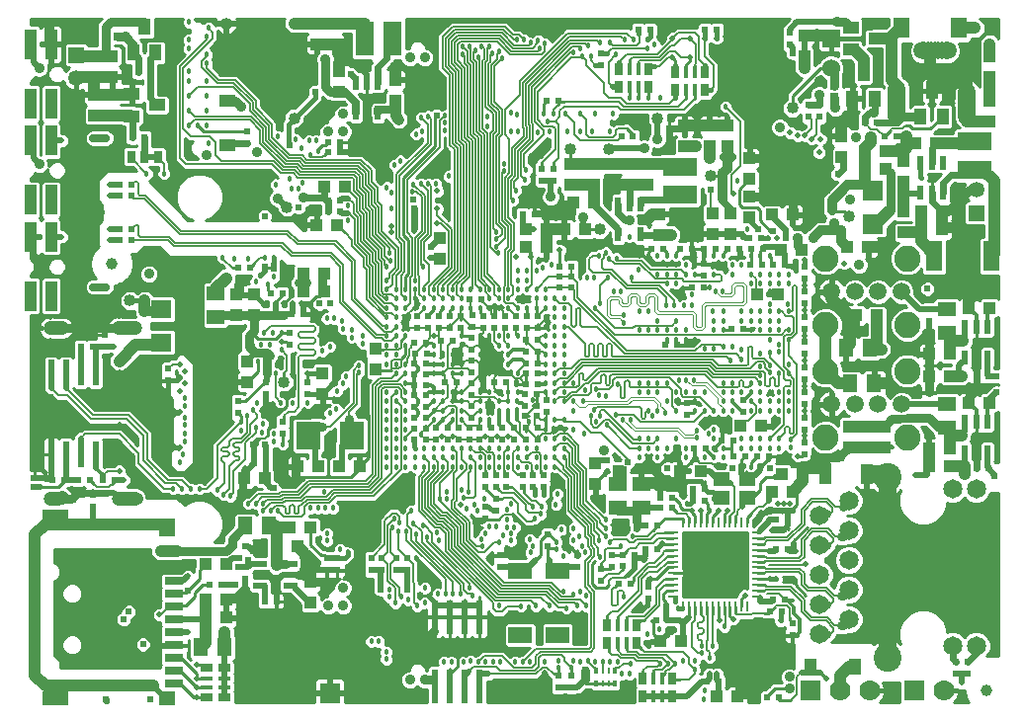
<source format=gbr>
G75*
G70*
%OFA0B0*%
%FSLAX24Y24*%
%IPPOS*%
%LPD*%
%AMOC8*
5,1,8,0,0,1.08239X$1,22.5*
%
%ADD10C,0.0591*%
%ADD11R,0.0700X0.0700*%
%ADD12R,0.0400X0.0400*%
%ADD13R,0.0240X0.0230*%
%ADD14R,0.0230X0.0240*%
%ADD15R,0.0500X0.0600*%
%ADD16R,0.0531X0.0531*%
%ADD17C,0.0531*%
%ADD18R,0.0400X0.0250*%
%ADD19R,0.0400X0.0150*%
%ADD20R,0.0217X0.0472*%
%ADD21R,0.0630X0.1181*%
%ADD22R,0.0600X0.0600*%
%ADD23C,0.0600*%
%ADD24R,0.0551X0.0394*%
%ADD25R,0.0472X0.0217*%
%ADD26R,0.0600X0.0500*%
%ADD27R,0.0709X0.0709*%
%ADD28R,0.0238X0.0238*%
%ADD29R,0.1181X0.0630*%
%ADD30R,0.0700X0.0650*%
%ADD31R,0.0571X0.1024*%
%ADD32R,0.0240X0.1150*%
%ADD33C,0.0472*%
%ADD34R,0.0709X0.0630*%
%ADD35R,0.0200X0.0320*%
%ADD36R,0.0128X0.0246*%
%ADD37R,0.0098X0.0246*%
%ADD38C,0.0277*%
%ADD39C,0.0050*%
%ADD40C,0.0400*%
%ADD41R,0.0827X0.0945*%
%ADD42R,0.0400X0.1000*%
%ADD43R,0.0394X0.0551*%
%ADD44C,0.0394*%
%ADD45R,0.0200X0.0300*%
%ADD46C,0.0100*%
%ADD47R,0.0630X0.0276*%
%ADD48R,0.0551X0.0472*%
%ADD49R,0.0551X0.0630*%
%ADD50R,0.0866X0.0472*%
%ADD51C,0.0700*%
%ADD52R,0.0300X0.0400*%
%ADD53C,0.0200*%
%ADD54C,0.0886*%
%ADD55R,0.0300X0.0200*%
%ADD56R,0.0571X0.0709*%
%ADD57C,0.0650*%
%ADD58C,0.0945*%
%ADD59R,0.0400X0.0700*%
%ADD60R,0.0787X0.0551*%
%ADD61C,0.2165*%
%ADD62C,0.0356*%
%ADD63R,0.0250X0.0400*%
%ADD64R,0.0150X0.0400*%
%ADD65R,0.0354X0.0098*%
%ADD66R,0.0098X0.0354*%
%ADD67R,0.1575X0.1575*%
%ADD68R,0.0236X0.0866*%
%ADD69C,0.0180*%
%ADD70C,0.0237*%
%ADD71C,0.0400*%
%ADD72C,0.0354*%
%ADD73C,0.0240*%
%ADD74C,0.0198*%
%ADD75C,0.0120*%
%ADD76C,0.0060*%
%ADD77C,0.0300*%
%ADD78C,0.0350*%
%ADD79C,0.0295*%
%ADD80C,0.0160*%
%ADD81C,0.0080*%
%ADD82C,0.0070*%
%ADD83C,0.0320*%
%ADD84C,0.0045*%
%ADD85C,0.0250*%
%ADD86C,0.0360*%
%ADD87C,0.0600*%
D10*
X037370Y019840D03*
X038157Y019840D03*
X038945Y019840D03*
X039732Y019840D03*
X039732Y023640D03*
X038945Y023640D03*
X038157Y023640D03*
X037370Y023640D03*
X039579Y029539D03*
X039579Y029657D03*
X039579Y029775D03*
X039579Y029893D03*
X039579Y030012D03*
X039579Y030130D03*
X039579Y030248D03*
X039579Y030366D03*
X039579Y030484D03*
X040425Y031764D03*
X040504Y031764D03*
X040622Y031764D03*
X040740Y031764D03*
X040858Y031764D03*
X040976Y031764D03*
X041095Y031764D03*
X041213Y031764D03*
X041291Y031764D03*
X041941Y030366D03*
X041941Y030248D03*
X041941Y030130D03*
X041941Y030012D03*
X041941Y029893D03*
X041941Y029775D03*
X041941Y029657D03*
X041941Y029539D03*
D11*
X040152Y010182D03*
X036652Y010182D03*
X020452Y010082D03*
D12*
X016952Y012632D03*
X016952Y013232D03*
X016252Y013232D03*
X016252Y012632D03*
X016252Y014432D03*
X016952Y014432D03*
X018652Y015032D03*
X019352Y015032D03*
X019102Y015682D03*
X019802Y015682D03*
X019802Y013832D03*
X019802Y013132D03*
X018252Y017332D03*
X017552Y017332D03*
X019352Y017732D03*
X020052Y017732D03*
X020752Y017732D03*
X021452Y017732D03*
X020202Y020182D03*
X020202Y020882D03*
X021982Y021001D03*
X021982Y021701D03*
X020252Y023632D03*
X020252Y024232D03*
X019552Y024232D03*
X019552Y023632D03*
X017902Y023532D03*
X017302Y023532D03*
X017302Y022832D03*
X017902Y022832D03*
X017652Y021282D03*
X017652Y020582D03*
X020002Y025882D03*
X020702Y025882D03*
X020952Y027182D03*
X020252Y027182D03*
X022652Y030082D03*
X022652Y030782D03*
X020752Y031082D03*
X020752Y030382D03*
X020602Y031982D03*
X020602Y032682D03*
X020002Y032682D03*
X020002Y031982D03*
X013102Y031582D03*
X012502Y031582D03*
X012502Y030882D03*
X013102Y030882D03*
X013102Y030282D03*
X012502Y030282D03*
X012502Y029582D03*
X013102Y029582D03*
X024152Y025432D03*
X024152Y024732D03*
X027052Y025132D03*
X027052Y025732D03*
X027752Y025732D03*
X028352Y025732D03*
X029052Y025732D03*
X029352Y026632D03*
X029352Y027232D03*
X029352Y027932D03*
X028552Y027932D03*
X028552Y027232D03*
X028652Y026632D03*
X027752Y025132D03*
X030552Y027232D03*
X031152Y027232D03*
X031152Y027932D03*
X030552Y027932D03*
X031552Y026257D03*
X031552Y025557D03*
X033352Y025582D03*
X033952Y025582D03*
X034602Y026132D03*
X033952Y026282D03*
X034602Y026832D03*
X034602Y027432D03*
X034602Y028132D03*
X033852Y028532D03*
X033252Y028532D03*
X033252Y029232D03*
X033852Y029232D03*
X032402Y029232D03*
X032402Y028532D03*
X033352Y026282D03*
X035352Y026232D03*
X036052Y026232D03*
X036352Y025062D03*
X035652Y025062D03*
X035561Y023555D03*
X034861Y023555D03*
X037902Y025132D03*
X038602Y025132D03*
X039802Y025632D03*
X040402Y025732D03*
X040402Y026332D03*
X039802Y026332D03*
X039802Y027332D03*
X039202Y027782D03*
X039202Y028382D03*
X039802Y028032D03*
X040202Y028632D03*
X040902Y028632D03*
X042702Y029382D03*
X042702Y030082D03*
X042702Y030882D03*
X042702Y031582D03*
X038502Y028382D03*
X038502Y027782D03*
X037702Y028182D03*
X037702Y028882D03*
X036452Y031582D03*
X036452Y032282D03*
X041102Y026332D03*
X041102Y025732D03*
X042002Y023082D03*
X042702Y023082D03*
X041352Y021532D03*
X040652Y021532D03*
X040652Y020782D03*
X041352Y020782D03*
X042002Y019882D03*
X042702Y019882D03*
X041352Y018332D03*
X041352Y017732D03*
X040652Y017732D03*
X040652Y018332D03*
X039152Y018382D03*
X038552Y018382D03*
X038552Y019082D03*
X039152Y019082D03*
X037952Y019082D03*
X037952Y018382D03*
X036402Y017482D03*
X036052Y016882D03*
X035702Y017482D03*
X035352Y016882D03*
X032952Y017582D03*
X032252Y017582D03*
X034310Y019106D03*
X035010Y019106D03*
X038202Y022832D03*
X038902Y022832D03*
X029402Y017832D03*
X029402Y017132D03*
X031602Y011832D03*
X032302Y011832D03*
X033502Y009982D03*
X034202Y009982D03*
D13*
X033552Y010482D03*
X033152Y010482D03*
X035202Y009932D03*
X035602Y009932D03*
X035702Y012832D03*
X035302Y012832D03*
X035402Y013232D03*
X035802Y013232D03*
X035902Y014932D03*
X035502Y014932D03*
X035502Y015932D03*
X035902Y015932D03*
X035252Y018082D03*
X034852Y018082D03*
X034452Y018082D03*
X034052Y018082D03*
X034072Y018624D03*
X033672Y018624D03*
X033127Y018332D03*
X032727Y018332D03*
X032702Y016982D03*
X033102Y016982D03*
X033102Y016582D03*
X032702Y016582D03*
X032002Y016682D03*
X032002Y016332D03*
X031602Y016332D03*
X031602Y016682D03*
X031502Y015732D03*
X031102Y015732D03*
X031092Y014932D03*
X031492Y014932D03*
X030722Y014732D03*
X030722Y014382D03*
X030322Y014382D03*
X030322Y014732D03*
X030202Y013782D03*
X030602Y013782D03*
X031452Y012532D03*
X031852Y012532D03*
X027462Y018632D03*
X027062Y018632D03*
X027062Y019052D03*
X027022Y019442D03*
X027022Y019792D03*
X027022Y020172D03*
X027062Y020522D03*
X027062Y020872D03*
X027062Y021222D03*
X027062Y021612D03*
X027062Y022012D03*
X027462Y022012D03*
X027462Y021612D03*
X027462Y021222D03*
X027462Y020872D03*
X027462Y020522D03*
X027422Y020172D03*
X027422Y019792D03*
X027422Y019442D03*
X027462Y019052D03*
X026412Y020582D03*
X026012Y020582D03*
X024732Y020582D03*
X024332Y020582D03*
X023682Y020482D03*
X023682Y020832D03*
X023682Y021212D03*
X023742Y021562D03*
X023682Y021912D03*
X023282Y021912D03*
X023342Y021562D03*
X023282Y021212D03*
X023282Y020832D03*
X023282Y020482D03*
X023282Y020132D03*
X023282Y019752D03*
X023282Y019372D03*
X023282Y019012D03*
X023282Y018632D03*
X023682Y018632D03*
X023682Y019012D03*
X023682Y019372D03*
X023682Y019752D03*
X023682Y020132D03*
X024202Y021982D03*
X024602Y021982D03*
X025172Y023392D03*
X025572Y023392D03*
X028202Y023782D03*
X028202Y024132D03*
X028202Y024482D03*
X028602Y024482D03*
X028602Y024132D03*
X028602Y023782D03*
X027352Y026232D03*
X026952Y026232D03*
X031302Y025082D03*
X031702Y025082D03*
X032252Y025082D03*
X032652Y025082D03*
X033052Y025082D03*
X033452Y025082D03*
X033852Y025082D03*
X034252Y025082D03*
X034652Y025082D03*
X034602Y025457D03*
X035002Y025457D03*
X035052Y025082D03*
X035027Y024532D03*
X035402Y024532D03*
X035802Y024532D03*
X034627Y024532D03*
X033052Y023782D03*
X032652Y023782D03*
X034002Y022382D03*
X034402Y022382D03*
X032152Y021832D03*
X031752Y021832D03*
X031902Y029132D03*
X031502Y029132D03*
X028152Y030082D03*
X027752Y030082D03*
X030852Y032482D03*
X031252Y032482D03*
X033102Y032482D03*
X033502Y032482D03*
X038502Y029332D03*
X038902Y029332D03*
X039152Y028882D03*
X039552Y028882D03*
X042252Y020782D03*
X042652Y020782D03*
X042652Y017682D03*
X042252Y017682D03*
X020802Y026357D03*
X020802Y026707D03*
X020402Y026707D03*
X020402Y026357D03*
X020402Y028332D03*
X020402Y028682D03*
X020802Y028682D03*
X020802Y028332D03*
X017752Y024432D03*
X017352Y024432D03*
X018452Y023582D03*
X018852Y023582D03*
X019152Y022882D03*
X019552Y022882D03*
X018302Y018182D03*
X018302Y017832D03*
X017902Y017832D03*
X017902Y018182D03*
X017602Y015032D03*
X017202Y015032D03*
X016802Y013732D03*
X016402Y013732D03*
X018252Y013182D03*
X018652Y013182D03*
X013202Y017282D03*
X012802Y017282D03*
X012352Y017282D03*
X011952Y017282D03*
X011502Y017282D03*
X011102Y017282D03*
X012052Y021782D03*
X012452Y021782D03*
X013352Y025382D03*
X013352Y025732D03*
X013752Y025732D03*
X013752Y025382D03*
X013752Y026882D03*
X013752Y027232D03*
X013352Y027232D03*
X013352Y026882D03*
X013802Y028832D03*
X014202Y028832D03*
X014402Y031032D03*
X014002Y031032D03*
D14*
X017652Y029032D03*
X017652Y028632D03*
X023392Y022812D03*
X023762Y022812D03*
X024132Y022812D03*
X024502Y022812D03*
X024872Y022812D03*
X025252Y022832D03*
X025622Y022812D03*
X025992Y022812D03*
X026362Y022812D03*
X026732Y022812D03*
X027102Y022812D03*
X027472Y022812D03*
X027472Y022412D03*
X027102Y022412D03*
X026732Y022412D03*
X026362Y022412D03*
X025992Y022412D03*
X025622Y022412D03*
X025252Y022432D03*
X025222Y022072D03*
X025222Y021672D03*
X025222Y021312D03*
X025222Y020912D03*
X025222Y020552D03*
X025222Y020152D03*
X025222Y019792D03*
X025222Y019392D03*
X025157Y019032D03*
X025512Y019032D03*
X025892Y019032D03*
X026272Y019032D03*
X026652Y019032D03*
X026652Y018632D03*
X026272Y018632D03*
X025892Y018632D03*
X025512Y018632D03*
X025157Y018632D03*
X024802Y018632D03*
X024422Y018632D03*
X024042Y018632D03*
X024042Y019032D03*
X024422Y019032D03*
X024802Y019032D03*
X025702Y017432D03*
X026052Y017432D03*
X026402Y017432D03*
X026402Y017032D03*
X026052Y017032D03*
X025702Y017032D03*
X026052Y016632D03*
X026052Y016232D03*
X025702Y016382D03*
X025702Y015982D03*
X026952Y017032D03*
X027302Y017032D03*
X027652Y017032D03*
X027652Y017432D03*
X027302Y017432D03*
X026952Y017432D03*
X027802Y015432D03*
X027802Y015032D03*
X028802Y014732D03*
X028802Y014332D03*
X029602Y014282D03*
X029952Y014332D03*
X029952Y014732D03*
X029602Y013882D03*
X031202Y013682D03*
X031202Y013282D03*
X028602Y010682D03*
X028602Y010282D03*
X028152Y010282D03*
X028152Y010682D03*
X026202Y014332D03*
X026202Y014732D03*
X023052Y014632D03*
X022702Y014632D03*
X022702Y014232D03*
X023052Y014232D03*
X022202Y014232D03*
X021852Y014232D03*
X021852Y014632D03*
X022202Y014632D03*
X020702Y014632D03*
X020352Y014632D03*
X020352Y014232D03*
X020702Y014232D03*
X017602Y014332D03*
X017602Y013932D03*
X012452Y016382D03*
X012452Y016782D03*
X015002Y020632D03*
X015002Y021032D03*
X012852Y021782D03*
X012852Y022182D03*
X017352Y019932D03*
X017352Y019532D03*
X018302Y020182D03*
X018302Y020582D03*
X019102Y021832D03*
X019102Y022232D03*
X019702Y020582D03*
X019702Y020182D03*
X018852Y019232D03*
X018852Y018832D03*
X023392Y022412D03*
X023762Y022412D03*
X024132Y022412D03*
X024502Y022412D03*
X024872Y022412D03*
X027777Y019982D03*
X027777Y019582D03*
X032502Y019482D03*
X032502Y019882D03*
X034384Y019986D03*
X034384Y019586D03*
X036452Y019382D03*
X036452Y018982D03*
X036452Y018562D03*
X036452Y018162D03*
X036452Y019832D03*
X036452Y020232D03*
X036452Y020682D03*
X036452Y021082D03*
X036452Y021532D03*
X036452Y021932D03*
X036452Y022382D03*
X036452Y022782D03*
X036452Y023232D03*
X036452Y023632D03*
X036452Y024082D03*
X036452Y024482D03*
X033052Y024582D03*
X033052Y024182D03*
X030652Y028482D03*
X030302Y028482D03*
X030302Y028882D03*
X030652Y028882D03*
X029602Y031282D03*
X029602Y031682D03*
X028002Y027782D03*
X028002Y027382D03*
X027602Y027382D03*
X027602Y027782D03*
X035952Y031982D03*
X035952Y032382D03*
X036602Y029932D03*
X036952Y029932D03*
X036952Y029532D03*
X036602Y029532D03*
X040652Y023032D03*
X040652Y022632D03*
X040652Y020232D03*
X040652Y019832D03*
X036052Y012432D03*
X036052Y012032D03*
X041552Y011132D03*
X041952Y011132D03*
X041952Y010732D03*
X041552Y010732D03*
D15*
X038812Y020542D03*
X038012Y020542D03*
X037852Y021732D03*
X038652Y021732D03*
X018402Y015732D03*
X017602Y015732D03*
X016902Y011632D03*
X016102Y011632D03*
D16*
X011902Y031625D03*
X042252Y026288D03*
D17*
X042252Y027075D03*
X011902Y030838D03*
D18*
X016302Y010932D03*
X016902Y010932D03*
X016902Y009932D03*
X016302Y009932D03*
D19*
X016302Y010282D03*
X016302Y010582D03*
X016902Y010582D03*
X016902Y010282D03*
D20*
X030178Y025570D03*
X030926Y025570D03*
X030926Y026594D03*
X030552Y026594D03*
X030178Y026594D03*
X022076Y029670D03*
X021328Y029670D03*
X021328Y030694D03*
X021702Y030694D03*
X022076Y030694D03*
X040378Y027994D03*
X040752Y027994D03*
X041126Y027994D03*
X041126Y026970D03*
X040752Y026970D03*
X040378Y026970D03*
X041878Y022444D03*
X042252Y022444D03*
X042626Y022444D03*
X042626Y021420D03*
X041878Y021420D03*
X041878Y019244D03*
X042252Y019244D03*
X042626Y019244D03*
X042626Y018220D03*
X041878Y018220D03*
D21*
X022574Y032182D03*
X021629Y032182D03*
D22*
X037352Y032182D03*
D23*
X037352Y031182D03*
D24*
X038019Y031808D03*
X038885Y032182D03*
X038019Y032556D03*
X017002Y030080D03*
X017002Y028584D03*
X014635Y029932D03*
X013769Y030306D03*
X013769Y029558D03*
D25*
X018090Y014456D03*
X018090Y013708D03*
X019114Y013708D03*
X019114Y014082D03*
X019114Y014456D03*
D26*
X016602Y022782D03*
X016602Y023582D03*
X030152Y017132D03*
X030952Y017132D03*
X030952Y016332D03*
X030152Y016332D03*
X041252Y019032D03*
X041252Y019832D03*
X041252Y022232D03*
X041252Y023032D03*
D27*
X035802Y027282D03*
X033452Y014432D03*
D28*
X035546Y026652D03*
X035546Y026888D03*
X035408Y027026D03*
X035172Y027026D03*
X035172Y027538D03*
X035408Y027538D03*
X035546Y027675D03*
X035546Y027912D03*
X036058Y027912D03*
X036058Y027675D03*
X036195Y027538D03*
X036432Y027538D03*
X036432Y027026D03*
X036195Y027026D03*
X036058Y026888D03*
X036058Y026652D03*
D29*
X032252Y026909D03*
X032252Y027854D03*
X042202Y027759D03*
X042202Y028704D03*
D30*
X038752Y027057D03*
X038752Y025907D03*
D31*
X040839Y024832D03*
X042764Y024832D03*
D32*
X025502Y012655D03*
X025002Y012655D03*
X024502Y012655D03*
X024002Y012655D03*
X024002Y010308D03*
X024502Y010308D03*
X025002Y010308D03*
X025502Y010308D03*
D33*
X013888Y016658D03*
X013770Y016658D03*
X013711Y016658D03*
X013554Y016658D03*
X013436Y016658D03*
X013337Y016658D03*
X011428Y016667D03*
X011310Y016658D03*
X011152Y016658D03*
X011034Y016658D03*
X011034Y022406D03*
X011152Y022406D03*
X011310Y022406D03*
X011428Y022406D03*
X013337Y022406D03*
X013436Y022406D03*
X013554Y022406D03*
X013711Y022406D03*
X013770Y022406D03*
X013888Y022406D03*
D34*
X014752Y021930D03*
X014752Y023033D03*
D35*
X036452Y031932D03*
D36*
X030063Y010833D03*
X030063Y010430D03*
X029441Y010430D03*
X029441Y010833D03*
D37*
X029653Y010833D03*
X029850Y010833D03*
X029850Y010430D03*
X029653Y010430D03*
D38*
X012909Y023795D03*
X012830Y023795D03*
X012742Y023795D03*
X012643Y023795D03*
X012555Y023795D03*
X012476Y023795D03*
X012476Y028811D03*
X012555Y028811D03*
X012643Y028811D03*
X012742Y028811D03*
X012830Y028811D03*
X012909Y028811D03*
D39*
X013752Y028182D02*
X013752Y028132D01*
X014277Y027607D01*
X013952Y027332D02*
X013852Y027332D01*
X013752Y027232D01*
X013952Y027332D02*
X014002Y027282D01*
X014002Y026932D01*
X014042Y026892D01*
X014232Y026892D01*
X015442Y025682D01*
X019042Y025682D01*
X019392Y025332D01*
X020652Y025332D01*
X021302Y024682D01*
X021302Y023422D01*
X022242Y022482D01*
X022347Y022482D01*
X022376Y022453D01*
X022288Y022295D02*
X021202Y023382D01*
X021202Y024642D01*
X020612Y025232D01*
X019352Y025232D01*
X019002Y025582D01*
X015402Y025582D01*
X014192Y026792D01*
X013842Y026792D01*
X013752Y026882D01*
X013902Y025882D02*
X013952Y025882D01*
X014002Y025832D01*
X014002Y025532D01*
X014052Y025482D01*
X015042Y025482D01*
X015242Y025282D01*
X018852Y025282D01*
X019202Y024932D01*
X020502Y024932D01*
X020902Y024532D01*
X020902Y023322D01*
X022042Y022182D01*
X022332Y022182D01*
X022376Y022138D01*
X022288Y022295D02*
X022534Y022295D01*
X022691Y022453D01*
X022691Y022768D02*
X022534Y022925D01*
X022308Y022925D01*
X021802Y023432D01*
X021802Y024432D01*
X021702Y024532D01*
X021702Y024832D01*
X021302Y025232D01*
X021302Y026082D01*
X021102Y026282D01*
X021077Y026282D01*
X021252Y026282D02*
X021252Y026607D01*
X021077Y026782D01*
X021352Y026782D02*
X020952Y027182D01*
X021252Y027032D02*
X021452Y026832D01*
X021452Y026382D01*
X021602Y026232D01*
X021602Y025382D01*
X022002Y024982D01*
X022002Y024682D01*
X022102Y024582D01*
X022102Y023582D01*
X022286Y023398D01*
X022376Y023398D01*
X022293Y023240D02*
X022534Y023240D01*
X022691Y023083D01*
X022691Y023398D02*
X022534Y023555D01*
X022278Y023555D01*
X022202Y023632D01*
X022202Y024632D01*
X022102Y024732D01*
X022102Y025032D01*
X021702Y025432D01*
X021702Y026282D01*
X021552Y026432D01*
X021552Y026882D01*
X021352Y027082D01*
X021352Y027482D01*
X021252Y027582D01*
X019427Y027582D01*
X019277Y027732D01*
X018852Y027732D01*
X018552Y028032D01*
X016802Y028032D01*
X016602Y028232D01*
X016602Y028682D01*
X016402Y028882D01*
X015752Y028882D01*
X015502Y029132D01*
X015502Y031182D01*
X016502Y032182D01*
X016502Y032382D01*
X016352Y032532D01*
X016302Y032232D02*
X016302Y032132D01*
X015402Y031232D01*
X015402Y028132D01*
X015602Y027932D01*
X018502Y027932D01*
X018802Y027632D01*
X019227Y027632D01*
X019377Y027482D01*
X021202Y027482D01*
X021252Y027432D01*
X021252Y027032D01*
X021452Y027132D02*
X021652Y026932D01*
X021652Y026482D01*
X021802Y026332D01*
X021802Y025482D01*
X022202Y025082D01*
X022202Y024782D01*
X022302Y024682D01*
X022302Y024557D01*
X022377Y024482D01*
X022477Y024682D02*
X022502Y024682D01*
X022477Y024682D02*
X022302Y024857D01*
X022302Y025132D01*
X021902Y025532D01*
X021902Y026382D01*
X021752Y026532D01*
X021752Y026982D01*
X021552Y027182D01*
X021552Y027582D01*
X021352Y027782D01*
X019527Y027782D01*
X019377Y027932D01*
X018952Y027932D01*
X018202Y028682D01*
X018202Y029132D01*
X017802Y029532D01*
X015902Y029532D01*
X015702Y029732D01*
X015902Y029432D02*
X015702Y029232D01*
X015902Y029432D02*
X017752Y029432D01*
X018102Y029082D01*
X018102Y028632D01*
X018902Y027832D01*
X019327Y027832D01*
X019477Y027682D01*
X021302Y027682D01*
X021452Y027532D01*
X021452Y027132D01*
X021652Y027232D02*
X021852Y027032D01*
X021852Y026582D01*
X022002Y026432D01*
X022002Y025582D01*
X022477Y025107D01*
X022477Y024932D01*
X022677Y025057D02*
X022102Y025632D01*
X022102Y026482D01*
X021952Y026632D01*
X021952Y027082D01*
X021752Y027282D01*
X021752Y027682D01*
X021452Y027982D01*
X019627Y027982D01*
X019477Y028132D01*
X019052Y028132D01*
X018402Y028782D01*
X018402Y029232D01*
X017852Y029782D01*
X017852Y030032D01*
X017202Y030682D01*
X016652Y030682D01*
X016132Y031202D01*
X016132Y031412D01*
X016302Y031582D01*
X016302Y031632D01*
X016302Y031332D02*
X016302Y031182D01*
X016702Y030782D01*
X017252Y030782D01*
X017952Y030082D01*
X017952Y029832D01*
X018502Y029282D01*
X018502Y028832D01*
X019102Y028232D01*
X019527Y028232D01*
X019677Y028082D01*
X021502Y028082D01*
X021852Y027732D01*
X021852Y027332D01*
X022052Y027132D01*
X022052Y026682D01*
X022202Y026532D01*
X022202Y025682D01*
X022777Y025107D01*
X022777Y024407D01*
X022552Y024182D01*
X022552Y023888D01*
X022376Y023713D01*
X022376Y024028D02*
X022452Y024103D01*
X022452Y024232D01*
X022677Y024457D01*
X022677Y025057D01*
X022877Y025257D02*
X022702Y025432D01*
X022702Y027607D01*
X023752Y028657D01*
X023752Y029282D01*
X023527Y029507D01*
X023777Y029557D02*
X023852Y029482D01*
X023852Y028607D01*
X022802Y027557D01*
X022802Y025482D01*
X022977Y025307D01*
X022977Y024307D01*
X022849Y024179D01*
X022849Y023555D01*
X023006Y023398D01*
X023163Y023240D02*
X023006Y023083D01*
X023163Y023240D02*
X023163Y024113D01*
X023227Y024177D01*
X023227Y025457D01*
X023052Y025632D01*
X023052Y027407D01*
X024152Y028507D01*
X024152Y029407D01*
X024327Y029582D01*
X025102Y028882D02*
X025102Y031232D01*
X025002Y031332D01*
X025002Y031582D01*
X024927Y031657D01*
X025102Y031732D02*
X024927Y031907D01*
X024852Y032082D02*
X026102Y032082D01*
X026527Y031657D01*
X027602Y031657D01*
X027702Y031757D01*
X027702Y032007D01*
X027477Y032032D02*
X027477Y032107D01*
X027477Y032032D02*
X027302Y031857D01*
X026627Y031857D01*
X026202Y032282D01*
X024752Y032282D01*
X024552Y032082D01*
X024552Y031332D01*
X024802Y031082D01*
X024802Y028732D01*
X024952Y028582D01*
X024952Y024232D01*
X024581Y023861D01*
X024581Y023713D01*
X024423Y023853D02*
X024852Y024282D01*
X024852Y028532D01*
X024702Y028682D01*
X024702Y031032D01*
X024452Y031282D01*
X024452Y032132D01*
X024702Y032382D01*
X026252Y032382D01*
X026677Y031957D01*
X027152Y031957D01*
X027227Y032032D01*
X027002Y032132D02*
X026827Y032307D01*
X026627Y032307D01*
X026352Y032582D01*
X024602Y032582D01*
X024252Y032232D01*
X024252Y031182D01*
X024502Y030932D01*
X024502Y028582D01*
X024652Y028432D01*
X024652Y024382D01*
X024108Y023838D01*
X024108Y023555D01*
X024266Y023398D01*
X024423Y023555D02*
X024423Y023853D01*
X024266Y023846D02*
X024752Y024332D01*
X024752Y028482D01*
X024602Y028632D01*
X024602Y030982D01*
X024352Y031232D01*
X024352Y032182D01*
X024652Y032482D01*
X026302Y032482D01*
X026652Y032132D01*
X026752Y032132D01*
X026577Y031757D02*
X027452Y031757D01*
X027527Y031832D01*
X026577Y031757D02*
X026152Y032182D01*
X024802Y032182D01*
X024652Y032032D01*
X024652Y031382D01*
X024902Y031132D01*
X024902Y028782D01*
X025052Y028632D01*
X025052Y024182D01*
X024738Y023868D01*
X024738Y023555D01*
X024896Y023398D01*
X024896Y023713D02*
X024896Y023876D01*
X025152Y024132D01*
X025152Y028682D01*
X025002Y028832D01*
X025002Y031182D01*
X024752Y031432D01*
X024752Y031982D01*
X024852Y032082D01*
X025177Y031907D02*
X025202Y031882D01*
X025202Y031432D01*
X025302Y031332D01*
X025302Y028982D01*
X025452Y028832D01*
X025452Y024032D01*
X025683Y023800D01*
X025683Y023634D01*
X025841Y023477D01*
X025841Y023398D01*
X025998Y023555D02*
X025998Y023835D01*
X025652Y024182D01*
X025652Y028932D01*
X025502Y029082D01*
X025502Y031532D01*
X025477Y031557D01*
X025602Y031432D02*
X025652Y031482D01*
X025652Y031832D01*
X025577Y031907D01*
X025752Y031832D02*
X025752Y031432D01*
X025702Y031382D01*
X025702Y029882D01*
X025952Y029632D01*
X025952Y029082D01*
X025852Y028982D01*
X025852Y025132D01*
X026052Y024932D01*
X026127Y024932D01*
X026077Y025157D02*
X026352Y025432D01*
X026352Y025782D01*
X026152Y025982D01*
X026152Y028832D01*
X026252Y028932D01*
X026252Y029782D01*
X026002Y030032D01*
X026002Y031232D01*
X026277Y031507D01*
X026102Y031482D02*
X025902Y031282D01*
X025902Y029982D01*
X026152Y029732D01*
X026152Y028982D01*
X026052Y028882D01*
X026052Y025932D01*
X026252Y025732D01*
X026252Y025582D01*
X026077Y025407D01*
X026077Y025657D02*
X025952Y025782D01*
X025952Y028932D01*
X026052Y029032D01*
X026052Y029682D01*
X025802Y029932D01*
X025802Y031332D01*
X025852Y031382D01*
X025852Y031607D01*
X025927Y031682D01*
X026102Y031657D02*
X026177Y031732D01*
X026102Y031657D02*
X026102Y031482D01*
X025752Y031832D02*
X025827Y031907D01*
X025377Y031782D02*
X025302Y031707D01*
X025302Y031482D01*
X025402Y031382D01*
X025402Y029032D01*
X025552Y028882D01*
X025552Y024082D01*
X025841Y023793D01*
X025841Y023713D01*
X025998Y023555D02*
X026156Y023398D01*
X026313Y023319D02*
X026313Y023793D01*
X026352Y023832D01*
X026352Y025032D01*
X026452Y025132D01*
X026452Y025832D01*
X026252Y026032D01*
X026252Y027632D01*
X026327Y027707D01*
X026502Y027632D02*
X026502Y028782D01*
X026352Y028932D01*
X026352Y029782D01*
X026852Y030282D01*
X026852Y030732D01*
X028477Y032357D01*
X030477Y032357D01*
X030702Y032132D01*
X030802Y031932D02*
X030902Y032032D01*
X030902Y032282D01*
X030852Y032332D01*
X030802Y031932D02*
X030002Y031932D01*
X029902Y032032D01*
X029952Y031832D02*
X031152Y031832D01*
X031502Y031632D02*
X030452Y031632D01*
X030202Y031382D01*
X030102Y031632D02*
X029852Y031382D01*
X029852Y030682D01*
X030002Y030532D01*
X029702Y030682D02*
X029102Y031282D01*
X029102Y031432D01*
X028952Y031582D01*
X028902Y031532D01*
X028602Y031532D01*
X027452Y030382D01*
X027452Y029432D01*
X027672Y029212D01*
X027972Y029212D01*
X028052Y029132D01*
X028052Y028432D01*
X027602Y027982D01*
X028002Y027982D02*
X028152Y028132D01*
X028152Y029282D01*
X028052Y029382D01*
X028202Y029532D01*
X028202Y029732D01*
X028352Y029882D01*
X030152Y029882D01*
X030252Y029782D01*
X032402Y029782D01*
X032752Y030132D01*
X032452Y030132D02*
X032202Y029882D01*
X030352Y029882D01*
X030202Y030032D01*
X028352Y030032D01*
X028152Y029932D02*
X028002Y029782D01*
X028002Y029632D01*
X028052Y029382D02*
X027802Y029382D01*
X027652Y029082D02*
X027352Y029382D01*
X027352Y030482D01*
X028577Y031707D01*
X028677Y031707D01*
X028627Y031907D02*
X028827Y031907D01*
X028902Y031832D01*
X029077Y032007D02*
X028577Y032007D01*
X027152Y030582D01*
X027152Y029282D01*
X027202Y029232D01*
X027202Y028782D01*
X026802Y028382D01*
X026802Y027482D01*
X026652Y027332D01*
X026652Y027132D01*
X026727Y027057D01*
X026552Y026782D02*
X026552Y027382D01*
X026702Y027532D01*
X026702Y028432D01*
X027102Y028832D01*
X027102Y029182D01*
X027052Y029232D01*
X027052Y030632D01*
X028527Y032107D01*
X029477Y032107D01*
X029552Y032032D01*
X029152Y031932D02*
X029077Y032007D01*
X029252Y031582D02*
X029252Y031432D01*
X029402Y031282D01*
X029802Y031682D02*
X029952Y031832D01*
X030277Y032257D02*
X030402Y032132D01*
X030277Y032257D02*
X028527Y032257D01*
X026952Y030682D01*
X026952Y029182D01*
X027002Y029132D01*
X027002Y028882D01*
X026602Y028482D01*
X026602Y027582D01*
X026452Y027432D01*
X026452Y026132D01*
X026652Y025932D01*
X026652Y025032D01*
X026552Y024932D01*
X026552Y023882D01*
X026628Y023805D01*
X026628Y023555D01*
X026471Y023398D01*
X026392Y023240D02*
X026628Y023240D01*
X026786Y023083D01*
X026392Y023240D02*
X026313Y023319D01*
X026156Y023713D02*
X026156Y023828D01*
X025752Y024232D01*
X025752Y028982D01*
X025602Y029132D01*
X025602Y031432D01*
X025202Y031282D02*
X025102Y031382D01*
X025102Y031732D01*
X025202Y031282D02*
X025202Y028932D01*
X025352Y028782D01*
X025352Y023887D01*
X025526Y023713D01*
X025252Y023754D02*
X025252Y028732D01*
X025102Y028882D01*
X026352Y027482D02*
X026502Y027632D01*
X026352Y027482D02*
X026352Y026082D01*
X026552Y025882D01*
X026552Y025082D01*
X026452Y024982D01*
X026452Y023732D01*
X026471Y023713D01*
X027100Y023713D02*
X027258Y023870D01*
X027258Y024775D01*
X027227Y024807D01*
X027834Y024132D02*
X028202Y024132D01*
X028302Y024132D02*
X028502Y024132D01*
X028602Y024132D02*
X028602Y024482D01*
X028602Y024132D02*
X028802Y023932D01*
X028802Y023432D01*
X030056Y022177D01*
X035683Y022177D01*
X035841Y022335D01*
X035919Y022335D01*
X035841Y022177D02*
X035998Y022177D01*
X036102Y022281D01*
X036102Y022732D01*
X036026Y022807D01*
X035841Y022807D01*
X035683Y022965D01*
X035604Y022965D01*
X035919Y022965D02*
X036019Y022965D01*
X036052Y022998D01*
X036052Y023782D01*
X036102Y023832D01*
X036152Y023832D01*
X036202Y023782D01*
X036202Y022232D01*
X036042Y022072D01*
X035971Y022072D01*
X035919Y022020D01*
X035919Y021464D01*
X036202Y021182D01*
X036202Y018838D01*
X035998Y018634D01*
X036002Y018832D02*
X035952Y018882D01*
X035952Y019032D01*
X035902Y019082D01*
X035852Y019082D01*
X035802Y019032D01*
X035802Y018871D01*
X035604Y018673D01*
X035289Y018673D02*
X035762Y019146D01*
X035762Y020402D01*
X035817Y020457D01*
X035952Y020457D01*
X036002Y020507D01*
X036002Y020607D01*
X035952Y020657D01*
X035817Y020657D01*
X035762Y020711D01*
X035762Y020957D01*
X035289Y021429D01*
X035289Y021587D01*
X035093Y021390D02*
X034743Y021390D01*
X034702Y021432D01*
X034702Y021732D01*
X034652Y021782D01*
X034602Y021782D01*
X034552Y021732D01*
X034552Y021182D01*
X034502Y021132D01*
X033552Y021132D01*
X033352Y021332D01*
X028902Y021332D01*
X028606Y021036D01*
X028203Y021036D01*
X028045Y020878D01*
X028203Y020721D02*
X028446Y020721D01*
X028957Y021232D01*
X033302Y021232D01*
X033502Y021032D01*
X034616Y021032D01*
X034856Y021272D01*
X035053Y021272D01*
X035132Y021193D01*
X035132Y021075D01*
X035289Y020917D01*
X035132Y020878D02*
X035132Y020481D01*
X035182Y020432D01*
X035252Y020432D01*
X035302Y020482D01*
X035302Y020682D01*
X035352Y020732D01*
X035402Y020732D01*
X035452Y020682D01*
X035452Y020482D01*
X035502Y020432D01*
X035552Y020432D01*
X035604Y020484D01*
X035604Y020878D01*
X035762Y021114D02*
X035919Y020957D01*
X035919Y020878D01*
X036102Y020696D01*
X036102Y018882D01*
X036052Y018832D01*
X036002Y018832D01*
X034817Y019540D02*
X034817Y019776D01*
X034660Y019933D01*
X034817Y019540D02*
X034551Y019274D01*
X034477Y019274D01*
X034310Y019106D01*
X033400Y019618D02*
X032927Y020091D01*
X032376Y020091D01*
X032297Y020169D01*
X032297Y020336D01*
X031902Y020732D01*
X030102Y020732D01*
X030002Y020632D01*
X030002Y020482D01*
X029877Y020357D01*
X029427Y020357D01*
X029552Y020532D02*
X029602Y020582D01*
X029602Y020782D01*
X029652Y020832D01*
X029702Y020832D01*
X029752Y020782D01*
X029752Y020532D01*
X029802Y020482D01*
X029852Y020482D01*
X029902Y020532D01*
X029902Y020782D01*
X029952Y020832D01*
X033102Y020832D01*
X033528Y020406D01*
X034201Y020406D01*
X034252Y020457D01*
X034252Y020582D01*
X034302Y020632D01*
X034352Y020632D01*
X034402Y020582D01*
X034402Y020457D01*
X034452Y020407D01*
X034577Y020407D01*
X034660Y020490D01*
X034660Y020563D01*
X034806Y020732D02*
X034974Y020563D01*
X034974Y020799D02*
X034942Y020832D01*
X033402Y020832D01*
X033202Y021032D01*
X029502Y021032D01*
X029102Y020632D01*
X029052Y020632D01*
X029002Y020682D01*
X029002Y020832D01*
X028952Y020882D01*
X028902Y020882D01*
X028852Y020832D01*
X028852Y020482D01*
X028776Y020406D01*
X028203Y020406D01*
X028045Y020248D01*
X028203Y020091D02*
X028441Y020091D01*
X028582Y020232D01*
X028752Y020232D01*
X029052Y020532D01*
X029152Y020532D01*
X029552Y020932D01*
X033152Y020932D01*
X033352Y020732D01*
X034806Y020732D01*
X034713Y020932D02*
X034738Y020957D01*
X035053Y020957D01*
X035132Y020878D01*
X035289Y021154D02*
X035289Y021193D01*
X035093Y021390D01*
X034713Y020932D02*
X033452Y020932D01*
X033252Y021132D01*
X029007Y021132D01*
X028438Y020563D01*
X028360Y020563D01*
X028203Y020721D02*
X028045Y020563D01*
X028632Y020132D02*
X029152Y020132D01*
X029252Y020232D01*
X029252Y020482D01*
X029302Y020532D01*
X029552Y020532D01*
X030177Y020507D02*
X030252Y020432D01*
X030252Y020095D01*
X030302Y020045D01*
X030352Y020045D01*
X030402Y020095D01*
X030402Y020582D01*
X030452Y020632D01*
X030502Y020632D01*
X030552Y020582D01*
X030552Y020457D01*
X030603Y020406D01*
X031904Y020406D01*
X031982Y020327D01*
X031982Y019776D01*
X032140Y019618D01*
X032723Y019257D02*
X033085Y019618D01*
X032723Y019257D02*
X030927Y019257D01*
X030702Y019482D01*
X030102Y019482D01*
X029877Y019307D02*
X029727Y019307D01*
X029477Y019057D01*
X029367Y019057D01*
X029252Y019172D01*
X029252Y019432D01*
X029377Y019657D02*
X029452Y019732D01*
X030902Y019732D01*
X030952Y019682D01*
X030952Y019407D01*
X031002Y019357D01*
X031052Y019357D01*
X031102Y019407D01*
X031102Y019567D01*
X031163Y019628D01*
X031185Y019628D01*
X030880Y018673D02*
X030838Y018632D01*
X030702Y018632D01*
X029702Y019632D01*
X029602Y019632D01*
X029552Y019582D01*
X029552Y019457D01*
X029877Y019307D02*
X030667Y018516D01*
X031352Y018516D01*
X031510Y018673D01*
X030880Y018358D02*
X030575Y018358D01*
X029802Y019132D01*
X028992Y019932D02*
X028990Y019933D01*
X028632Y020132D02*
X028433Y019933D01*
X028360Y019933D01*
X028203Y020091D02*
X028045Y019933D01*
X027422Y019442D02*
X027376Y019396D01*
X027376Y019137D01*
X027462Y019052D01*
X027651Y018831D02*
X027809Y018831D01*
X028045Y018673D02*
X028203Y018831D01*
X028452Y018831D01*
X028827Y018457D01*
X028827Y017907D01*
X029102Y017632D01*
X029102Y016582D01*
X029752Y015932D01*
X029552Y015932D02*
X029002Y016482D01*
X029002Y017582D01*
X028727Y017857D01*
X028727Y018407D01*
X028460Y018673D01*
X028360Y018673D01*
X028467Y018516D02*
X028627Y018357D01*
X028627Y017807D01*
X028902Y017532D01*
X028902Y016432D01*
X029452Y015882D01*
X029452Y015682D01*
X029752Y015382D01*
X029527Y015407D02*
X029352Y015582D01*
X029352Y015832D01*
X028802Y016382D01*
X028802Y017482D01*
X028527Y017757D01*
X028527Y018192D01*
X028360Y018358D01*
X028467Y018516D02*
X028203Y018516D01*
X028045Y018358D01*
X028045Y018043D02*
X028327Y017762D01*
X028327Y017657D01*
X028602Y017382D01*
X028602Y016282D01*
X029152Y015732D01*
X029152Y015432D01*
X029252Y015332D01*
X029252Y015082D01*
X029377Y014957D01*
X029377Y014707D01*
X029152Y014482D01*
X029152Y013732D01*
X029377Y013507D01*
X029377Y011607D01*
X029252Y011482D01*
X027552Y011482D01*
X027402Y011332D01*
X027402Y011082D01*
X027252Y010932D01*
X026652Y010932D01*
X026252Y011332D01*
X025652Y011332D01*
X025452Y011132D01*
X025287Y010967D02*
X026067Y010967D01*
X026202Y010832D01*
X027352Y010832D01*
X027502Y010982D01*
X027502Y011282D01*
X027602Y011382D01*
X028252Y011382D01*
X028352Y011282D01*
X028352Y011182D01*
X028602Y010932D01*
X029152Y011132D02*
X029352Y010932D01*
X029441Y010932D01*
X029441Y010833D01*
X029652Y010835D02*
X029652Y011132D01*
X029652Y010835D02*
X029653Y010833D01*
X030063Y010833D02*
X030063Y010932D01*
X030202Y010932D01*
X030352Y011082D01*
X030602Y011082D01*
X030802Y011182D02*
X031502Y011182D01*
X031602Y011082D01*
X031502Y010982D01*
X031152Y010982D01*
X031002Y010832D01*
X031352Y010832D02*
X031402Y010882D01*
X031652Y010882D01*
X031852Y011082D01*
X031652Y011282D01*
X030852Y011282D01*
X030752Y011382D01*
X030302Y011382D01*
X030152Y011532D01*
X030152Y011382D02*
X030252Y011282D01*
X030702Y011282D01*
X030802Y011182D01*
X030902Y011382D02*
X030802Y011482D01*
X030502Y011482D01*
X030452Y011532D01*
X030152Y011382D02*
X029952Y011382D01*
X029852Y011482D01*
X029277Y011657D02*
X029277Y013457D01*
X029052Y013682D01*
X029052Y014532D01*
X029277Y014757D01*
X029277Y014907D01*
X029152Y015032D01*
X029152Y015282D01*
X029052Y015382D01*
X029052Y015682D01*
X028502Y016232D01*
X028502Y017332D01*
X028105Y017729D01*
X028045Y017729D01*
X028427Y017707D02*
X028702Y017432D01*
X028702Y016332D01*
X029252Y015782D01*
X029252Y015482D01*
X029352Y015382D01*
X029352Y015132D01*
X029502Y014982D01*
X029502Y014732D01*
X029552Y014682D01*
X029742Y014592D02*
X029602Y014452D01*
X029742Y014592D02*
X029742Y014922D01*
X029802Y014982D01*
X030202Y014982D01*
X030252Y015032D01*
X030452Y014882D02*
X030552Y014982D01*
X030752Y014982D01*
X030902Y015132D01*
X031352Y015132D01*
X031537Y015317D01*
X031787Y015317D01*
X031702Y015482D02*
X031734Y015514D01*
X031702Y015482D02*
X031452Y015482D01*
X031252Y015282D01*
X030802Y015282D01*
X030702Y015182D01*
X030552Y015182D01*
X030452Y015282D01*
X030002Y015282D01*
X029902Y015182D01*
X029527Y015257D02*
X029527Y015407D01*
X029752Y015632D02*
X029552Y015832D01*
X029552Y015932D01*
X030652Y015382D02*
X031152Y015382D01*
X031352Y015582D01*
X031794Y014924D02*
X031702Y014832D01*
X031702Y014782D01*
X031402Y014482D01*
X031202Y014482D01*
X030702Y013982D01*
X030852Y013982D02*
X030852Y013532D01*
X030152Y012832D01*
X029952Y012832D01*
X029802Y012682D01*
X030152Y012632D02*
X030952Y013432D01*
X030952Y013932D01*
X031202Y014182D01*
X031502Y014182D01*
X031850Y014530D01*
X031847Y014727D02*
X031452Y014332D01*
X031202Y014332D01*
X030852Y013982D01*
X030352Y013512D02*
X030302Y013562D01*
X030202Y013562D01*
X030152Y013512D01*
X030152Y013082D01*
X030102Y013032D01*
X030002Y013032D01*
X029952Y013082D01*
X029952Y013582D01*
X030052Y013682D01*
X030352Y013512D02*
X030352Y013332D01*
X030502Y012682D02*
X031052Y012682D01*
X031452Y013082D01*
X031452Y013632D01*
X031760Y013940D01*
X031763Y013743D02*
X031552Y013532D01*
X031552Y013032D01*
X031052Y012532D01*
X030502Y012682D02*
X030452Y012632D01*
X030952Y011582D02*
X031052Y011482D01*
X032352Y011482D01*
X032552Y011282D01*
X032552Y011082D01*
X032752Y010882D01*
X032752Y010732D01*
X032552Y010532D01*
X032252Y010532D01*
X031902Y010882D02*
X032102Y011082D01*
X031802Y011382D01*
X030902Y011382D01*
X031752Y010812D02*
X031822Y010882D01*
X031902Y010882D01*
X031752Y010812D02*
X031752Y010782D01*
X032652Y011632D02*
X032652Y012432D01*
X032763Y012543D01*
X032763Y012743D01*
X032960Y012740D02*
X033052Y012647D01*
X033052Y012532D01*
X033002Y012482D01*
X032902Y012482D01*
X032852Y012432D01*
X032852Y012332D01*
X032902Y012282D01*
X033002Y012282D01*
X033052Y012232D01*
X033052Y012132D01*
X033002Y012082D01*
X032902Y012082D01*
X032852Y012032D01*
X032852Y011932D01*
X032902Y011882D01*
X032952Y011882D01*
X033002Y011832D01*
X033002Y011682D01*
X033177Y011557D02*
X033177Y011857D01*
X033202Y011882D01*
X033202Y012691D01*
X033156Y012736D01*
X033352Y012732D02*
X033352Y011682D01*
X033177Y011557D02*
X033252Y011482D01*
X033252Y011282D01*
X033002Y011432D02*
X032852Y011432D01*
X032652Y011632D01*
X033752Y012332D02*
X033802Y012382D01*
X033802Y012682D01*
X033747Y012736D01*
X033353Y012733D02*
X033352Y012732D01*
X034141Y012793D02*
X034202Y012732D01*
X034652Y012732D01*
X034702Y012782D01*
X035102Y012782D01*
X035452Y012982D02*
X035502Y013032D01*
X035852Y013032D01*
X035952Y012932D01*
X035952Y012632D01*
X036352Y012842D02*
X036352Y013192D01*
X035962Y013582D01*
X035123Y013582D01*
X035087Y013546D01*
X035174Y013682D02*
X036002Y013682D01*
X036452Y013232D01*
X036452Y012882D01*
X036702Y012632D01*
X037222Y012632D01*
X037472Y012382D01*
X037702Y012382D01*
X037432Y012282D02*
X037432Y012192D01*
X037322Y012082D01*
X037202Y012082D01*
X037432Y012282D02*
X037182Y012532D01*
X036662Y012532D01*
X036352Y012842D01*
X036552Y013532D02*
X036352Y013732D01*
X036352Y014082D01*
X036252Y014182D01*
X035152Y014182D01*
X035106Y014136D01*
X035155Y014282D02*
X036302Y014282D01*
X036452Y014132D01*
X036452Y013772D01*
X036592Y013632D01*
X037212Y013632D01*
X037462Y013382D01*
X037702Y013382D01*
X037422Y013282D02*
X037422Y013172D01*
X037332Y013082D01*
X037212Y013082D01*
X037422Y013282D02*
X037172Y013532D01*
X036552Y013532D01*
X036292Y014532D02*
X035105Y014532D01*
X035103Y014530D01*
X035202Y014632D02*
X036252Y014632D01*
X036352Y014732D01*
X036352Y015282D01*
X036702Y015632D01*
X037252Y015632D01*
X037502Y015382D01*
X037702Y015382D01*
X037442Y015302D02*
X037442Y015222D01*
X037302Y015082D01*
X037202Y015082D01*
X037442Y015302D02*
X037212Y015532D01*
X036742Y015532D01*
X036452Y015242D01*
X036452Y014692D01*
X036292Y014532D01*
X035902Y015232D02*
X035202Y015232D01*
X035091Y015121D01*
X035087Y015317D02*
X035102Y015332D01*
X035862Y015332D01*
X036352Y015822D01*
X036352Y016282D01*
X036702Y016632D01*
X037242Y016632D01*
X037492Y016382D01*
X037752Y016382D01*
X037402Y016332D02*
X037402Y016222D01*
X037312Y016132D01*
X037202Y016132D01*
X037402Y016332D02*
X037202Y016532D01*
X036742Y016532D01*
X036452Y016242D01*
X036452Y015782D01*
X035902Y015232D01*
X035202Y014632D02*
X035106Y014727D01*
X035103Y014333D02*
X035155Y014282D01*
X035113Y013743D02*
X035174Y013682D01*
X034652Y016132D02*
X034902Y016382D01*
X035052Y016382D01*
X035252Y016582D01*
X034352Y016382D02*
X034202Y016232D01*
X034202Y016122D01*
X034141Y016061D01*
X034102Y016202D02*
X033944Y016044D01*
X034102Y016202D02*
X034102Y017032D01*
X033952Y017182D01*
X032566Y016017D02*
X032452Y016132D01*
X032202Y016132D01*
X032152Y016182D01*
X029102Y013032D02*
X028902Y013232D01*
X028202Y013232D01*
X027827Y013607D01*
X026227Y013607D01*
X024752Y015082D01*
X024752Y015682D01*
X024352Y016082D01*
X024202Y016082D01*
X023852Y016432D01*
X023852Y017182D01*
X024266Y017596D01*
X024266Y017729D01*
X024423Y017603D02*
X024423Y017886D01*
X024266Y018043D01*
X024108Y017886D02*
X024108Y017588D01*
X023752Y017232D01*
X023752Y016382D01*
X024152Y015982D01*
X024302Y015982D01*
X024652Y015632D01*
X024652Y015032D01*
X026177Y013507D01*
X027777Y013507D01*
X028152Y013132D01*
X028702Y013132D01*
X028802Y013032D01*
X028602Y013332D02*
X028677Y013407D01*
X028602Y013332D02*
X028252Y013332D01*
X027877Y013707D01*
X026277Y013707D01*
X024852Y015132D01*
X024852Y015732D01*
X024402Y016182D01*
X024252Y016182D01*
X023952Y016482D01*
X023952Y017132D01*
X024423Y017603D01*
X024581Y017611D02*
X024581Y017729D01*
X024581Y017611D02*
X024152Y017182D01*
X024152Y016632D01*
X024152Y016582D01*
X024952Y015782D01*
X024952Y015182D01*
X026327Y013807D01*
X027927Y013807D01*
X028227Y013507D01*
X028327Y013507D01*
X028402Y012982D02*
X028152Y012982D01*
X027727Y013407D01*
X026127Y013407D01*
X024552Y014982D01*
X024552Y015582D01*
X024252Y015882D01*
X024102Y015882D01*
X023652Y016332D01*
X023652Y017282D01*
X023951Y017581D01*
X023951Y017729D01*
X023793Y017573D02*
X023793Y017886D01*
X023636Y018043D01*
X023636Y017729D02*
X023636Y017566D01*
X023452Y017382D01*
X023452Y016232D01*
X024002Y015682D01*
X024152Y015682D01*
X024352Y015482D01*
X024352Y014882D01*
X026027Y013207D01*
X027227Y013207D01*
X027402Y013032D01*
X027577Y013307D02*
X026077Y013307D01*
X024452Y014932D01*
X024452Y015532D01*
X024202Y015782D01*
X024052Y015782D01*
X023552Y016282D01*
X023552Y017332D01*
X023793Y017573D01*
X024108Y017886D02*
X023951Y018043D01*
X024581Y018358D02*
X024738Y018201D01*
X024738Y017618D01*
X024627Y017507D01*
X024627Y016637D01*
X024572Y016582D01*
X024572Y016312D01*
X025052Y015832D01*
X025052Y015232D01*
X025452Y014832D01*
X025652Y014832D01*
X026002Y015182D01*
X026177Y015182D01*
X025602Y015032D02*
X025402Y015032D01*
X025152Y015282D01*
X025152Y015882D01*
X024672Y016362D01*
X024672Y016532D01*
X024727Y016587D01*
X024727Y017307D01*
X025053Y017633D01*
X025053Y017830D01*
X024896Y017988D01*
X024896Y018358D01*
X025211Y018358D02*
X025368Y018201D01*
X025604Y018201D01*
X025683Y018122D01*
X025683Y017610D01*
X025998Y017610D02*
X025998Y018122D01*
X025919Y018201D01*
X025762Y018201D01*
X025604Y018358D01*
X025526Y018358D01*
X025211Y018043D02*
X025368Y017886D01*
X025368Y016748D01*
X025302Y016682D01*
X024952Y016682D01*
X025127Y016882D02*
X025127Y017507D01*
X025211Y017591D01*
X025211Y017729D01*
X026313Y017610D02*
X026313Y018201D01*
X026471Y018358D01*
X026628Y018201D02*
X026628Y017610D01*
X026746Y017492D01*
X026943Y017886D02*
X027179Y017886D01*
X027258Y017807D01*
X027258Y017610D01*
X027573Y017610D02*
X027573Y018122D01*
X027494Y018201D01*
X027258Y018201D01*
X027100Y018043D01*
X026943Y017886D02*
X026786Y018043D01*
X026628Y018201D02*
X026786Y018358D01*
X027062Y018632D02*
X027061Y018632D01*
X026864Y018829D02*
X026864Y018831D01*
X026825Y018831D01*
X026652Y019004D01*
X026652Y019032D01*
X026864Y019225D02*
X026756Y019333D01*
X026864Y019225D02*
X026864Y018831D01*
X025919Y020091D02*
X025762Y020091D01*
X025604Y020091D02*
X025447Y020091D01*
X024738Y019695D02*
X024738Y019540D01*
X024738Y019382D02*
X024738Y019225D01*
X024658Y019776D02*
X024502Y019776D01*
X024266Y019933D02*
X024423Y020091D01*
X024423Y020490D01*
X024332Y020582D01*
X024266Y020878D02*
X024423Y021036D01*
X025098Y021036D01*
X025222Y020912D01*
X024423Y021036D02*
X024423Y021803D01*
X024602Y021982D01*
X025998Y022059D02*
X025998Y022218D01*
X026313Y022215D02*
X026313Y022059D01*
X027062Y022012D02*
X027062Y021982D01*
X027462Y021582D01*
X027462Y021612D01*
X028360Y022453D02*
X028480Y022453D01*
X029052Y021882D01*
X029052Y021482D01*
X029102Y021432D01*
X029152Y021432D01*
X029202Y021482D01*
X029202Y021832D01*
X029252Y021882D01*
X029302Y021882D01*
X029352Y021832D01*
X029352Y021482D01*
X029402Y021432D01*
X029452Y021432D01*
X029502Y021482D01*
X029502Y021832D01*
X029552Y021882D01*
X029602Y021882D01*
X029652Y021832D01*
X029652Y021482D01*
X029702Y021432D01*
X029752Y021432D01*
X029802Y021482D01*
X029802Y021832D01*
X029852Y021882D01*
X029902Y021882D01*
X029952Y021832D01*
X029952Y021482D01*
X030002Y021432D01*
X033830Y021432D01*
X033951Y021311D01*
X034163Y021532D02*
X034345Y021351D01*
X034163Y021532D02*
X030402Y021532D01*
X029477Y022457D01*
X028952Y022457D01*
X028902Y022507D01*
X028902Y023032D01*
X028852Y023082D01*
X028802Y023082D01*
X028752Y023032D01*
X028752Y022507D01*
X028702Y022457D01*
X028652Y022457D01*
X028602Y022507D01*
X028602Y023132D01*
X028493Y023240D01*
X028203Y023240D01*
X028045Y023398D01*
X028202Y023782D02*
X027799Y023782D01*
X027730Y023713D01*
X027415Y023713D02*
X027834Y024132D01*
X028302Y023782D02*
X028502Y023782D01*
X028602Y023782D02*
X028702Y023682D01*
X028702Y023382D01*
X030452Y021632D01*
X032777Y021632D01*
X033007Y021862D01*
X033636Y021862D01*
X033715Y021784D01*
X032140Y022650D02*
X031982Y022492D01*
X030762Y022492D01*
X030677Y022407D01*
X030077Y022407D01*
X029397Y023087D01*
X029577Y023257D02*
X029577Y023857D01*
X029827Y024107D01*
X029902Y024282D02*
X030452Y023732D01*
X031502Y023732D01*
X031802Y023432D01*
X031802Y023182D01*
X032052Y023182D02*
X032052Y023332D01*
X031552Y023832D01*
X030502Y023832D01*
X029952Y024382D01*
X029686Y024382D01*
X029636Y024432D01*
X029636Y024716D01*
X029702Y024782D01*
X029702Y024907D01*
X029752Y024957D01*
X029877Y024757D02*
X030052Y024582D01*
X030902Y024582D01*
X031416Y024067D01*
X032316Y024067D01*
X032402Y023982D01*
X033607Y023982D01*
X033652Y024027D01*
X033652Y024182D01*
X033609Y024225D01*
X033400Y024225D01*
X032455Y024225D02*
X032297Y024382D01*
X031251Y024382D01*
X030952Y024682D01*
X030202Y024682D01*
X030127Y024757D01*
X029902Y024282D02*
X029317Y024282D01*
X029202Y024397D01*
X029202Y024742D01*
X029317Y024857D01*
X029527Y024857D01*
X030627Y024107D02*
X030627Y023982D01*
X030677Y023932D01*
X031803Y023932D01*
X031825Y023910D01*
X034660Y024225D02*
X034817Y024067D01*
X034817Y023599D01*
X034861Y023555D01*
X035841Y022177D02*
X035762Y022099D01*
X035762Y021114D01*
X034052Y026962D02*
X034002Y027012D01*
X034002Y027582D01*
X034302Y027882D01*
X034302Y029382D01*
X033802Y029882D01*
X033302Y030432D02*
X033402Y030532D01*
X033402Y031282D01*
X033102Y031582D01*
X033102Y032182D01*
X032902Y032232D02*
X032902Y031482D01*
X033102Y031282D01*
X032802Y031332D02*
X032802Y031982D01*
X032602Y032182D01*
X032302Y032182D01*
X032052Y031932D01*
X031952Y031932D01*
X031552Y031532D01*
X030652Y031532D01*
X030552Y031432D01*
X030852Y031382D02*
X030902Y031432D01*
X031602Y031432D01*
X031902Y031732D01*
X032102Y031732D01*
X032302Y031532D01*
X032602Y031532D01*
X032802Y031332D02*
X032752Y031282D01*
X032002Y031532D02*
X031852Y031532D01*
X031552Y031232D01*
X031402Y031232D01*
X031502Y031632D02*
X032002Y032132D01*
X032002Y032182D01*
X032202Y032382D01*
X032752Y032382D01*
X032902Y032232D01*
X032102Y030182D02*
X031902Y029982D01*
X030452Y029982D01*
X030252Y030182D01*
X029852Y030182D01*
X029702Y030332D01*
X029702Y030682D01*
X028627Y031907D02*
X027252Y030532D01*
X027252Y029332D01*
X027302Y029282D01*
X027302Y028732D01*
X026902Y028332D01*
X026902Y027532D01*
X027027Y027407D01*
X027077Y027757D02*
X027002Y027832D01*
X027002Y028282D01*
X027652Y028932D01*
X027652Y029082D01*
X028402Y029632D02*
X028702Y029332D01*
X028702Y028932D01*
X028902Y028732D01*
X030152Y028732D01*
X030302Y028882D01*
X030102Y028932D02*
X030002Y028832D01*
X029202Y028832D01*
X029102Y028932D01*
X029102Y029432D01*
X028902Y029632D01*
X030102Y029082D02*
X030152Y029132D01*
X030452Y029132D01*
X030102Y029082D02*
X030102Y028932D01*
X026627Y026707D02*
X026552Y026782D01*
X024552Y025732D02*
X024077Y026207D01*
X024077Y026432D01*
X024077Y025932D02*
X024202Y025932D01*
X024452Y025682D01*
X024452Y024482D01*
X023793Y023823D01*
X023793Y023555D01*
X023951Y023398D01*
X023951Y023713D02*
X023951Y023831D01*
X024552Y024432D01*
X024552Y025732D01*
X023852Y025532D02*
X023627Y025307D01*
X023627Y024707D01*
X023802Y024532D01*
X023802Y023982D01*
X023636Y023816D01*
X023636Y023713D01*
X023478Y023555D02*
X023478Y024155D01*
X023427Y024207D01*
X023427Y025407D01*
X023652Y025632D01*
X023652Y026882D01*
X023277Y027257D01*
X023527Y027282D02*
X023752Y027057D01*
X023752Y025582D01*
X023527Y025357D01*
X023527Y024557D01*
X023602Y024482D01*
X023327Y024033D02*
X023321Y024028D01*
X023327Y024033D02*
X023327Y025457D01*
X023552Y025682D01*
X023552Y026832D01*
X023377Y027007D01*
X023227Y027007D01*
X023777Y027282D02*
X023852Y027207D01*
X023852Y025532D01*
X022877Y025257D02*
X022877Y024357D01*
X022691Y024171D01*
X022691Y023713D01*
X022293Y023240D02*
X022002Y023532D01*
X022002Y024532D01*
X021902Y024632D01*
X021902Y024932D01*
X021502Y025332D01*
X021502Y026182D01*
X021352Y026332D01*
X021352Y026782D01*
X021252Y026282D02*
X021402Y026132D01*
X021402Y025282D01*
X021802Y024882D01*
X021802Y024582D01*
X021902Y024482D01*
X021902Y023482D01*
X022300Y023083D01*
X022376Y023083D01*
X022376Y022768D02*
X022315Y022768D01*
X021702Y023382D01*
X021702Y024382D01*
X021602Y024482D01*
X021602Y024782D01*
X021202Y025182D01*
X021202Y025382D01*
X020952Y025632D01*
X020462Y024832D02*
X019162Y024832D01*
X018812Y025182D01*
X015202Y025182D01*
X015002Y025382D01*
X013752Y025382D01*
X013752Y025732D02*
X013902Y025882D01*
X014852Y027607D02*
X014852Y027932D01*
X014652Y028132D01*
X014652Y028182D01*
X015702Y030232D02*
X016002Y030532D01*
X017202Y030532D01*
X017752Y029982D01*
X017752Y029732D01*
X018302Y029182D01*
X018302Y028732D01*
X019002Y028032D01*
X019427Y028032D01*
X019577Y027882D01*
X021402Y027882D01*
X021652Y027632D01*
X021652Y027232D01*
X020252Y028232D02*
X020202Y028182D01*
X019877Y028182D01*
X019802Y028257D01*
X020462Y024832D02*
X020802Y024492D01*
X020802Y023282D01*
X022002Y022082D01*
X022182Y022082D01*
X022283Y021980D01*
X022534Y021980D01*
X022691Y022138D01*
X022849Y021980D02*
X022849Y021744D01*
X022770Y021666D01*
X022258Y021666D01*
X021982Y021666D02*
X021982Y021701D01*
X022534Y021272D02*
X022534Y021036D01*
X022770Y021036D01*
X022849Y021114D01*
X022849Y021351D01*
X022849Y021390D01*
X022849Y021351D02*
X022612Y021351D01*
X022534Y021272D01*
X022534Y021036D02*
X022534Y020996D01*
X022691Y020878D02*
X022525Y020712D01*
X022132Y020712D01*
X021902Y020482D01*
X021902Y017482D01*
X021672Y017252D01*
X019722Y017252D01*
X019352Y016882D01*
X018802Y016882D01*
X018727Y016807D01*
X018027Y016807D01*
X017702Y016482D01*
X017952Y016482D02*
X018177Y016707D01*
X018777Y016707D01*
X018852Y016782D01*
X019402Y016782D01*
X019772Y017152D01*
X021722Y017152D01*
X022002Y017432D01*
X022002Y020432D01*
X022182Y020612D01*
X022740Y020612D01*
X023006Y020878D01*
X022821Y020512D02*
X022232Y020512D01*
X022102Y020382D01*
X022102Y017382D01*
X021772Y017052D01*
X019822Y017052D01*
X019452Y016682D01*
X018902Y016682D01*
X018827Y016607D01*
X018327Y016607D01*
X018202Y016482D01*
X018202Y016232D02*
X018477Y016507D01*
X018877Y016507D01*
X018952Y016582D01*
X019502Y016582D01*
X019632Y016712D01*
X020332Y016712D01*
X020552Y016932D01*
X021802Y016932D01*
X022202Y017332D01*
X022202Y020332D01*
X022282Y020412D01*
X022762Y020412D01*
X022849Y020325D01*
X022849Y020091D01*
X023006Y019933D01*
X022849Y019776D02*
X022849Y017650D01*
X021930Y016732D01*
X020652Y016732D01*
X020432Y016512D01*
X019732Y016512D01*
X019602Y016382D01*
X019602Y016132D01*
X019502Y016032D01*
X018902Y016032D01*
X018702Y016232D01*
X018627Y016407D02*
X018877Y016407D01*
X018952Y016332D01*
X018952Y016182D01*
X019002Y016132D01*
X019052Y016132D01*
X019102Y016182D01*
X019102Y016382D01*
X019152Y016432D01*
X019202Y016432D01*
X019252Y016382D01*
X019252Y016182D01*
X019302Y016132D01*
X019352Y016132D01*
X019402Y016182D01*
X019402Y016382D01*
X019452Y016432D01*
X019502Y016432D01*
X019682Y016612D01*
X020382Y016612D01*
X020602Y016832D01*
X021852Y016832D01*
X022534Y017514D01*
X022534Y020091D01*
X022691Y020248D01*
X022821Y020512D02*
X023006Y020327D01*
X023006Y020248D01*
X022691Y019933D02*
X022849Y019776D01*
X021352Y019832D02*
X021102Y019582D01*
X021102Y019362D01*
X021352Y019832D02*
X021352Y020842D01*
X021422Y020912D01*
X021252Y020982D02*
X021252Y019882D01*
X020452Y019082D01*
X020202Y019082D01*
X019402Y019732D02*
X019402Y021432D01*
X019452Y021482D01*
X019902Y021482D01*
X019952Y021532D01*
X019952Y021632D01*
X019902Y021682D01*
X019452Y021682D01*
X019402Y021732D01*
X019402Y021832D01*
X019452Y021882D01*
X019902Y021882D01*
X019952Y021932D01*
X019952Y022032D01*
X019902Y022082D01*
X019452Y022082D01*
X019402Y022132D01*
X019402Y022232D01*
X019452Y022282D01*
X019902Y022282D01*
X019952Y022332D01*
X019952Y022432D01*
X019902Y022482D01*
X018448Y022482D01*
X018223Y022256D01*
X018813Y021666D02*
X019002Y021477D01*
X019002Y020982D01*
X018902Y020882D01*
X018616Y020878D02*
X018616Y020067D01*
X018802Y019882D01*
X019052Y019582D02*
X018902Y019432D01*
X019052Y019582D02*
X019252Y019582D01*
X019402Y019732D01*
X018002Y019482D02*
X017852Y019632D01*
X018002Y019482D02*
X018002Y019382D01*
X017752Y019132D01*
X017752Y018832D01*
X017452Y018532D01*
X017252Y018532D01*
X017202Y018482D01*
X017202Y018432D01*
X017252Y018382D01*
X017352Y018382D01*
X017402Y018332D01*
X017402Y018282D01*
X017352Y018232D01*
X017252Y018232D01*
X017202Y018182D01*
X017202Y018132D01*
X017252Y018082D01*
X017352Y018082D01*
X017402Y018032D01*
X017402Y017982D01*
X017352Y017932D01*
X017252Y017932D01*
X017052Y017732D01*
X017052Y016982D01*
X016852Y016782D01*
X016652Y016932D02*
X016902Y017182D01*
X016902Y017832D01*
X016802Y017932D01*
X016802Y018032D01*
X016852Y018082D01*
X017002Y018082D01*
X017052Y018132D01*
X017052Y018182D01*
X017002Y018232D01*
X016852Y018232D01*
X016802Y018282D01*
X016802Y018332D01*
X016852Y018382D01*
X017002Y018382D01*
X017052Y018432D01*
X017052Y018582D01*
X017152Y018682D01*
X017452Y018682D01*
X017652Y018882D01*
X017652Y019432D01*
X017452Y019232D02*
X016652Y018432D01*
X016652Y017332D01*
X016302Y016982D01*
X016052Y016982D01*
X015752Y016982D02*
X015452Y017282D01*
X015002Y017282D01*
X014302Y017982D01*
X014302Y018832D01*
X013652Y019482D01*
X012452Y019482D01*
X011552Y020382D01*
X011602Y020132D02*
X012402Y019332D01*
X013602Y019332D01*
X014152Y018782D01*
X014152Y017932D01*
X014902Y017182D01*
X015252Y017182D01*
X015452Y016982D01*
X015152Y016982D02*
X014852Y016982D01*
X014002Y017832D01*
X014002Y018182D01*
X013352Y018832D01*
X012202Y018832D01*
X012052Y018682D01*
X012952Y017582D02*
X013352Y017582D01*
X012952Y017582D02*
X012802Y017432D01*
X013102Y017132D02*
X013002Y017032D01*
X012602Y017032D01*
X012502Y017132D01*
X011602Y020132D02*
X011302Y020132D01*
X011052Y020382D01*
X016825Y024758D02*
X016825Y024776D01*
X016825Y024758D02*
X017152Y024432D01*
X017902Y024582D02*
X018102Y024782D01*
X018252Y024782D01*
X021412Y021142D02*
X021422Y021142D01*
X021412Y021142D02*
X021252Y020982D01*
X023636Y023398D02*
X023478Y023555D01*
X024266Y023713D02*
X024266Y023846D01*
X024423Y023555D02*
X024581Y023398D01*
X025211Y023713D02*
X025252Y023754D01*
X028360Y018043D02*
X028427Y017977D01*
X028427Y017707D01*
X027402Y016582D02*
X027602Y016382D01*
X027502Y016182D02*
X027152Y016182D01*
X027052Y016282D01*
X027052Y016432D01*
X026652Y016832D01*
X026252Y016832D01*
X026152Y016932D01*
X026302Y016682D02*
X026252Y016632D01*
X026302Y016682D02*
X026602Y016682D01*
X026802Y016482D01*
X026802Y016182D01*
X027102Y015882D01*
X027252Y015882D01*
X027352Y015982D01*
X027502Y016182D02*
X027552Y016132D01*
X027302Y016382D02*
X027202Y016482D01*
X027152Y016482D01*
X026602Y017032D01*
X027002Y016832D02*
X027252Y016582D01*
X027402Y016582D01*
X026652Y016082D02*
X026627Y016107D01*
X026327Y016107D01*
X026152Y015932D01*
X023902Y015482D02*
X023902Y015182D01*
X025952Y013132D01*
X025952Y012932D01*
X026052Y012832D01*
X026252Y012832D01*
X026427Y013007D01*
X026902Y013007D01*
X027577Y013307D02*
X027852Y013032D01*
X028402Y012982D02*
X028427Y012957D01*
X029277Y011657D02*
X029202Y011582D01*
X027402Y011582D01*
X026952Y011132D01*
X027402Y010732D02*
X025802Y010732D01*
X025287Y010967D02*
X025137Y010817D01*
X027402Y010732D02*
X027632Y010962D01*
X027772Y010962D01*
X028002Y010732D01*
X029152Y011132D02*
X029152Y011182D01*
X025252Y013382D02*
X025202Y013432D01*
X025102Y013432D01*
X024952Y013582D01*
X024952Y013782D01*
X023552Y015182D01*
X023552Y015532D01*
X023272Y015812D01*
X023252Y015812D01*
X023077Y015747D02*
X023202Y015622D01*
X023202Y015232D01*
X024602Y013832D01*
X024602Y013432D01*
X024852Y013432D02*
X024852Y013732D01*
X023377Y015207D01*
X023377Y015457D01*
X023602Y015732D02*
X023652Y015732D01*
X023902Y015482D01*
X023727Y015357D02*
X023727Y015207D01*
X025152Y013782D01*
X025152Y013632D01*
X024352Y013432D02*
X024352Y013932D01*
X023027Y015257D01*
X023027Y015557D01*
X023077Y015747D02*
X023077Y016107D01*
X023212Y016242D01*
X022802Y016057D02*
X022702Y016157D01*
X022552Y016157D01*
X022302Y015907D01*
X022302Y015107D01*
X021852Y014657D01*
X021852Y014632D01*
X022202Y014632D02*
X022402Y014432D01*
X022402Y013882D01*
X022652Y013632D01*
X022652Y013132D01*
X022852Y013332D02*
X022802Y013382D01*
X022802Y013632D01*
X022502Y013932D01*
X022502Y014432D01*
X022702Y014632D01*
X022502Y014832D01*
X022502Y015607D01*
X022577Y015682D01*
X022402Y015757D02*
X022402Y014832D01*
X022202Y014632D01*
X022777Y014932D02*
X022777Y015557D01*
X022802Y015832D02*
X022802Y016057D01*
X022627Y015982D02*
X022402Y015757D01*
X022777Y014932D02*
X023052Y014657D01*
X023052Y014632D01*
X023077Y014632D01*
X023252Y014457D01*
X023252Y013832D01*
X023302Y013782D01*
X023302Y013132D01*
X023402Y013032D01*
X018627Y016407D02*
X018452Y016232D01*
X017202Y016832D02*
X017202Y017582D01*
X017602Y017982D01*
X017602Y018532D01*
X017952Y018882D01*
X017952Y019032D01*
X017202Y016832D02*
X017102Y016732D01*
X015205Y013001D02*
X015205Y012982D01*
X015002Y012982D01*
X014752Y012732D01*
X014702Y012732D01*
X036002Y009832D02*
X036212Y010042D01*
X036212Y010642D01*
X036352Y010782D01*
X039352Y029082D02*
X039402Y029132D01*
X039752Y029132D01*
X039852Y029232D01*
D40*
X037952Y026182D03*
X036052Y029832D03*
X033302Y027532D03*
X031502Y029482D03*
X029852Y028432D03*
X028552Y028432D03*
X029552Y025732D03*
X019252Y029482D03*
X019002Y026482D03*
X013702Y023332D03*
X018902Y020582D03*
X016952Y032682D03*
D41*
X019723Y018782D03*
X021180Y018782D03*
D42*
X011052Y023482D03*
X010352Y023482D03*
X010352Y025482D03*
X011052Y025482D03*
X011052Y026732D03*
X010352Y026732D03*
X010352Y028732D03*
X011052Y028732D03*
X011052Y029982D03*
X010352Y029982D03*
X010352Y031982D03*
X011052Y031982D03*
D43*
X013828Y031699D03*
X014576Y031699D03*
X014202Y032565D03*
X038078Y030149D03*
X038826Y030149D03*
X038452Y031015D03*
X040378Y029549D03*
X041126Y029549D03*
X040752Y030415D03*
X038150Y010982D03*
X036654Y010982D03*
D44*
X042602Y010182D03*
X013102Y024582D03*
D45*
X018252Y024432D03*
X018552Y024432D03*
X013252Y032232D03*
X012952Y032232D03*
D46*
X012602Y032245D02*
X011422Y032245D01*
X011422Y032343D02*
X012602Y032343D01*
X012602Y032442D02*
X011422Y032442D01*
X011422Y032540D02*
X012602Y032540D01*
X012602Y032457D02*
X012602Y032107D01*
X012602Y031932D01*
X012317Y031932D01*
X012317Y031953D01*
X012230Y032041D01*
X011574Y032041D01*
X011486Y031953D01*
X011486Y031297D01*
X011574Y031210D01*
X011660Y031210D01*
X011655Y031207D01*
X011539Y031091D01*
X011512Y031156D01*
X011426Y031242D01*
X011313Y031289D01*
X011190Y031289D01*
X011077Y031242D01*
X010991Y031156D01*
X010979Y031126D01*
X010979Y031247D01*
X010952Y031312D01*
X011002Y031312D01*
X011002Y031931D01*
X011102Y031931D01*
X011102Y031312D01*
X011322Y031312D01*
X011422Y031411D01*
X011422Y031932D01*
X011102Y031932D01*
X011102Y032032D01*
X011002Y032032D01*
X011002Y032652D01*
X010781Y032652D01*
X010687Y032558D01*
X010614Y032632D01*
X010352Y032632D01*
X010352Y032850D01*
X012746Y032850D01*
X012602Y032706D01*
X012602Y032457D01*
X012602Y032639D02*
X011335Y032639D01*
X011322Y032652D02*
X011102Y032652D01*
X011102Y032032D01*
X011422Y032032D01*
X011422Y032552D01*
X011322Y032652D01*
X011102Y032639D02*
X011002Y032639D01*
X011002Y032540D02*
X011102Y032540D01*
X011102Y032442D02*
X011002Y032442D01*
X011002Y032343D02*
X011102Y032343D01*
X011102Y032245D02*
X011002Y032245D01*
X011002Y032146D02*
X011102Y032146D01*
X011102Y032048D02*
X011002Y032048D01*
X011001Y032032D02*
X010702Y032032D01*
X010702Y031932D01*
X011001Y031932D01*
X011001Y032032D01*
X011001Y031949D02*
X010702Y031949D01*
X011002Y031850D02*
X011102Y031850D01*
X011102Y031752D02*
X011002Y031752D01*
X011002Y031653D02*
X011102Y031653D01*
X011102Y031555D02*
X011002Y031555D01*
X011002Y031456D02*
X011102Y031456D01*
X011102Y031358D02*
X011002Y031358D01*
X010974Y031259D02*
X011118Y031259D01*
X010996Y031161D02*
X010979Y031161D01*
X010944Y031033D02*
X010944Y030920D01*
X010991Y030807D01*
X011077Y030721D01*
X011190Y030674D01*
X011313Y030674D01*
X011426Y030721D01*
X011466Y030761D01*
X011466Y030751D01*
X011532Y030591D01*
X011655Y030469D01*
X011815Y030402D01*
X011863Y030402D01*
X011863Y030799D01*
X011940Y030799D01*
X011940Y030402D01*
X011988Y030402D01*
X012132Y030462D01*
X012132Y030332D01*
X012451Y030332D01*
X012451Y030232D01*
X012132Y030232D01*
X012132Y030011D01*
X012225Y029918D01*
X012152Y029844D01*
X012152Y029319D01*
X012239Y029232D01*
X012764Y029232D01*
X012839Y029232D01*
X013364Y029232D01*
X013410Y029232D01*
X013431Y029211D01*
X013532Y029211D01*
X013532Y029009D01*
X013532Y028654D01*
X013619Y028567D01*
X013685Y028567D01*
X013690Y028562D01*
X013913Y028562D01*
X013918Y028567D01*
X013932Y028567D01*
X013932Y028532D01*
X013539Y028532D01*
X013452Y028444D01*
X013452Y027919D01*
X013539Y027832D01*
X013804Y027832D01*
X013929Y027707D01*
X013879Y027707D01*
X012929Y027707D01*
X012827Y027604D01*
X012627Y027404D01*
X012627Y027259D01*
X012627Y026709D01*
X012729Y026607D01*
X012777Y026559D01*
X012777Y026054D01*
X012627Y025904D01*
X012627Y025759D01*
X012627Y025209D01*
X012664Y025172D01*
X012624Y025142D01*
X012575Y025096D01*
X012531Y025046D01*
X012491Y024992D01*
X012456Y024935D01*
X012427Y024875D01*
X012403Y024812D01*
X012385Y024748D01*
X012372Y024682D01*
X012366Y024615D01*
X012366Y024548D01*
X012372Y024481D01*
X012385Y024416D01*
X012385Y024416D01*
X012403Y024351D01*
X012427Y024288D01*
X012456Y024228D01*
X012491Y024171D01*
X012531Y024117D01*
X012560Y024084D01*
X012534Y024084D01*
X012419Y024084D01*
X012312Y024040D01*
X012231Y023959D01*
X012187Y023853D01*
X012187Y023738D01*
X012231Y023632D01*
X012312Y023551D01*
X012419Y023507D01*
X012534Y023507D01*
X012612Y023507D01*
X012684Y023507D01*
X012799Y023507D01*
X012852Y023507D01*
X012967Y023507D01*
X013073Y023551D01*
X013154Y023632D01*
X013198Y023738D01*
X013198Y023852D01*
X013251Y023861D01*
X013251Y023861D01*
X013316Y023878D01*
X013316Y023878D01*
X013379Y023900D01*
X013379Y023900D01*
X013440Y023928D01*
X013440Y023928D01*
X013498Y023962D01*
X013498Y023962D01*
X013553Y024000D01*
X013604Y024044D01*
X013651Y024092D01*
X013693Y024144D01*
X013731Y024199D01*
X013763Y024258D01*
X013789Y024319D01*
X013810Y024383D01*
X013825Y024448D01*
X013835Y024515D01*
X013838Y024582D01*
X013835Y024649D01*
X013825Y024715D01*
X013810Y024780D01*
X013789Y024844D01*
X013763Y024905D01*
X013762Y024907D01*
X013974Y024907D01*
X014077Y025009D01*
X014199Y025132D01*
X014704Y025132D01*
X015029Y024807D01*
X015174Y024807D01*
X016585Y024807D01*
X016585Y024728D01*
X016621Y024640D01*
X016689Y024572D01*
X016777Y024536D01*
X016800Y024536D01*
X016904Y024432D01*
X016807Y024432D01*
X016357Y023982D01*
X016239Y023982D01*
X016152Y023894D01*
X016152Y023269D01*
X016177Y023245D01*
X016177Y023119D01*
X016152Y023094D01*
X016152Y022469D01*
X016239Y022382D01*
X016964Y022382D01*
X017052Y022469D01*
X017052Y022482D01*
X017564Y022482D01*
X017602Y022520D01*
X017602Y022453D01*
X017430Y022282D01*
X017430Y022033D01*
X017430Y021738D01*
X017430Y021640D01*
X017439Y021632D01*
X017389Y021632D01*
X017302Y021544D01*
X017302Y021019D01*
X017375Y020946D01*
X017282Y020852D01*
X017282Y020632D01*
X017601Y020632D01*
X017601Y020532D01*
X017282Y020532D01*
X017282Y020311D01*
X017381Y020212D01*
X017599Y020212D01*
X017559Y020172D01*
X017529Y020202D01*
X017174Y020202D01*
X017087Y020114D01*
X017087Y019749D01*
X017105Y019732D01*
X017087Y019714D01*
X017087Y019349D01*
X017174Y019262D01*
X017212Y019262D01*
X017212Y019239D01*
X016477Y018504D01*
X016477Y018359D01*
X016477Y017404D01*
X016229Y017157D01*
X016216Y017157D01*
X016188Y017185D01*
X016099Y017222D01*
X016004Y017222D01*
X015916Y017185D01*
X015902Y017171D01*
X015888Y017185D01*
X015799Y017222D01*
X015759Y017222D01*
X015524Y017457D01*
X015379Y017457D01*
X015074Y017457D01*
X014477Y018054D01*
X014477Y018904D01*
X014374Y019007D01*
X013724Y019657D01*
X013579Y019657D01*
X012524Y019657D01*
X011802Y020379D01*
X011802Y020396D01*
X011871Y020327D01*
X012232Y020327D01*
X012302Y020396D01*
X012371Y020327D01*
X012732Y020327D01*
X012820Y020414D01*
X012820Y021405D01*
X013002Y021405D01*
X013002Y021427D02*
X013002Y021137D01*
X013207Y020932D01*
X013497Y020932D01*
X014047Y021482D01*
X014319Y021482D01*
X014335Y021466D01*
X015168Y021466D01*
X015256Y021553D01*
X015256Y022308D01*
X015168Y022395D01*
X014427Y022395D01*
X014427Y022568D01*
X015168Y022568D01*
X015256Y022656D01*
X015256Y023410D01*
X015168Y023498D01*
X014530Y023498D01*
X014347Y023682D01*
X014057Y023682D01*
X013952Y023577D01*
X013847Y023682D01*
X013557Y023682D01*
X013352Y023477D01*
X013352Y023187D01*
X013557Y022982D01*
X013847Y022982D01*
X013852Y022987D01*
X013852Y022837D01*
X013897Y022792D01*
X013811Y022792D01*
X013788Y022792D01*
X013634Y022792D01*
X013632Y022791D01*
X013630Y022792D01*
X013512Y022792D01*
X013466Y022792D01*
X013418Y022812D01*
X013366Y022812D01*
X013366Y022792D01*
X013359Y022792D01*
X013308Y022771D01*
X013308Y022812D01*
X013256Y022812D01*
X013107Y022750D01*
X012993Y022636D01*
X012931Y022486D01*
X012931Y022472D01*
X012859Y022472D01*
X012859Y022189D01*
X012844Y022189D01*
X012844Y022174D01*
X012567Y022174D01*
X012567Y022047D01*
X012269Y022047D01*
X012252Y022029D01*
X012234Y022047D01*
X011869Y022047D01*
X011782Y021959D01*
X011782Y021604D01*
X011802Y021584D01*
X011802Y021423D01*
X011732Y021493D01*
X011371Y021493D01*
X011302Y021423D01*
X011232Y021493D01*
X010871Y021493D01*
X010784Y021405D01*
X010352Y021405D01*
X010352Y021503D02*
X011802Y021503D01*
X011802Y021423D02*
X011802Y021423D01*
X011784Y021602D02*
X010352Y021602D01*
X010352Y021700D02*
X011782Y021700D01*
X011782Y021799D02*
X010352Y021799D01*
X010352Y021898D02*
X011782Y021898D01*
X011819Y021996D02*
X010352Y021996D01*
X010352Y022095D02*
X010770Y022095D01*
X010804Y022061D02*
X010690Y022176D01*
X010628Y022325D01*
X010628Y022377D01*
X010766Y022377D01*
X010766Y022434D01*
X010628Y022434D01*
X010628Y022486D01*
X010690Y022636D01*
X010804Y022750D01*
X010953Y022812D01*
X011005Y022812D01*
X011005Y022763D01*
X011063Y022787D01*
X011063Y022812D01*
X011115Y022812D01*
X011163Y022792D01*
X011229Y022792D01*
X011231Y022791D01*
X011233Y022792D01*
X011386Y022792D01*
X011504Y022792D01*
X011646Y022733D01*
X011755Y022624D01*
X011814Y022482D01*
X011814Y022329D01*
X011755Y022187D01*
X011646Y022078D01*
X011504Y022019D01*
X011386Y022019D01*
X011233Y022019D01*
X011231Y022020D01*
X011229Y022019D01*
X011163Y022019D01*
X011115Y021999D01*
X011063Y021999D01*
X011063Y022025D01*
X011005Y022049D01*
X011005Y021999D01*
X010953Y021999D01*
X010804Y022061D01*
X010682Y022193D02*
X010352Y022193D01*
X010352Y022292D02*
X010641Y022292D01*
X010766Y022390D02*
X010352Y022390D01*
X010352Y022489D02*
X010629Y022489D01*
X010670Y022587D02*
X010352Y022587D01*
X010352Y022686D02*
X010740Y022686D01*
X010789Y022832D02*
X010702Y022919D01*
X010702Y024044D01*
X010789Y024132D01*
X011314Y024132D01*
X011402Y024044D01*
X011402Y022919D01*
X011314Y022832D01*
X010789Y022832D01*
X010738Y022883D02*
X010665Y022883D01*
X010702Y022919D02*
X010702Y024044D01*
X010614Y024132D01*
X010352Y024132D01*
X010352Y024211D01*
X010376Y024221D01*
X010462Y024307D01*
X010509Y024420D01*
X010509Y024543D01*
X010462Y024656D01*
X010376Y024742D01*
X010352Y024752D01*
X010352Y025431D01*
X010402Y025431D01*
X010402Y024812D01*
X010622Y024812D01*
X010716Y024905D01*
X010789Y024832D01*
X011314Y024832D01*
X011402Y024919D01*
X011402Y025232D01*
X011505Y025232D01*
X011652Y025378D01*
X011652Y025585D01*
X011505Y025732D01*
X011402Y025732D01*
X011402Y026044D01*
X011339Y026107D01*
X011402Y026169D01*
X011402Y027294D01*
X011314Y027382D01*
X010789Y027382D01*
X010702Y027294D01*
X010702Y026169D01*
X010702Y027294D01*
X010614Y027382D01*
X010352Y027382D01*
X010352Y027461D01*
X010376Y027471D01*
X010462Y027557D01*
X010497Y027642D01*
X010587Y027604D01*
X010717Y027604D01*
X010837Y027654D01*
X010929Y027746D01*
X010944Y027783D01*
X010944Y027670D01*
X010991Y027557D01*
X011077Y027471D01*
X011190Y027424D01*
X011313Y027424D01*
X011426Y027471D01*
X011512Y027557D01*
X011559Y027670D01*
X011559Y027793D01*
X011512Y027906D01*
X011426Y027992D01*
X011313Y028039D01*
X011190Y028039D01*
X011077Y027992D01*
X010991Y027906D01*
X010979Y027876D01*
X010979Y027997D01*
X010944Y028082D01*
X011314Y028082D01*
X011402Y028169D01*
X011402Y028482D01*
X011505Y028482D01*
X011652Y028628D01*
X011652Y028835D01*
X011505Y028982D01*
X011402Y028982D01*
X011402Y029294D01*
X011339Y029357D01*
X011402Y029419D01*
X011402Y030544D01*
X011314Y030632D01*
X010789Y030632D01*
X010702Y030544D01*
X010702Y029419D01*
X010702Y030544D01*
X010614Y030632D01*
X010352Y030632D01*
X010352Y030711D01*
X010376Y030721D01*
X010462Y030807D01*
X010497Y030892D01*
X010587Y030854D01*
X010717Y030854D01*
X010837Y030904D01*
X010929Y030996D01*
X010944Y031033D01*
X010944Y030964D02*
X010896Y030964D01*
X010967Y030865D02*
X010742Y030865D01*
X010561Y030865D02*
X010486Y030865D01*
X010421Y030766D02*
X011032Y030766D01*
X010727Y030569D02*
X010676Y030569D01*
X010702Y030471D02*
X010702Y030471D01*
X010702Y030372D02*
X010702Y030372D01*
X010702Y030274D02*
X010702Y030274D01*
X010702Y030175D02*
X010702Y030175D01*
X010702Y030077D02*
X010702Y030077D01*
X010702Y029978D02*
X010702Y029978D01*
X010702Y029880D02*
X010702Y029880D01*
X010702Y029781D02*
X010702Y029781D01*
X010702Y029682D02*
X010702Y029682D01*
X010702Y029584D02*
X010702Y029584D01*
X010702Y029485D02*
X010702Y029485D01*
X010702Y029419D02*
X010639Y029357D01*
X010702Y029294D01*
X010702Y028259D01*
X010702Y028259D01*
X010702Y028628D01*
X010702Y028835D01*
X010702Y029294D01*
X010765Y029357D01*
X010702Y029419D01*
X010669Y029387D02*
X010734Y029387D01*
X010702Y029288D02*
X010702Y029288D01*
X010702Y029190D02*
X010702Y029190D01*
X010702Y029091D02*
X010702Y029091D01*
X010702Y028993D02*
X010702Y028993D01*
X010702Y028894D02*
X010702Y028894D01*
X010702Y028796D02*
X010702Y028796D01*
X010702Y028697D02*
X010702Y028697D01*
X010702Y028599D02*
X010702Y028599D01*
X010702Y028500D02*
X010702Y028500D01*
X010702Y028401D02*
X010702Y028401D01*
X010702Y028303D02*
X010702Y028303D01*
X010974Y028007D02*
X011114Y028007D01*
X010994Y027909D02*
X010979Y027909D01*
X010944Y027712D02*
X010894Y027712D01*
X010968Y027613D02*
X010737Y027613D01*
X010566Y027613D02*
X010485Y027613D01*
X010419Y027515D02*
X011034Y027515D01*
X010725Y027317D02*
X010678Y027317D01*
X010702Y027219D02*
X010702Y027219D01*
X010702Y027120D02*
X010702Y027120D01*
X010702Y027022D02*
X010702Y027022D01*
X010702Y026923D02*
X010702Y026923D01*
X010702Y026825D02*
X010702Y026825D01*
X010702Y026726D02*
X010702Y026726D01*
X010702Y026628D02*
X010702Y026628D01*
X010702Y026529D02*
X010702Y026529D01*
X010702Y026431D02*
X010702Y026431D01*
X010702Y026332D02*
X010702Y026332D01*
X010702Y026233D02*
X010702Y026233D01*
X010702Y026169D02*
X010653Y026121D01*
X010716Y026058D01*
X010765Y026107D01*
X010702Y026169D01*
X010667Y026135D02*
X010736Y026135D01*
X010702Y025532D02*
X010702Y025432D01*
X010402Y025432D01*
X010402Y025532D01*
X010702Y025532D01*
X010702Y025445D02*
X010402Y025445D01*
X010402Y025347D02*
X010352Y025347D01*
X010352Y025248D02*
X010402Y025248D01*
X010402Y025149D02*
X010352Y025149D01*
X010352Y025051D02*
X010402Y025051D01*
X010402Y024952D02*
X010352Y024952D01*
X010352Y024854D02*
X010402Y024854D01*
X010352Y024755D02*
X011109Y024755D01*
X011077Y024742D02*
X010991Y024656D01*
X010944Y024543D01*
X010944Y024420D01*
X010991Y024307D01*
X011077Y024221D01*
X011190Y024174D01*
X011313Y024174D01*
X011426Y024221D01*
X011512Y024307D01*
X011559Y024420D01*
X011559Y024543D01*
X011512Y024656D01*
X011426Y024742D01*
X011313Y024789D01*
X011190Y024789D01*
X011077Y024742D01*
X010992Y024657D02*
X010461Y024657D01*
X010503Y024558D02*
X010951Y024558D01*
X010944Y024460D02*
X010509Y024460D01*
X010484Y024361D02*
X010969Y024361D01*
X011036Y024263D02*
X010417Y024263D01*
X010352Y024164D02*
X012496Y024164D01*
X012491Y024171D02*
X012491Y024171D01*
X012531Y024117D02*
X012531Y024117D01*
X012456Y024228D02*
X012456Y024228D01*
X012439Y024263D02*
X011467Y024263D01*
X011534Y024361D02*
X012400Y024361D01*
X012403Y024351D02*
X012403Y024351D01*
X012427Y024288D02*
X012427Y024288D01*
X012376Y024460D02*
X011559Y024460D01*
X011553Y024558D02*
X012366Y024558D01*
X012372Y024481D02*
X012372Y024481D01*
X012370Y024657D02*
X011511Y024657D01*
X011394Y024755D02*
X012387Y024755D01*
X012419Y024854D02*
X011336Y024854D01*
X011402Y024952D02*
X012467Y024952D01*
X012535Y025051D02*
X011402Y025051D01*
X011402Y025149D02*
X012634Y025149D01*
X012575Y025096D02*
X012575Y025096D01*
X012627Y025248D02*
X011522Y025248D01*
X011620Y025347D02*
X012627Y025347D01*
X012627Y025445D02*
X011652Y025445D01*
X011652Y025544D02*
X012627Y025544D01*
X012627Y025642D02*
X011595Y025642D01*
X011402Y025741D02*
X012627Y025741D01*
X012627Y025839D02*
X011402Y025839D01*
X011402Y025938D02*
X012660Y025938D01*
X012759Y026036D02*
X011402Y026036D01*
X011367Y026135D02*
X012777Y026135D01*
X012777Y026233D02*
X011402Y026233D01*
X011402Y026332D02*
X012777Y026332D01*
X012777Y026431D02*
X011402Y026431D01*
X011402Y026529D02*
X012777Y026529D01*
X012708Y026628D02*
X011402Y026628D01*
X011402Y026726D02*
X012627Y026726D01*
X012627Y026825D02*
X011402Y026825D01*
X011402Y026923D02*
X012627Y026923D01*
X012627Y027022D02*
X011402Y027022D01*
X011402Y027120D02*
X012627Y027120D01*
X012627Y027219D02*
X011402Y027219D01*
X011378Y027317D02*
X012627Y027317D01*
X012639Y027416D02*
X010352Y027416D01*
X011469Y027515D02*
X012737Y027515D01*
X012836Y027613D02*
X011535Y027613D01*
X011559Y027712D02*
X013924Y027712D01*
X013826Y027810D02*
X011552Y027810D01*
X011509Y027909D02*
X013462Y027909D01*
X013452Y028007D02*
X011390Y028007D01*
X011338Y028106D02*
X013452Y028106D01*
X013452Y028204D02*
X011402Y028204D01*
X011402Y028303D02*
X013452Y028303D01*
X013452Y028401D02*
X011402Y028401D01*
X011523Y028500D02*
X013508Y028500D01*
X013588Y028599D02*
X013105Y028599D01*
X013073Y028566D02*
X013154Y028648D01*
X013198Y028754D01*
X013198Y028869D01*
X013154Y028975D01*
X013073Y029056D01*
X012967Y029100D01*
X012852Y029100D01*
X012799Y029100D01*
X012684Y029100D01*
X012612Y029100D01*
X012534Y029100D01*
X012419Y029100D01*
X012312Y029056D01*
X012231Y028975D01*
X012187Y028869D01*
X012187Y028754D01*
X012231Y028648D01*
X012312Y028566D01*
X012419Y028522D01*
X012534Y028522D01*
X012612Y028522D01*
X012684Y028522D01*
X012799Y028522D01*
X012852Y028522D01*
X012967Y028522D01*
X013073Y028566D01*
X013174Y028697D02*
X013532Y028697D01*
X013532Y028796D02*
X013198Y028796D01*
X013187Y028894D02*
X013532Y028894D01*
X013532Y028993D02*
X013136Y028993D01*
X012988Y029091D02*
X013532Y029091D01*
X013532Y029190D02*
X011402Y029190D01*
X011402Y029288D02*
X012183Y029288D01*
X012152Y029387D02*
X011369Y029387D01*
X011402Y029485D02*
X012152Y029485D01*
X012152Y029584D02*
X011402Y029584D01*
X011402Y029682D02*
X012152Y029682D01*
X012152Y029781D02*
X011402Y029781D01*
X011402Y029880D02*
X012187Y029880D01*
X012165Y029978D02*
X011402Y029978D01*
X011402Y030077D02*
X012132Y030077D01*
X012132Y030175D02*
X011402Y030175D01*
X011402Y030274D02*
X012451Y030274D01*
X012452Y030332D02*
X012452Y030512D01*
X012452Y030831D01*
X012552Y030831D01*
X012552Y030512D01*
X012552Y030332D01*
X012732Y030332D01*
X013051Y030332D01*
X013051Y030232D01*
X012732Y030232D01*
X012552Y030232D01*
X012552Y030332D01*
X012452Y030332D01*
X012452Y030372D02*
X012552Y030372D01*
X012552Y030274D02*
X013051Y030274D01*
X013052Y030332D02*
X013052Y030652D01*
X013052Y030831D01*
X013152Y030831D01*
X013152Y030652D01*
X013152Y030332D01*
X013472Y030332D01*
X013472Y030354D01*
X013720Y030354D01*
X013720Y030257D01*
X013817Y030257D01*
X013817Y029939D01*
X014115Y029939D01*
X014180Y030004D01*
X014209Y029975D01*
X014209Y029673D01*
X014297Y029585D01*
X014972Y029585D01*
X015060Y029673D01*
X015060Y030191D01*
X014972Y030278D01*
X014672Y030278D01*
X014672Y031143D01*
X014672Y031273D01*
X014835Y031273D01*
X014922Y031361D01*
X014922Y032036D01*
X014835Y032124D01*
X014317Y032124D01*
X014229Y032036D01*
X014229Y031734D01*
X014202Y031706D01*
X014174Y031734D01*
X014174Y032036D01*
X014087Y032124D01*
X014083Y032124D01*
X014068Y032139D01*
X014461Y032139D01*
X014548Y032227D01*
X014548Y032850D01*
X015491Y032850D01*
X015462Y032779D01*
X015462Y032684D01*
X015498Y032596D01*
X015566Y032528D01*
X015654Y032492D01*
X015714Y032492D01*
X015714Y032424D01*
X015736Y032372D01*
X015654Y032372D01*
X015566Y032335D01*
X015498Y032268D01*
X015462Y032179D01*
X015462Y032084D01*
X015498Y031996D01*
X015512Y031982D01*
X015498Y031968D01*
X015462Y031879D01*
X015462Y031784D01*
X015498Y031696D01*
X015558Y031636D01*
X015329Y031407D01*
X015227Y031304D01*
X015227Y028059D01*
X015329Y027957D01*
X015427Y027859D01*
X015529Y027757D01*
X018429Y027757D01*
X018627Y027559D01*
X018700Y027486D01*
X018674Y027497D01*
X018579Y027497D01*
X018491Y027460D01*
X018423Y027393D01*
X018387Y027304D01*
X018387Y027209D01*
X018423Y027121D01*
X018491Y027053D01*
X018505Y027047D01*
X018424Y026967D01*
X018374Y026847D01*
X018374Y026717D01*
X018424Y026596D01*
X018516Y026504D01*
X018637Y026454D01*
X018652Y026454D01*
X018652Y026337D01*
X018857Y026132D01*
X019147Y026132D01*
X019263Y026248D01*
X019348Y026213D01*
X019455Y026213D01*
X019554Y026254D01*
X019629Y026329D01*
X019670Y026428D01*
X019670Y026491D01*
X019762Y026529D01*
X019769Y026537D01*
X020132Y026537D01*
X020132Y026252D01*
X020052Y026252D01*
X020052Y025932D01*
X019952Y025932D01*
X019952Y026252D01*
X019731Y026252D01*
X019632Y026152D01*
X019632Y025932D01*
X019951Y025932D01*
X019951Y025832D01*
X019632Y025832D01*
X019632Y025707D01*
X019574Y025707D01*
X019224Y026057D01*
X019079Y026057D01*
X018491Y026057D01*
X018520Y026128D01*
X018520Y026235D01*
X018479Y026334D01*
X018404Y026409D01*
X018305Y026450D01*
X018198Y026450D01*
X018099Y026409D01*
X018024Y026334D01*
X017983Y026235D01*
X017983Y026128D01*
X018013Y026057D01*
X016272Y026057D01*
X016502Y026152D01*
X016727Y026377D01*
X016849Y026671D01*
X016849Y026989D01*
X016727Y027283D01*
X016502Y027508D01*
X016208Y027629D01*
X015890Y027629D01*
X015596Y027508D01*
X015371Y027283D01*
X015250Y026989D01*
X015250Y026671D01*
X015371Y026377D01*
X015596Y026152D01*
X015826Y026057D01*
X015674Y026057D01*
X014352Y027378D01*
X014413Y027403D01*
X014480Y027471D01*
X014517Y027559D01*
X014517Y027654D01*
X014480Y027743D01*
X014413Y027810D01*
X014360Y027832D01*
X014414Y027832D01*
X014427Y027845D01*
X014439Y027832D01*
X014677Y027832D01*
X014677Y027771D01*
X014648Y027743D01*
X014612Y027654D01*
X014612Y027559D01*
X014648Y027471D01*
X014716Y027403D01*
X014804Y027367D01*
X014899Y027367D01*
X014988Y027403D01*
X015055Y027471D01*
X015092Y027559D01*
X015092Y027654D01*
X015055Y027743D01*
X015027Y027771D01*
X015027Y027859D01*
X015027Y028004D01*
X014952Y028079D01*
X014952Y028285D01*
X014952Y028444D01*
X014864Y028532D01*
X014472Y028532D01*
X014472Y028654D01*
X014472Y029009D01*
X014384Y029097D01*
X014318Y029097D01*
X014313Y029102D01*
X014090Y029102D01*
X014085Y029097D01*
X014072Y029097D01*
X014072Y029211D01*
X014106Y029211D01*
X014194Y029299D01*
X014194Y029817D01*
X014106Y029904D01*
X013917Y029904D01*
X013914Y029908D01*
X013889Y029932D01*
X013392Y029932D01*
X013411Y029951D01*
X013423Y029939D01*
X013720Y029939D01*
X013720Y030257D01*
X013323Y030257D01*
X013323Y030232D01*
X013152Y030232D01*
X013152Y030332D01*
X013052Y030332D01*
X013052Y030372D02*
X013152Y030372D01*
X013152Y030274D02*
X013720Y030274D01*
X013720Y030354D02*
X013720Y030672D01*
X013472Y030672D01*
X013472Y030832D01*
X013152Y030832D01*
X013152Y030932D01*
X013472Y030932D01*
X013472Y031152D01*
X013378Y031246D01*
X013452Y031319D01*
X013452Y031437D01*
X013452Y031727D01*
X013452Y031844D01*
X013364Y031932D01*
X013247Y031932D01*
X013202Y031932D01*
X013414Y031932D01*
X013421Y031932D01*
X013432Y031927D01*
X013481Y031878D01*
X013481Y031361D01*
X013569Y031273D01*
X013732Y031273D01*
X013732Y030920D01*
X013732Y030854D01*
X013819Y030767D01*
X013885Y030767D01*
X013890Y030762D01*
X014113Y030762D01*
X014118Y030767D01*
X014118Y030766D02*
X014132Y030766D01*
X014132Y030767D02*
X014132Y030655D01*
X014115Y030672D01*
X013817Y030672D01*
X013817Y030354D01*
X013720Y030354D01*
X013720Y030372D02*
X013817Y030372D01*
X013817Y030471D02*
X013720Y030471D01*
X013720Y030569D02*
X013817Y030569D01*
X013817Y030668D02*
X013720Y030668D01*
X013885Y030766D02*
X013472Y030766D01*
X013472Y030964D02*
X013732Y030964D01*
X013732Y031062D02*
X013472Y031062D01*
X013463Y031161D02*
X013732Y031161D01*
X013732Y031259D02*
X013391Y031259D01*
X013452Y031358D02*
X013484Y031358D01*
X013481Y031456D02*
X013452Y031456D01*
X013452Y031555D02*
X013481Y031555D01*
X013481Y031653D02*
X013452Y031653D01*
X013452Y031752D02*
X013481Y031752D01*
X013481Y031850D02*
X013445Y031850D01*
X013202Y031932D02*
X013202Y031932D01*
X012602Y031949D02*
X012317Y031949D01*
X012602Y032048D02*
X011422Y032048D01*
X011422Y032146D02*
X012602Y032146D01*
X012633Y032737D02*
X010352Y032737D01*
X010352Y032639D02*
X010768Y032639D01*
X010352Y032836D02*
X012732Y032836D01*
X011486Y031949D02*
X011102Y031949D01*
X011422Y031850D02*
X011486Y031850D01*
X011486Y031752D02*
X011422Y031752D01*
X011422Y031653D02*
X011486Y031653D01*
X011486Y031555D02*
X011422Y031555D01*
X011422Y031456D02*
X011486Y031456D01*
X011486Y031358D02*
X011368Y031358D01*
X011385Y031259D02*
X011524Y031259D01*
X011507Y031161D02*
X011608Y031161D01*
X011940Y030877D02*
X012337Y030877D01*
X012337Y030925D01*
X012334Y030932D01*
X012451Y030932D01*
X012451Y030832D01*
X012132Y030832D01*
X012132Y030799D01*
X011940Y030799D01*
X011940Y030877D01*
X011940Y030865D02*
X012451Y030865D01*
X012452Y030766D02*
X012552Y030766D01*
X012552Y030832D02*
X012552Y030932D01*
X012872Y030932D01*
X013051Y030932D01*
X013051Y030832D01*
X012872Y030832D01*
X012552Y030832D01*
X012552Y030865D02*
X013051Y030865D01*
X013052Y030766D02*
X013152Y030766D01*
X013152Y030668D02*
X013052Y030668D01*
X013052Y030569D02*
X013152Y030569D01*
X013152Y030471D02*
X013052Y030471D01*
X013152Y030865D02*
X013732Y030865D01*
X014118Y030767D02*
X014132Y030767D01*
X014119Y030668D02*
X014132Y030668D01*
X014672Y030668D02*
X015227Y030668D01*
X015227Y030766D02*
X014672Y030766D01*
X014672Y030865D02*
X015227Y030865D01*
X015227Y030964D02*
X014672Y030964D01*
X014672Y031062D02*
X015227Y031062D01*
X015227Y031161D02*
X014672Y031161D01*
X014672Y031259D02*
X015227Y031259D01*
X015280Y031358D02*
X014919Y031358D01*
X014922Y031456D02*
X015379Y031456D01*
X015329Y031407D02*
X015329Y031407D01*
X015477Y031555D02*
X014922Y031555D01*
X014922Y031653D02*
X015541Y031653D01*
X015475Y031752D02*
X014922Y031752D01*
X014922Y031850D02*
X015462Y031850D01*
X015491Y031949D02*
X014922Y031949D01*
X014911Y032048D02*
X015477Y032048D01*
X015462Y032146D02*
X014468Y032146D01*
X014548Y032245D02*
X015489Y032245D01*
X015585Y032343D02*
X014548Y032343D01*
X014548Y032442D02*
X015714Y032442D01*
X015554Y032540D02*
X014548Y032540D01*
X014548Y032639D02*
X015480Y032639D01*
X015462Y032737D02*
X014548Y032737D01*
X014548Y032836D02*
X015485Y032836D01*
X015912Y032850D02*
X016597Y032850D01*
X016582Y032835D01*
X016582Y032732D01*
X016901Y032732D01*
X016901Y032632D01*
X016582Y032632D01*
X016582Y032603D01*
X016555Y032668D01*
X016488Y032735D01*
X016399Y032772D01*
X016304Y032772D01*
X016216Y032735D01*
X016185Y032705D01*
X016165Y032726D01*
X016059Y032769D01*
X015944Y032769D01*
X015942Y032768D01*
X015942Y032779D01*
X015912Y032850D01*
X015918Y032836D02*
X016583Y032836D01*
X016582Y032737D02*
X016482Y032737D01*
X016567Y032639D02*
X016901Y032639D01*
X016902Y032631D02*
X017002Y032631D01*
X017002Y032312D01*
X017105Y032312D01*
X017322Y032528D01*
X017322Y032632D01*
X017002Y032632D01*
X017002Y032732D01*
X017322Y032732D01*
X017322Y032835D01*
X017306Y032850D01*
X018925Y032850D01*
X018902Y032827D01*
X018902Y032537D01*
X019107Y032332D01*
X019457Y032332D01*
X019711Y032332D01*
X019632Y032252D01*
X019632Y032032D01*
X019951Y032032D01*
X019951Y031932D01*
X019632Y031932D01*
X019632Y031711D01*
X019731Y031612D01*
X019952Y031612D01*
X019952Y031931D01*
X020052Y031931D01*
X020052Y031694D01*
X020024Y031667D01*
X019974Y031547D01*
X019974Y031417D01*
X020002Y031351D01*
X020002Y030650D01*
X019898Y030650D01*
X019799Y030609D01*
X019724Y030534D01*
X019683Y030435D01*
X019683Y030328D01*
X019709Y030264D01*
X019276Y029832D01*
X019107Y029832D01*
X018902Y029627D01*
X018902Y029457D01*
X018822Y029377D01*
X018822Y029186D01*
X018822Y029092D01*
X018749Y029122D01*
X018677Y029122D01*
X018677Y029209D01*
X018677Y029354D01*
X018127Y029904D01*
X018127Y030154D01*
X018024Y030257D01*
X017427Y030854D01*
X017324Y030957D01*
X016774Y030957D01*
X016514Y031217D01*
X016542Y031284D01*
X016542Y031379D01*
X016505Y031468D01*
X016491Y031482D01*
X016505Y031496D01*
X016542Y031584D01*
X016542Y031679D01*
X016505Y031768D01*
X016438Y031835D01*
X016413Y031845D01*
X016574Y032007D01*
X016677Y032109D01*
X016677Y032309D01*
X016677Y032433D01*
X016798Y032312D01*
X016902Y032312D01*
X016902Y032631D01*
X016902Y032540D02*
X017002Y032540D01*
X017002Y032442D02*
X016902Y032442D01*
X016902Y032343D02*
X017002Y032343D01*
X017136Y032343D02*
X019095Y032343D01*
X018997Y032442D02*
X017235Y032442D01*
X017322Y032540D02*
X018902Y032540D01*
X018902Y032639D02*
X017002Y032639D01*
X017322Y032737D02*
X018902Y032737D01*
X018911Y032836D02*
X017321Y032836D01*
X016767Y032343D02*
X016677Y032343D01*
X016677Y032245D02*
X019632Y032245D01*
X019632Y032146D02*
X016677Y032146D01*
X016615Y032048D02*
X019632Y032048D01*
X019632Y031850D02*
X016418Y031850D01*
X016512Y031752D02*
X019632Y031752D01*
X019690Y031653D02*
X016542Y031653D01*
X016530Y031555D02*
X019978Y031555D01*
X019974Y031456D02*
X016510Y031456D01*
X016542Y031358D02*
X019999Y031358D01*
X020002Y031259D02*
X016531Y031259D01*
X016570Y031161D02*
X020002Y031161D01*
X020002Y031062D02*
X016669Y031062D01*
X016767Y030964D02*
X020002Y030964D01*
X020002Y030865D02*
X017416Y030865D01*
X017514Y030766D02*
X020002Y030766D01*
X020002Y030668D02*
X017613Y030668D01*
X017711Y030569D02*
X019759Y030569D01*
X019698Y030471D02*
X017810Y030471D01*
X017908Y030372D02*
X019683Y030372D01*
X019705Y030274D02*
X018007Y030274D01*
X018024Y030257D02*
X018024Y030257D01*
X018106Y030175D02*
X019620Y030175D01*
X019521Y030077D02*
X018127Y030077D01*
X018127Y029978D02*
X019423Y029978D01*
X019324Y029880D02*
X018151Y029880D01*
X018250Y029781D02*
X019056Y029781D01*
X018958Y029682D02*
X018348Y029682D01*
X018447Y029584D02*
X018902Y029584D01*
X018902Y029485D02*
X018545Y029485D01*
X018644Y029387D02*
X018832Y029387D01*
X018822Y029288D02*
X018677Y029288D01*
X018677Y029190D02*
X018822Y029190D01*
X019282Y029132D02*
X019397Y029132D01*
X019602Y029337D01*
X019602Y029506D01*
X020047Y029952D01*
X020182Y030086D01*
X020182Y030227D01*
X020327Y030082D01*
X020439Y030082D01*
X020489Y030032D01*
X020913Y030032D01*
X020999Y029945D01*
X020967Y029959D01*
X020837Y029959D01*
X020716Y029909D01*
X020624Y029817D01*
X020574Y029697D01*
X020574Y029611D01*
X020489Y029576D01*
X020408Y029495D01*
X020364Y029389D01*
X020364Y029359D01*
X020337Y029359D01*
X020216Y029309D01*
X020124Y029217D01*
X020074Y029097D01*
X020074Y028967D01*
X020077Y028960D01*
X020049Y028972D01*
X019954Y028972D01*
X019877Y028940D01*
X019799Y028972D01*
X019704Y028972D01*
X019616Y028935D01*
X019548Y028868D01*
X019537Y028841D01*
X019505Y028918D01*
X019438Y028985D01*
X019349Y029022D01*
X019282Y029022D01*
X019282Y029132D01*
X019282Y029091D02*
X020074Y029091D01*
X020074Y028993D02*
X019419Y028993D01*
X019515Y028894D02*
X019575Y028894D01*
X019455Y029190D02*
X020113Y029190D01*
X020196Y029288D02*
X019553Y029288D01*
X019602Y029387D02*
X020364Y029387D01*
X020404Y029485D02*
X019602Y029485D01*
X019679Y029584D02*
X020509Y029584D01*
X020574Y029682D02*
X019778Y029682D01*
X019876Y029781D02*
X020609Y029781D01*
X020687Y029880D02*
X019975Y029880D01*
X020073Y029978D02*
X020966Y029978D01*
X020444Y030077D02*
X020172Y030077D01*
X020182Y030175D02*
X020234Y030175D01*
X021032Y029332D02*
X021087Y029354D01*
X021157Y029284D01*
X021498Y029284D01*
X021586Y029371D01*
X021586Y029539D01*
X021603Y029556D01*
X021603Y030120D01*
X021441Y030281D01*
X021415Y030307D01*
X021498Y030307D01*
X021500Y030310D01*
X021523Y030287D01*
X021697Y030287D01*
X021697Y030689D01*
X021706Y030689D01*
X021706Y030287D01*
X021880Y030287D01*
X021903Y030310D01*
X021905Y030307D01*
X022246Y030307D01*
X022334Y030395D01*
X022334Y030459D01*
X022375Y030417D01*
X022302Y030344D01*
X022302Y030057D01*
X021962Y030057D01*
X021961Y030056D01*
X021905Y030056D01*
X021817Y029968D01*
X021817Y029912D01*
X021801Y029896D01*
X021801Y029668D01*
X021801Y029556D01*
X021817Y029539D01*
X021817Y029371D01*
X021905Y029284D01*
X022246Y029284D01*
X022334Y029371D01*
X022334Y029433D01*
X022515Y029252D01*
X022640Y029127D01*
X022913Y029127D01*
X023107Y029320D01*
X023107Y029593D01*
X022982Y029718D01*
X022982Y029800D01*
X023002Y029819D01*
X023002Y030344D01*
X022928Y030417D01*
X023022Y030511D01*
X023022Y030732D01*
X022702Y030732D01*
X022702Y030832D01*
X022602Y030832D01*
X022602Y031152D01*
X022403Y031152D01*
X022483Y031232D01*
X022642Y031390D01*
X022642Y031441D01*
X022835Y031441D01*
X022874Y031346D01*
X022966Y031254D01*
X023087Y031204D01*
X023217Y031204D01*
X023337Y031254D01*
X023402Y031319D01*
X023466Y031254D01*
X023587Y031204D01*
X023717Y031204D01*
X023837Y031254D01*
X023929Y031346D01*
X023979Y031467D01*
X023979Y031597D01*
X023929Y031717D01*
X023837Y031809D01*
X023717Y031859D01*
X023689Y031859D01*
X023689Y031889D01*
X023646Y031995D01*
X023565Y032076D01*
X023459Y032119D01*
X023344Y032119D01*
X023239Y032076D01*
X023158Y031995D01*
X023114Y031889D01*
X023114Y031859D01*
X023087Y031859D01*
X023039Y031839D01*
X023039Y032834D01*
X023023Y032850D01*
X035967Y032850D01*
X035848Y032732D01*
X035702Y032585D01*
X035702Y032579D01*
X035687Y032564D01*
X035687Y032199D01*
X035705Y032182D01*
X035687Y032164D01*
X035687Y031799D01*
X035774Y031712D01*
X035783Y031712D01*
X035783Y031628D01*
X035802Y031583D01*
X035802Y031578D01*
X035805Y031575D01*
X035824Y031529D01*
X035899Y031454D01*
X035945Y031435D01*
X035948Y031432D01*
X035953Y031432D01*
X035998Y031413D01*
X036102Y031413D01*
X036102Y031037D01*
X036307Y030832D01*
X036369Y030832D01*
X035969Y030432D01*
X035852Y030314D01*
X035852Y030127D01*
X035702Y029977D01*
X035702Y029687D01*
X035907Y029482D01*
X036197Y029482D01*
X036337Y029622D01*
X036337Y029349D01*
X036424Y029262D01*
X036512Y029262D01*
X036512Y029210D01*
X036457Y029156D01*
X036427Y029156D01*
X036352Y029124D01*
X036276Y029156D01*
X036180Y029156D01*
X036118Y029218D01*
X036026Y029256D01*
X035950Y029256D01*
X035904Y029367D01*
X035812Y029459D01*
X035692Y029509D01*
X035562Y029509D01*
X035441Y029459D01*
X035349Y029367D01*
X035299Y029247D01*
X035299Y029117D01*
X035349Y028996D01*
X035441Y028904D01*
X035562Y028854D01*
X035692Y028854D01*
X035759Y028882D01*
X035766Y028866D01*
X035836Y028796D01*
X035835Y028796D02*
X034477Y028796D01*
X034477Y028894D02*
X035466Y028894D01*
X035353Y028993D02*
X034477Y028993D01*
X034477Y029091D02*
X035310Y029091D01*
X035299Y029190D02*
X034477Y029190D01*
X034477Y029288D02*
X035317Y029288D01*
X035369Y029387D02*
X034477Y029387D01*
X034477Y029454D02*
X034374Y029557D01*
X034042Y029889D01*
X034042Y029929D01*
X034005Y030018D01*
X033938Y030085D01*
X033849Y030122D01*
X033754Y030122D01*
X033666Y030085D01*
X033598Y030018D01*
X033562Y029929D01*
X033562Y029834D01*
X033598Y029746D01*
X033666Y029678D01*
X033754Y029642D01*
X033794Y029642D01*
X033902Y029534D01*
X033902Y029282D01*
X033802Y029282D01*
X033802Y029602D01*
X033581Y029602D01*
X033552Y029572D01*
X033522Y029602D01*
X033302Y029602D01*
X033302Y029282D01*
X033482Y029282D01*
X033801Y029282D01*
X033801Y029182D01*
X033622Y029182D01*
X033302Y029182D01*
X033302Y029282D01*
X033202Y029282D01*
X033202Y029602D01*
X032981Y029602D01*
X032882Y029502D01*
X032882Y029282D01*
X033201Y029282D01*
X033201Y029182D01*
X032882Y029182D01*
X032882Y028961D01*
X032975Y028867D01*
X032968Y028860D01*
X032947Y028882D01*
X032692Y028882D01*
X032772Y028961D01*
X032772Y029182D01*
X032452Y029182D01*
X032452Y029282D01*
X032352Y029282D01*
X032352Y029602D01*
X032131Y029602D01*
X032032Y029502D01*
X032032Y029417D01*
X031909Y029417D01*
X031909Y029139D01*
X031894Y029139D01*
X031894Y029417D01*
X031852Y029417D01*
X031852Y029607D01*
X032474Y029607D01*
X032577Y029709D01*
X032799Y029932D01*
X032834Y029932D01*
X032952Y030049D01*
X032952Y030082D01*
X033289Y030082D01*
X033377Y030169D01*
X033377Y030202D01*
X033397Y030202D01*
X033532Y030336D01*
X033532Y030414D01*
X033577Y030459D01*
X033577Y031209D01*
X033577Y031354D01*
X033277Y031654D01*
X033277Y032004D01*
X033302Y032029D01*
X033361Y031971D01*
X033452Y031933D01*
X033551Y031933D01*
X033643Y031971D01*
X033713Y032041D01*
X033751Y032132D01*
X033751Y032231D01*
X033735Y032268D01*
X033772Y032304D01*
X033772Y032659D01*
X033684Y032747D01*
X033319Y032747D01*
X033302Y032729D01*
X033284Y032747D01*
X032919Y032747D01*
X032832Y032659D01*
X032832Y032549D01*
X032824Y032557D01*
X032679Y032557D01*
X032129Y032557D01*
X032027Y032454D01*
X032003Y032431D01*
X031952Y032431D01*
X031861Y032393D01*
X031791Y032323D01*
X031753Y032231D01*
X031753Y032132D01*
X031753Y032131D01*
X031642Y032019D01*
X031642Y032029D01*
X031605Y032118D01*
X031538Y032185D01*
X031482Y032208D01*
X031482Y032264D01*
X031522Y032304D01*
X031522Y032659D01*
X031434Y032747D01*
X031069Y032747D01*
X031052Y032729D01*
X031034Y032747D01*
X030669Y032747D01*
X030582Y032659D01*
X030582Y032499D01*
X030549Y032532D01*
X030404Y032532D01*
X028404Y032532D01*
X028302Y032429D01*
X027937Y032065D01*
X027905Y032143D01*
X027838Y032210D01*
X027749Y032247D01*
X027676Y032247D01*
X027613Y032310D01*
X027524Y032347D01*
X027429Y032347D01*
X027341Y032310D01*
X027294Y032263D01*
X027274Y032272D01*
X027201Y032272D01*
X027138Y032335D01*
X027049Y032372D01*
X027009Y032372D01*
X026899Y032482D01*
X026754Y032482D01*
X026699Y032482D01*
X026424Y032757D01*
X026279Y032757D01*
X024529Y032757D01*
X024427Y032654D01*
X024077Y032304D01*
X024077Y032159D01*
X024077Y031109D01*
X024179Y031007D01*
X024327Y030859D01*
X024327Y029822D01*
X024279Y029822D01*
X024217Y029796D01*
X024204Y029809D01*
X024105Y029850D01*
X023998Y029850D01*
X023899Y029809D01*
X023868Y029778D01*
X023824Y029797D01*
X023729Y029797D01*
X023641Y029760D01*
X023612Y029731D01*
X023574Y029747D01*
X023479Y029747D01*
X023391Y029710D01*
X023323Y029643D01*
X023287Y029554D01*
X023287Y029459D01*
X023323Y029371D01*
X023391Y029303D01*
X023468Y029271D01*
X023441Y029260D01*
X023377Y029197D01*
X023304Y029197D01*
X023216Y029160D01*
X023148Y029093D01*
X023112Y029004D01*
X023112Y028909D01*
X023148Y028821D01*
X023216Y028753D01*
X023304Y028717D01*
X023399Y028717D01*
X023488Y028753D01*
X023551Y028817D01*
X023577Y028817D01*
X023577Y028729D01*
X023033Y028185D01*
X023030Y028193D01*
X022963Y028260D01*
X022874Y028297D01*
X022779Y028297D01*
X022691Y028260D01*
X022623Y028193D01*
X022604Y028147D01*
X022579Y028147D01*
X022491Y028110D01*
X022423Y028043D01*
X022387Y027954D01*
X022387Y027859D01*
X022423Y027771D01*
X022491Y027703D01*
X022533Y027686D01*
X022527Y027679D01*
X022527Y027534D01*
X022527Y027346D01*
X022513Y027360D01*
X022424Y027397D01*
X022329Y027397D01*
X022241Y027360D01*
X022173Y027293D01*
X022163Y027268D01*
X022124Y027307D01*
X022027Y027404D01*
X022027Y027804D01*
X021924Y027907D01*
X021677Y028154D01*
X021574Y028257D01*
X021092Y028257D01*
X021092Y028324D01*
X020809Y028324D01*
X020809Y028339D01*
X020794Y028339D01*
X020794Y028617D01*
X020794Y028674D01*
X020809Y028674D01*
X020809Y028617D01*
X020809Y028339D01*
X021092Y028339D01*
X021092Y028517D01*
X021092Y028674D01*
X020809Y028674D01*
X020809Y028689D01*
X021092Y028689D01*
X021092Y028759D01*
X021179Y028846D01*
X021229Y028967D01*
X021229Y029097D01*
X021179Y029217D01*
X021087Y029309D01*
X021032Y029332D01*
X021108Y029288D02*
X021152Y029288D01*
X021190Y029190D02*
X022577Y029190D01*
X022478Y029288D02*
X022251Y029288D01*
X022334Y029387D02*
X022380Y029387D01*
X021901Y029288D02*
X021503Y029288D01*
X021586Y029387D02*
X021817Y029387D01*
X021817Y029485D02*
X021586Y029485D01*
X021603Y029584D02*
X021801Y029584D01*
X021801Y029682D02*
X021603Y029682D01*
X021603Y029781D02*
X021801Y029781D01*
X021801Y029880D02*
X021603Y029880D01*
X021603Y029978D02*
X021827Y029978D01*
X021603Y030077D02*
X022302Y030077D01*
X022302Y030175D02*
X021547Y030175D01*
X021448Y030274D02*
X022302Y030274D01*
X022311Y030372D02*
X022330Y030372D01*
X022702Y030766D02*
X024327Y030766D01*
X024327Y030668D02*
X023022Y030668D01*
X023022Y030569D02*
X024327Y030569D01*
X024327Y030471D02*
X022981Y030471D01*
X022973Y030372D02*
X024327Y030372D01*
X024327Y030274D02*
X023002Y030274D01*
X023002Y030175D02*
X024327Y030175D01*
X024327Y030077D02*
X023002Y030077D01*
X023002Y029978D02*
X024327Y029978D01*
X024327Y029880D02*
X023002Y029880D01*
X022982Y029781D02*
X023691Y029781D01*
X023862Y029781D02*
X023871Y029781D01*
X024052Y029582D02*
X024002Y029532D01*
X024002Y028557D01*
X022927Y027482D01*
X022927Y025557D01*
X023102Y025382D01*
X023102Y024242D01*
X023006Y024146D01*
X023006Y023713D01*
X023338Y023448D02*
X023396Y023390D01*
X023396Y023350D01*
X023432Y023262D01*
X023454Y023240D01*
X023432Y023219D01*
X023396Y023131D01*
X023396Y023082D01*
X023252Y023082D01*
X023338Y023168D01*
X023338Y023448D01*
X023338Y023376D02*
X023396Y023376D01*
X023426Y023277D02*
X023338Y023277D01*
X023338Y023179D02*
X023416Y023179D01*
X023127Y022873D02*
X023127Y022756D01*
X023048Y022678D01*
X023048Y022433D01*
X023107Y022374D01*
X023107Y022356D01*
X023054Y022378D01*
X022958Y022378D01*
X022912Y022359D01*
X022931Y022405D01*
X022931Y022501D01*
X022894Y022589D01*
X022873Y022610D01*
X022894Y022632D01*
X022931Y022720D01*
X022931Y022816D01*
X022912Y022862D01*
X022958Y022843D01*
X023054Y022843D01*
X023127Y022873D01*
X023127Y022784D02*
X022931Y022784D01*
X022917Y022686D02*
X023056Y022686D01*
X023048Y022587D02*
X022895Y022587D01*
X022931Y022489D02*
X023048Y022489D01*
X023091Y022390D02*
X022925Y022390D01*
X023006Y022138D02*
X022849Y021980D01*
X023006Y021823D02*
X022986Y021803D01*
X022986Y021528D01*
X022849Y021390D01*
X023282Y021212D02*
X023312Y021242D01*
X023312Y021532D01*
X023342Y021562D01*
X023674Y021827D02*
X023674Y021904D01*
X023689Y021904D01*
X023689Y021827D01*
X023674Y021827D01*
X023674Y021898D02*
X023689Y021898D01*
X023689Y021904D02*
X023689Y021919D01*
X023912Y021919D01*
X023912Y021904D01*
X023689Y021904D01*
X024186Y021567D02*
X024248Y021629D01*
X024248Y021433D01*
X024218Y021433D01*
X024172Y021414D01*
X024191Y021460D01*
X024191Y021556D01*
X024186Y021567D01*
X024221Y021602D02*
X024248Y021602D01*
X024248Y021503D02*
X024191Y021503D01*
X024598Y021503D02*
X024859Y021503D01*
X024859Y021405D02*
X024598Y021405D01*
X024598Y021306D02*
X024883Y021306D01*
X024859Y021330D02*
X024937Y021253D01*
X024937Y021211D01*
X024598Y021211D01*
X024598Y021717D01*
X024784Y021717D01*
X024872Y021804D01*
X024872Y021898D01*
X024943Y021898D01*
X024957Y021903D01*
X024957Y021889D01*
X024960Y021886D01*
X024937Y021862D01*
X024937Y021850D01*
X024859Y021772D01*
X024859Y021330D01*
X024859Y021602D02*
X024598Y021602D01*
X024598Y021700D02*
X024859Y021700D01*
X024866Y021799D02*
X024886Y021799D01*
X024872Y021898D02*
X024957Y021898D01*
X024896Y022138D02*
X025155Y022138D01*
X025222Y022072D01*
X025487Y022095D02*
X025582Y022095D01*
X025555Y022122D02*
X025630Y022047D01*
X025774Y022047D01*
X025818Y022090D01*
X025818Y022055D01*
X025818Y021906D01*
X025916Y021808D01*
X025916Y021775D01*
X025952Y021687D01*
X026020Y021620D01*
X026108Y021583D01*
X026203Y021583D01*
X026250Y021602D01*
X026249Y021602D01*
X026250Y021602D02*
X026231Y021556D01*
X026231Y021460D01*
X026267Y021372D01*
X026289Y021351D01*
X026267Y021329D01*
X026231Y021241D01*
X026231Y021145D01*
X026267Y021057D01*
X026335Y020990D01*
X026423Y020953D01*
X026518Y020953D01*
X026565Y020972D01*
X026546Y020926D01*
X026546Y020847D01*
X026229Y020847D01*
X026226Y020843D01*
X026202Y020867D01*
X026035Y020867D01*
X025987Y020914D01*
X025781Y020914D01*
X025679Y020812D01*
X025679Y020741D01*
X025647Y020709D01*
X025647Y020464D01*
X025679Y020432D01*
X025679Y020352D01*
X025760Y020271D01*
X025530Y020271D01*
X025526Y020266D01*
X025521Y020271D01*
X025487Y020271D01*
X025487Y020334D01*
X025483Y020338D01*
X025507Y020361D01*
X025507Y020368D01*
X025564Y020425D01*
X025564Y020630D01*
X025507Y020687D01*
X025507Y020742D01*
X025487Y020762D01*
X025487Y021094D01*
X025483Y021098D01*
X025507Y021121D01*
X025507Y021273D01*
X025564Y021330D01*
X025564Y021772D01*
X025507Y021829D01*
X025507Y021862D01*
X025483Y021886D01*
X025487Y021889D01*
X025487Y022122D01*
X025555Y022122D01*
X025487Y021996D02*
X025818Y021996D01*
X025826Y021898D02*
X025487Y021898D01*
X025537Y021799D02*
X025916Y021799D01*
X025947Y021700D02*
X025564Y021700D01*
X025564Y021602D02*
X026062Y021602D01*
X026231Y021503D02*
X025564Y021503D01*
X025564Y021405D02*
X026254Y021405D01*
X026258Y021306D02*
X025539Y021306D01*
X025507Y021208D02*
X026231Y021208D01*
X026245Y021109D02*
X025495Y021109D01*
X025487Y021011D02*
X026314Y021011D01*
X026546Y020912D02*
X025989Y020912D01*
X025779Y020912D02*
X025487Y020912D01*
X025487Y020814D02*
X025680Y020814D01*
X025653Y020715D02*
X025507Y020715D01*
X025564Y020616D02*
X025647Y020616D01*
X025647Y020518D02*
X025564Y020518D01*
X025558Y020419D02*
X025679Y020419D01*
X025710Y020321D02*
X025487Y020321D01*
X025691Y019911D02*
X025836Y019911D01*
X025841Y019915D01*
X025845Y019911D01*
X025916Y019911D01*
X025916Y019885D01*
X025952Y019797D01*
X025974Y019776D01*
X025952Y019754D01*
X025916Y019666D01*
X025916Y019571D01*
X025935Y019524D01*
X025888Y019543D01*
X025793Y019543D01*
X025746Y019524D01*
X025766Y019571D01*
X025766Y019666D01*
X025735Y019740D01*
X025735Y019867D01*
X025691Y019911D01*
X025735Y019828D02*
X025939Y019828D01*
X025942Y019730D02*
X025739Y019730D01*
X025766Y019631D02*
X025916Y019631D01*
X025914Y019533D02*
X025931Y019533D01*
X025767Y019533D02*
X025750Y019533D01*
X026471Y019303D02*
X026471Y019263D01*
X026652Y019082D01*
X026652Y019032D01*
X026864Y018829D02*
X027062Y018632D01*
X027069Y018907D02*
X027054Y018922D01*
X027054Y019044D01*
X027069Y019044D01*
X027069Y018907D01*
X027069Y018941D02*
X027054Y018941D01*
X027054Y019040D02*
X027069Y019040D01*
X027029Y019434D02*
X027152Y019434D01*
X027152Y019449D01*
X027029Y019449D01*
X027029Y019434D01*
X027292Y019784D02*
X027292Y019799D01*
X027414Y019799D01*
X027414Y019784D01*
X027292Y019784D01*
X027414Y019799D02*
X027414Y020077D01*
X027414Y020164D01*
X027429Y020164D01*
X027429Y020077D01*
X027429Y019799D01*
X027414Y019799D01*
X027414Y019828D02*
X027429Y019828D01*
X027429Y019927D02*
X027414Y019927D01*
X027414Y020025D02*
X027429Y020025D01*
X027429Y020124D02*
X027414Y020124D01*
X027054Y020514D02*
X026772Y020514D01*
X026772Y020488D01*
X026738Y020488D01*
X026682Y020465D01*
X026682Y020661D01*
X026738Y020638D01*
X026772Y020638D01*
X026772Y020529D01*
X027054Y020529D01*
X027054Y020514D01*
X027054Y020518D02*
X026682Y020518D01*
X026682Y020616D02*
X026772Y020616D01*
X027054Y020616D02*
X027069Y020616D01*
X027069Y020587D02*
X027069Y020864D01*
X027054Y020864D01*
X027054Y020587D01*
X027054Y020529D01*
X027069Y020529D01*
X027069Y020587D01*
X027054Y020715D02*
X027069Y020715D01*
X027069Y020814D02*
X027054Y020814D01*
X027454Y021229D02*
X027454Y021327D01*
X027454Y021604D01*
X027469Y021604D01*
X027469Y021327D01*
X027469Y021229D01*
X027454Y021229D01*
X027454Y021306D02*
X027469Y021306D01*
X027469Y021405D02*
X027454Y021405D01*
X027454Y021503D02*
X027469Y021503D01*
X027469Y021602D02*
X027454Y021602D01*
X027069Y021877D02*
X027054Y021877D01*
X027054Y022004D01*
X027069Y022004D01*
X027069Y021877D01*
X027069Y021898D02*
X027054Y021898D01*
X027054Y021996D02*
X027069Y021996D01*
X027479Y022404D02*
X027479Y022419D01*
X027479Y022542D01*
X027464Y022542D01*
X027464Y022419D01*
X027479Y022419D01*
X027757Y022419D01*
X027757Y022602D01*
X027733Y022626D01*
X027737Y022629D01*
X027737Y022835D01*
X027745Y022843D01*
X027778Y022843D01*
X027825Y022862D01*
X027805Y022816D01*
X027805Y022720D01*
X027842Y022632D01*
X027863Y022610D01*
X027842Y022589D01*
X027805Y022501D01*
X027805Y022405D01*
X027825Y022359D01*
X027778Y022378D01*
X027757Y022378D01*
X027757Y022404D01*
X027479Y022404D01*
X027479Y022489D02*
X027464Y022489D01*
X027757Y022489D02*
X027805Y022489D01*
X027811Y022390D02*
X027757Y022390D01*
X027757Y022587D02*
X027841Y022587D01*
X027819Y022686D02*
X027737Y022686D01*
X027737Y022784D02*
X027805Y022784D01*
X027415Y022868D02*
X027415Y023083D01*
X027195Y023304D02*
X027148Y023323D01*
X027053Y023323D01*
X026964Y023286D01*
X026943Y023265D01*
X026921Y023286D01*
X026833Y023323D01*
X026793Y023323D01*
X026718Y023398D01*
X026793Y023473D01*
X026833Y023473D01*
X026921Y023509D01*
X026943Y023531D01*
X026964Y023509D01*
X027053Y023473D01*
X027148Y023473D01*
X027195Y023492D01*
X027175Y023446D01*
X027175Y023350D01*
X027195Y023304D01*
X027175Y023376D02*
X026740Y023376D01*
X026837Y023474D02*
X027049Y023474D01*
X027152Y023474D02*
X027187Y023474D01*
X026955Y023277D02*
X026931Y023277D01*
X027100Y023083D02*
X027100Y022813D01*
X026739Y022819D02*
X026739Y022843D01*
X026738Y022843D01*
X026724Y022849D01*
X026724Y022819D01*
X026739Y022819D01*
X026283Y023102D02*
X026280Y023102D01*
X026262Y023119D01*
X026096Y023119D01*
X026079Y023102D01*
X025999Y023102D01*
X025999Y023022D01*
X025994Y023017D01*
X025994Y022872D01*
X025999Y022866D01*
X025999Y022819D01*
X025984Y022819D01*
X025984Y023102D01*
X025806Y023102D01*
X025786Y023082D01*
X025766Y023082D01*
X025766Y023110D01*
X025813Y023158D01*
X025888Y023158D01*
X025977Y023194D01*
X025998Y023216D01*
X026020Y023194D01*
X026108Y023158D01*
X026203Y023158D01*
X026220Y023165D01*
X026241Y023144D01*
X026283Y023102D01*
X026058Y023179D02*
X025939Y023179D01*
X025984Y023080D02*
X025999Y023080D01*
X025994Y022982D02*
X025984Y022982D01*
X025984Y022883D02*
X025994Y022883D01*
X025622Y022812D02*
X025526Y022908D01*
X025526Y023083D01*
X025564Y023323D02*
X025564Y023384D01*
X025579Y023384D01*
X025579Y023320D01*
X025573Y023323D01*
X025564Y023323D01*
X025564Y023376D02*
X025579Y023376D01*
X025211Y023083D02*
X025211Y022873D01*
X025252Y022832D01*
X024879Y022804D02*
X024879Y022682D01*
X024864Y022682D01*
X024864Y022804D01*
X024879Y022804D01*
X024879Y022784D02*
X024864Y022784D01*
X024864Y022686D02*
X024879Y022686D01*
X024872Y022412D02*
X024896Y022388D01*
X024896Y022138D01*
X025137Y022424D02*
X025244Y022424D01*
X025244Y022439D01*
X025137Y022439D01*
X025137Y022424D01*
X024509Y022419D02*
X024494Y022419D01*
X024494Y022426D01*
X024501Y022433D01*
X024501Y022542D01*
X024509Y022542D01*
X024509Y022419D01*
X024501Y022489D02*
X024509Y022489D01*
X024502Y022812D02*
X024502Y023004D01*
X024581Y023083D01*
X024266Y023083D02*
X024172Y022989D01*
X024172Y022852D01*
X024132Y022812D01*
X023951Y023043D02*
X023762Y022854D01*
X023762Y022812D01*
X023951Y023043D02*
X023951Y023083D01*
X022258Y021666D02*
X021982Y021666D01*
X021632Y021655D02*
X021632Y021438D01*
X021652Y021419D01*
X021652Y021282D01*
X021632Y021263D01*
X021632Y021260D01*
X021625Y021278D01*
X021558Y021345D01*
X021469Y021382D01*
X021374Y021382D01*
X021286Y021345D01*
X021218Y021278D01*
X021182Y021189D01*
X021182Y021159D01*
X021179Y021157D01*
X021077Y021054D01*
X021077Y021010D01*
X021049Y021022D01*
X020954Y021022D01*
X020866Y020985D01*
X020798Y020918D01*
X020762Y020829D01*
X020762Y020734D01*
X020763Y020732D01*
X020698Y020668D01*
X020662Y020579D01*
X020662Y020522D01*
X020654Y020522D01*
X020566Y020485D01*
X020552Y020471D01*
X020478Y020546D01*
X020552Y020619D01*
X020552Y021144D01*
X020464Y021232D01*
X019939Y021232D01*
X019852Y021144D01*
X019852Y021112D01*
X019798Y021112D01*
X019786Y021112D01*
X019748Y021127D01*
X019649Y021127D01*
X019612Y021112D01*
X019607Y021112D01*
X019604Y021108D01*
X019577Y021097D01*
X019577Y021307D01*
X019829Y021307D01*
X019974Y021307D01*
X020024Y021357D01*
X020087Y021419D01*
X020154Y021392D01*
X020249Y021392D01*
X020338Y021428D01*
X020405Y021496D01*
X020424Y021542D01*
X020499Y021542D01*
X020588Y021578D01*
X020655Y021646D01*
X020692Y021734D01*
X020692Y021829D01*
X020655Y021918D01*
X020588Y021985D01*
X020499Y022022D01*
X020404Y022022D01*
X020316Y021985D01*
X020248Y021918D01*
X020229Y021872D01*
X020154Y021872D01*
X020127Y021860D01*
X020127Y021959D01*
X020127Y022104D01*
X020077Y022154D01*
X020049Y022182D01*
X020127Y022259D01*
X020127Y022504D01*
X020077Y022554D01*
X019974Y022657D01*
X019802Y022657D01*
X019842Y022696D01*
X019842Y022874D01*
X019559Y022874D01*
X019559Y022889D01*
X019544Y022889D01*
X019544Y023167D01*
X019457Y023167D01*
X019457Y023282D01*
X019814Y023282D01*
X019844Y023312D01*
X019833Y023285D01*
X019833Y023178D01*
X019874Y023079D01*
X019949Y023004D01*
X020048Y022963D01*
X020155Y022963D01*
X020254Y023004D01*
X020277Y023027D01*
X020299Y023004D01*
X020377Y022972D01*
X020304Y022972D01*
X020216Y022935D01*
X020148Y022868D01*
X020112Y022779D01*
X020112Y022684D01*
X020148Y022596D01*
X020216Y022528D01*
X020304Y022492D01*
X020399Y022492D01*
X020477Y022524D01*
X020554Y022492D01*
X020649Y022492D01*
X020651Y022493D01*
X020677Y022467D01*
X020662Y022429D01*
X020662Y022334D01*
X020698Y022246D01*
X020766Y022178D01*
X020854Y022142D01*
X020949Y022142D01*
X020970Y022150D01*
X020962Y022129D01*
X020962Y022034D01*
X020998Y021946D01*
X021066Y021878D01*
X021154Y021842D01*
X021249Y021842D01*
X021312Y021867D01*
X021312Y021834D01*
X021348Y021746D01*
X021416Y021678D01*
X021504Y021642D01*
X021599Y021642D01*
X021632Y021655D01*
X021632Y021602D02*
X020611Y021602D01*
X020678Y021700D02*
X021393Y021700D01*
X021326Y021799D02*
X020692Y021799D01*
X020663Y021898D02*
X021046Y021898D01*
X020977Y021996D02*
X020561Y021996D01*
X020342Y021996D02*
X020127Y021996D01*
X020127Y021898D02*
X020240Y021898D01*
X020127Y022095D02*
X020962Y022095D01*
X020751Y022193D02*
X020061Y022193D01*
X020127Y022292D02*
X020679Y022292D01*
X020662Y022390D02*
X020127Y022390D01*
X020127Y022489D02*
X020655Y022489D01*
X020156Y022587D02*
X020043Y022587D01*
X020112Y022686D02*
X019831Y022686D01*
X019842Y022784D02*
X020114Y022784D01*
X020164Y022883D02*
X019559Y022883D01*
X019559Y022889D02*
X019842Y022889D01*
X019842Y023067D01*
X019742Y023167D01*
X019559Y023167D01*
X019559Y022889D01*
X019559Y022982D02*
X019544Y022982D01*
X019544Y023080D02*
X019559Y023080D01*
X019457Y023179D02*
X019833Y023179D01*
X019833Y023277D02*
X019457Y023277D01*
X019502Y023240D02*
X019543Y023282D01*
X019802Y023282D01*
X020002Y023482D01*
X020102Y023482D01*
X020252Y023632D01*
X020302Y023682D02*
X020202Y023682D01*
X020202Y024002D01*
X020202Y024181D01*
X020302Y024181D01*
X020302Y024002D01*
X020302Y023682D01*
X020302Y023770D02*
X020202Y023770D01*
X020202Y023868D02*
X020302Y023868D01*
X020302Y023967D02*
X020202Y023967D01*
X020202Y024066D02*
X020302Y024066D01*
X020302Y024164D02*
X020202Y024164D01*
X019202Y024156D02*
X019102Y024056D01*
X019102Y023807D01*
X019202Y023707D01*
X019202Y023490D01*
X019122Y023490D01*
X019122Y023759D01*
X019034Y023847D01*
X018669Y023847D01*
X018652Y023829D01*
X018634Y023847D01*
X018592Y023847D01*
X018592Y023892D01*
X018599Y023892D01*
X018688Y023928D01*
X018755Y023996D01*
X018792Y024084D01*
X018792Y024179D01*
X018783Y024201D01*
X018802Y024219D01*
X018802Y024644D01*
X018802Y024684D01*
X018979Y024507D01*
X019124Y024507D01*
X019215Y024507D01*
X019202Y024494D01*
X019202Y024156D01*
X019202Y024164D02*
X018792Y024164D01*
X018784Y024066D02*
X019111Y024066D01*
X019102Y023967D02*
X018726Y023967D01*
X018592Y023868D02*
X019102Y023868D01*
X019111Y023770D02*
X019139Y023770D01*
X019122Y023671D02*
X019202Y023671D01*
X019202Y023573D02*
X019122Y023573D01*
X019102Y023430D02*
X019102Y024282D01*
X019202Y024263D02*
X018802Y024263D01*
X018802Y024361D02*
X019202Y024361D01*
X019202Y024460D02*
X018802Y024460D01*
X018802Y024558D02*
X018928Y024558D01*
X018829Y024657D02*
X018802Y024657D01*
X018552Y024432D02*
X018252Y024432D01*
X017902Y024582D02*
X017752Y024432D01*
X017797Y024167D02*
X017748Y024118D01*
X017712Y024029D01*
X017712Y023934D01*
X017725Y023902D01*
X017631Y023902D01*
X017602Y023872D01*
X017572Y023902D01*
X017352Y023902D01*
X017352Y023582D01*
X017252Y023582D01*
X017252Y023887D01*
X017302Y023937D01*
X017302Y024167D01*
X017534Y024167D01*
X017552Y024185D01*
X017569Y024167D01*
X017797Y024167D01*
X017795Y024164D02*
X017302Y024164D01*
X017302Y024066D02*
X017727Y024066D01*
X017712Y023967D02*
X017302Y023967D01*
X017252Y023868D02*
X017352Y023868D01*
X017352Y023770D02*
X017252Y023770D01*
X017252Y023671D02*
X017352Y023671D01*
X017352Y023582D02*
X017532Y023582D01*
X017851Y023582D01*
X017851Y023482D01*
X017672Y023482D01*
X017352Y023482D01*
X017352Y023582D01*
X017352Y023573D02*
X017851Y023573D01*
X018272Y023317D02*
X018366Y023317D01*
X018366Y023132D01*
X018214Y023132D01*
X018178Y023168D01*
X018272Y023261D01*
X018272Y023317D01*
X018272Y023277D02*
X018366Y023277D01*
X018366Y023179D02*
X018189Y023179D01*
X018616Y023240D02*
X018616Y023296D01*
X018852Y023532D01*
X018852Y023582D01*
X018919Y023317D02*
X018957Y023317D01*
X018957Y023134D01*
X018954Y023132D01*
X018866Y023132D01*
X018866Y023263D01*
X018919Y023317D01*
X018880Y023277D02*
X018957Y023277D01*
X018911Y023240D02*
X019102Y023430D01*
X018957Y023179D02*
X018866Y023179D01*
X018452Y023582D02*
X018352Y023682D01*
X018352Y023882D01*
X017352Y024432D02*
X017152Y024432D01*
X016876Y024460D02*
X014586Y024460D01*
X014629Y024417D02*
X014537Y024509D01*
X014417Y024559D01*
X014287Y024559D01*
X014166Y024509D01*
X014074Y024417D01*
X014024Y024297D01*
X014024Y024167D01*
X014074Y024046D01*
X014166Y023954D01*
X014287Y023904D01*
X014417Y023904D01*
X014537Y023954D01*
X014629Y024046D01*
X014679Y024167D01*
X014679Y024297D01*
X014629Y024417D01*
X014652Y024361D02*
X016736Y024361D01*
X016638Y024263D02*
X014679Y024263D01*
X014678Y024164D02*
X016539Y024164D01*
X016441Y024066D02*
X014637Y024066D01*
X014550Y023967D02*
X016225Y023967D01*
X016152Y023868D02*
X013280Y023868D01*
X013198Y023770D02*
X016152Y023770D01*
X016152Y023671D02*
X014357Y023671D01*
X014455Y023573D02*
X016152Y023573D01*
X016152Y023474D02*
X015192Y023474D01*
X015256Y023376D02*
X016152Y023376D01*
X016152Y023277D02*
X015256Y023277D01*
X015256Y023179D02*
X016177Y023179D01*
X016152Y023080D02*
X015256Y023080D01*
X015256Y022982D02*
X016152Y022982D01*
X016152Y022883D02*
X015256Y022883D01*
X015256Y022784D02*
X016152Y022784D01*
X016152Y022686D02*
X015256Y022686D01*
X015188Y022587D02*
X016152Y022587D01*
X016152Y022489D02*
X014427Y022489D01*
X015173Y022390D02*
X016231Y022390D01*
X016972Y022390D02*
X017539Y022390D01*
X017571Y022489D02*
X017602Y022489D01*
X017440Y022292D02*
X015256Y022292D01*
X015256Y022193D02*
X017430Y022193D01*
X017430Y022095D02*
X015256Y022095D01*
X015256Y021996D02*
X017430Y021996D01*
X017430Y021898D02*
X015256Y021898D01*
X015256Y021799D02*
X017430Y021799D01*
X017430Y021700D02*
X015256Y021700D01*
X015256Y021602D02*
X017360Y021602D01*
X017302Y021503D02*
X015577Y021503D01*
X015524Y021557D02*
X015379Y021557D01*
X015277Y021454D01*
X015277Y021399D01*
X015261Y021393D01*
X015239Y021372D01*
X015230Y021372D01*
X015073Y021372D01*
X015003Y021302D01*
X014824Y021302D01*
X014737Y021214D01*
X014737Y020849D01*
X014740Y020846D01*
X014717Y020822D01*
X014717Y020639D01*
X014994Y020639D01*
X014994Y020624D01*
X014717Y020624D01*
X014717Y020441D01*
X014816Y020342D01*
X014994Y020342D01*
X014994Y020624D01*
X015009Y020624D01*
X015009Y020342D01*
X015027Y020342D01*
X015027Y020254D01*
X015027Y020109D01*
X015127Y020009D01*
X015127Y019709D01*
X015229Y019607D01*
X015374Y019607D01*
X015381Y019613D01*
X015412Y019582D01*
X015348Y019518D01*
X015344Y019507D01*
X015229Y019507D01*
X015127Y019404D01*
X015127Y018509D01*
X015229Y018407D01*
X015374Y018407D01*
X015381Y018413D01*
X015416Y018378D01*
X015443Y018367D01*
X015366Y018335D01*
X015356Y018325D01*
X015324Y018357D01*
X015179Y018357D01*
X015077Y018254D01*
X015077Y017904D01*
X015077Y017759D01*
X014772Y017759D01*
X014673Y017857D02*
X015077Y017857D01*
X015077Y017759D02*
X015177Y017659D01*
X015279Y017557D01*
X015429Y017557D01*
X015574Y017557D01*
X015774Y017757D01*
X015877Y017859D01*
X015877Y021059D01*
X015877Y021204D01*
X015524Y021557D01*
X015326Y021503D02*
X015206Y021503D01*
X015277Y021405D02*
X013970Y021405D01*
X013871Y021306D02*
X015008Y021306D01*
X014737Y021208D02*
X013773Y021208D01*
X013674Y021109D02*
X014737Y021109D01*
X014737Y021011D02*
X013576Y021011D01*
X013128Y021011D02*
X012820Y021011D01*
X012820Y021109D02*
X013029Y021109D01*
X013002Y021208D02*
X012820Y021208D01*
X012820Y021306D02*
X013002Y021306D01*
X013002Y021427D02*
X013107Y021532D01*
X013049Y021532D01*
X013029Y021512D01*
X012802Y021512D01*
X012802Y021423D01*
X012820Y021405D01*
X012802Y021503D02*
X013079Y021503D01*
X012859Y022193D02*
X012844Y022193D01*
X012844Y022189D02*
X012844Y022472D01*
X012666Y022472D01*
X012567Y022372D01*
X012567Y022189D01*
X012844Y022189D01*
X012844Y022292D02*
X012859Y022292D01*
X012859Y022390D02*
X012844Y022390D01*
X012932Y022489D02*
X011811Y022489D01*
X011814Y022390D02*
X012585Y022390D01*
X012567Y022292D02*
X011798Y022292D01*
X011758Y022193D02*
X012567Y022193D01*
X012567Y022095D02*
X011663Y022095D01*
X011770Y022587D02*
X012973Y022587D01*
X013043Y022686D02*
X011694Y022686D01*
X011522Y022784D02*
X013190Y022784D01*
X013308Y022784D02*
X013341Y022784D01*
X013458Y023080D02*
X011402Y023080D01*
X011402Y022982D02*
X013852Y022982D01*
X013852Y022883D02*
X011365Y022883D01*
X011402Y023179D02*
X013360Y023179D01*
X013352Y023277D02*
X011402Y023277D01*
X011402Y023376D02*
X013352Y023376D01*
X013352Y023474D02*
X011402Y023474D01*
X011402Y023573D02*
X012290Y023573D01*
X012215Y023671D02*
X011402Y023671D01*
X011402Y023770D02*
X012187Y023770D01*
X012194Y023868D02*
X011402Y023868D01*
X011402Y023967D02*
X012239Y023967D01*
X012374Y024066D02*
X011380Y024066D01*
X010723Y024066D02*
X010680Y024066D01*
X010702Y023967D02*
X010702Y023967D01*
X010702Y023868D02*
X010702Y023868D01*
X010702Y023770D02*
X010702Y023770D01*
X010702Y023671D02*
X010702Y023671D01*
X010702Y023573D02*
X010702Y023573D01*
X010702Y023474D02*
X010702Y023474D01*
X010702Y023376D02*
X010702Y023376D01*
X010702Y023277D02*
X010702Y023277D01*
X010702Y023179D02*
X010702Y023179D01*
X010702Y023080D02*
X010702Y023080D01*
X010702Y022982D02*
X010702Y022982D01*
X010702Y022919D02*
X010614Y022832D01*
X010352Y022832D01*
X010352Y017602D01*
X010501Y017602D01*
X010501Y017332D01*
X010502Y017332D01*
X010502Y017602D01*
X010722Y017602D01*
X010822Y017502D01*
X010822Y017477D01*
X010895Y017551D01*
X010863Y017551D01*
X010764Y017650D01*
X010764Y018145D01*
X011042Y018145D01*
X011042Y018163D01*
X010764Y018163D01*
X010764Y018657D01*
X010863Y018757D01*
X011043Y018757D01*
X011043Y018163D01*
X011061Y018163D01*
X011061Y018757D01*
X011240Y018757D01*
X011316Y018681D01*
X011371Y018737D01*
X011732Y018737D01*
X011802Y018667D01*
X011802Y018667D01*
X011802Y018785D01*
X011948Y018932D01*
X012054Y018932D01*
X012129Y019007D01*
X013279Y019007D01*
X013424Y019007D01*
X013977Y018454D01*
X013977Y018709D01*
X013529Y019157D01*
X012329Y019157D01*
X012227Y019259D01*
X011529Y019957D01*
X011229Y019957D01*
X011127Y020059D01*
X011054Y020132D01*
X010948Y020132D01*
X010802Y020278D01*
X010802Y020396D01*
X010784Y020414D01*
X010784Y021405D01*
X010784Y021306D02*
X010352Y021306D01*
X010352Y021208D02*
X010784Y021208D01*
X010784Y021109D02*
X010352Y021109D01*
X010352Y021011D02*
X010784Y021011D01*
X010784Y020912D02*
X010352Y020912D01*
X010352Y020814D02*
X010784Y020814D01*
X010784Y020715D02*
X010352Y020715D01*
X010352Y020616D02*
X010784Y020616D01*
X010784Y020518D02*
X010352Y020518D01*
X010352Y020419D02*
X010784Y020419D01*
X010802Y020321D02*
X010352Y020321D01*
X010352Y020222D02*
X010857Y020222D01*
X011062Y020124D02*
X010352Y020124D01*
X010352Y020025D02*
X011161Y020025D01*
X011559Y019927D02*
X010352Y019927D01*
X010352Y019828D02*
X011658Y019828D01*
X011756Y019730D02*
X010352Y019730D01*
X010352Y019631D02*
X011855Y019631D01*
X011953Y019533D02*
X010352Y019533D01*
X010352Y019434D02*
X012052Y019434D01*
X012150Y019335D02*
X010352Y019335D01*
X010352Y019237D02*
X012249Y019237D01*
X012064Y018941D02*
X010352Y018941D01*
X010352Y018843D02*
X011859Y018843D01*
X011802Y018744D02*
X011253Y018744D01*
X011061Y018744D02*
X011043Y018744D01*
X011043Y018646D02*
X011061Y018646D01*
X011061Y018547D02*
X011043Y018547D01*
X011043Y018449D02*
X011061Y018449D01*
X011061Y018350D02*
X011043Y018350D01*
X011043Y018251D02*
X011061Y018251D01*
X011042Y018153D02*
X010352Y018153D01*
X010352Y018251D02*
X010764Y018251D01*
X010764Y018350D02*
X010352Y018350D01*
X010352Y018449D02*
X010764Y018449D01*
X010764Y018547D02*
X010352Y018547D01*
X010352Y018646D02*
X010764Y018646D01*
X010851Y018744D02*
X010352Y018744D01*
X010352Y019040D02*
X013646Y019040D01*
X013547Y019138D02*
X010352Y019138D01*
X010352Y018054D02*
X010764Y018054D01*
X010764Y017956D02*
X010352Y017956D01*
X010352Y017857D02*
X010764Y017857D01*
X010764Y017759D02*
X010352Y017759D01*
X010352Y017660D02*
X010764Y017660D01*
X010762Y017562D02*
X010852Y017562D01*
X011094Y017551D02*
X011094Y017289D01*
X010822Y017289D01*
X010822Y017274D01*
X011094Y017274D01*
X011094Y017289D01*
X011109Y017289D01*
X011109Y017551D01*
X011094Y017551D01*
X011094Y017463D02*
X011109Y017463D01*
X011109Y017365D02*
X011094Y017365D01*
X011302Y017032D02*
X010702Y017032D01*
X010501Y017365D02*
X010502Y017365D01*
X010501Y017463D02*
X010502Y017463D01*
X010501Y017562D02*
X010502Y017562D01*
X011302Y017032D02*
X011502Y017232D01*
X011502Y017282D01*
X011594Y017017D02*
X011684Y017017D01*
X011699Y017032D01*
X011754Y017032D01*
X011769Y017017D01*
X012134Y017017D01*
X012152Y017035D01*
X012169Y017017D01*
X012211Y017017D01*
X012167Y016972D01*
X012167Y016789D01*
X012444Y016789D01*
X012444Y016774D01*
X012167Y016774D01*
X012167Y016757D01*
X012124Y016757D01*
X011979Y016757D01*
X011814Y016591D01*
X011814Y016744D01*
X011755Y016886D01*
X011646Y016995D01*
X011594Y017017D01*
X011671Y016970D02*
X012167Y016970D01*
X012167Y016872D02*
X011761Y016872D01*
X011802Y016773D02*
X012167Y016773D01*
X012444Y016789D02*
X012444Y016932D01*
X012454Y016932D01*
X012459Y016927D01*
X012459Y016789D01*
X012444Y016789D01*
X012459Y016789D02*
X012737Y016789D01*
X012737Y016857D01*
X012929Y016857D01*
X012980Y016857D01*
X012949Y016782D01*
X012604Y016782D01*
X012597Y016774D01*
X012459Y016774D01*
X012459Y016789D01*
X012459Y016872D02*
X012444Y016872D01*
X012502Y017132D02*
X012352Y017282D01*
X012552Y017682D02*
X012802Y017432D01*
X012820Y017697D02*
X012820Y018649D01*
X012812Y018657D01*
X013279Y018657D01*
X013827Y018109D01*
X013827Y017904D01*
X013827Y017759D01*
X013527Y017759D01*
X013493Y017793D02*
X013401Y017831D01*
X013302Y017831D01*
X013211Y017793D01*
X013174Y017757D01*
X012879Y017757D01*
X012820Y017697D01*
X012820Y017759D02*
X013177Y017759D01*
X013493Y017793D02*
X013563Y017723D01*
X013601Y017631D01*
X013601Y017532D01*
X013600Y017532D01*
X013605Y017532D01*
X013752Y017385D01*
X013752Y017178D01*
X013617Y017044D01*
X013630Y017044D01*
X013632Y017043D01*
X013634Y017044D01*
X013788Y017044D01*
X013811Y017044D01*
X013965Y017044D01*
X014107Y016985D01*
X014216Y016876D01*
X014274Y016734D01*
X014274Y016682D01*
X014349Y016682D01*
X015299Y016682D01*
X015402Y016579D01*
X015547Y016434D01*
X015596Y016484D01*
X015890Y016606D01*
X016208Y016606D01*
X016502Y016484D01*
X016727Y016259D01*
X016849Y015965D01*
X016849Y015647D01*
X016727Y015353D01*
X016556Y015182D01*
X016827Y015182D01*
X016852Y015206D01*
X016852Y015406D01*
X017202Y015756D01*
X017202Y016094D01*
X017289Y016182D01*
X017914Y016182D01*
X017997Y016098D01*
X017962Y016184D01*
X017962Y016242D01*
X017904Y016242D01*
X017827Y016274D01*
X017749Y016242D01*
X017654Y016242D01*
X017566Y016278D01*
X017498Y016346D01*
X017462Y016434D01*
X017462Y016529D01*
X017498Y016618D01*
X017566Y016685D01*
X017654Y016722D01*
X017694Y016722D01*
X017852Y016879D01*
X017954Y016982D01*
X018148Y016982D01*
X018148Y016982D01*
X017989Y016982D01*
X017916Y017055D01*
X017822Y016962D01*
X017602Y016962D01*
X017602Y017281D01*
X017502Y017281D01*
X017502Y016962D01*
X017377Y016962D01*
X017377Y016759D01*
X017342Y016724D01*
X017342Y016684D01*
X017305Y016596D01*
X017238Y016528D01*
X017149Y016492D01*
X017054Y016492D01*
X016966Y016528D01*
X016937Y016557D01*
X016899Y016542D01*
X016804Y016542D01*
X016716Y016578D01*
X016648Y016646D01*
X016629Y016692D01*
X016604Y016692D01*
X016516Y016728D01*
X016448Y016796D01*
X016423Y016856D01*
X016374Y016807D01*
X016229Y016807D01*
X016216Y016807D01*
X016188Y016778D01*
X016099Y016742D01*
X016004Y016742D01*
X015916Y016778D01*
X015902Y016792D01*
X015888Y016778D01*
X015799Y016742D01*
X015704Y016742D01*
X015616Y016778D01*
X015602Y016792D01*
X015588Y016778D01*
X015499Y016742D01*
X015404Y016742D01*
X015316Y016778D01*
X015302Y016792D01*
X015288Y016778D01*
X015199Y016742D01*
X015104Y016742D01*
X015016Y016778D01*
X014987Y016807D01*
X014779Y016807D01*
X014677Y016909D01*
X013827Y017759D01*
X013827Y017857D02*
X012820Y017857D01*
X012820Y017956D02*
X013827Y017956D01*
X013827Y018054D02*
X012820Y018054D01*
X012820Y018153D02*
X013783Y018153D01*
X013684Y018251D02*
X012820Y018251D01*
X012820Y018350D02*
X013586Y018350D01*
X013487Y018449D02*
X012820Y018449D01*
X012820Y018547D02*
X013389Y018547D01*
X013290Y018646D02*
X012820Y018646D01*
X013489Y018941D02*
X013745Y018941D01*
X013843Y018843D02*
X013588Y018843D01*
X013687Y018744D02*
X013942Y018744D01*
X013977Y018646D02*
X013785Y018646D01*
X013884Y018547D02*
X013977Y018547D01*
X014477Y018547D02*
X015127Y018547D01*
X015127Y018646D02*
X014477Y018646D01*
X014477Y018744D02*
X015127Y018744D01*
X015127Y018843D02*
X014477Y018843D01*
X014439Y018941D02*
X015127Y018941D01*
X015127Y019040D02*
X014341Y019040D01*
X014242Y019138D02*
X015127Y019138D01*
X015127Y019237D02*
X014144Y019237D01*
X014045Y019335D02*
X015127Y019335D01*
X015157Y019434D02*
X013947Y019434D01*
X013848Y019533D02*
X015363Y019533D01*
X015205Y019631D02*
X013750Y019631D01*
X012820Y020419D02*
X014738Y020419D01*
X014717Y020518D02*
X012820Y020518D01*
X012820Y020616D02*
X014717Y020616D01*
X014717Y020715D02*
X012820Y020715D01*
X012820Y020814D02*
X014717Y020814D01*
X014737Y020912D02*
X012820Y020912D01*
X012057Y020124D02*
X015027Y020124D01*
X015027Y020222D02*
X011958Y020222D01*
X011860Y020321D02*
X015027Y020321D01*
X015009Y020419D02*
X014994Y020419D01*
X014994Y020518D02*
X015009Y020518D01*
X015009Y020616D02*
X014994Y020616D01*
X015287Y020644D02*
X015287Y020822D01*
X015263Y020846D01*
X015267Y020849D01*
X015267Y020968D01*
X015303Y020953D01*
X015303Y020882D01*
X015341Y020791D01*
X015399Y020732D01*
X015341Y020673D01*
X015316Y020614D01*
X015287Y020644D01*
X015314Y020616D02*
X015317Y020616D01*
X015287Y020715D02*
X015383Y020715D01*
X015331Y020814D02*
X015287Y020814D01*
X015303Y020912D02*
X015267Y020912D01*
X015877Y020912D02*
X017342Y020912D01*
X017310Y021011D02*
X015877Y021011D01*
X015877Y021109D02*
X017302Y021109D01*
X017302Y021208D02*
X015873Y021208D01*
X015774Y021306D02*
X017302Y021306D01*
X017302Y021405D02*
X015676Y021405D01*
X015877Y020814D02*
X017282Y020814D01*
X017282Y020715D02*
X015877Y020715D01*
X015877Y020616D02*
X017601Y020616D01*
X017652Y020582D02*
X018026Y020956D01*
X018026Y021272D01*
X018621Y021246D02*
X018719Y021344D01*
X018719Y021445D01*
X018765Y021426D01*
X018806Y021426D01*
X018827Y021404D01*
X018827Y021082D01*
X018819Y021082D01*
X018785Y021048D01*
X018752Y021082D01*
X018664Y021118D01*
X018621Y021118D01*
X018621Y021246D01*
X018621Y021208D02*
X018827Y021208D01*
X018827Y021306D02*
X018681Y021306D01*
X018719Y021405D02*
X018826Y021405D01*
X018827Y021109D02*
X018685Y021109D01*
X018902Y020882D02*
X018902Y020582D01*
X019165Y020814D02*
X019227Y020814D01*
X019252Y020832D02*
X019202Y020882D01*
X019202Y021532D01*
X019177Y021549D02*
X019164Y021562D01*
X019279Y021562D01*
X019301Y021584D01*
X019304Y021582D01*
X019227Y021504D01*
X019227Y020752D01*
X019123Y020855D01*
X019177Y020909D01*
X019177Y021054D01*
X019177Y021549D01*
X019177Y021503D02*
X019227Y021503D01*
X019227Y021405D02*
X019177Y021405D01*
X019177Y021306D02*
X019227Y021306D01*
X019227Y021208D02*
X019177Y021208D01*
X019177Y021109D02*
X019227Y021109D01*
X019227Y021011D02*
X019177Y021011D01*
X019177Y020912D02*
X019227Y020912D01*
X019252Y020832D02*
X019252Y020332D01*
X019002Y020082D01*
X019002Y019782D01*
X018902Y019682D01*
X018502Y019682D01*
X018302Y019882D01*
X018309Y019892D02*
X018487Y019892D01*
X018516Y019920D01*
X018544Y019892D01*
X018562Y019874D01*
X018562Y019834D01*
X018598Y019746D01*
X018666Y019678D01*
X018754Y019642D01*
X018849Y019642D01*
X018875Y019652D01*
X018854Y019632D01*
X018819Y019632D01*
X018702Y019514D01*
X018702Y019502D01*
X018674Y019502D01*
X018587Y019414D01*
X018587Y019072D01*
X018504Y019072D01*
X018416Y019035D01*
X018368Y018987D01*
X018361Y019002D01*
X018405Y019046D01*
X018442Y019134D01*
X018442Y019229D01*
X018405Y019318D01*
X018338Y019385D01*
X018249Y019422D01*
X018177Y019422D01*
X018177Y019554D01*
X018092Y019639D01*
X018092Y019659D01*
X018138Y019678D01*
X018205Y019746D01*
X018242Y019834D01*
X018242Y019892D01*
X018294Y019892D01*
X018294Y020174D01*
X018309Y020174D01*
X018309Y019892D01*
X018309Y019927D02*
X018294Y019927D01*
X018294Y020025D02*
X018309Y020025D01*
X018309Y020124D02*
X018294Y020124D01*
X018239Y019828D02*
X018564Y019828D01*
X018614Y019730D02*
X018189Y019730D01*
X018100Y019631D02*
X018818Y019631D01*
X018720Y019533D02*
X018177Y019533D01*
X018177Y019434D02*
X018607Y019434D01*
X018587Y019335D02*
X018387Y019335D01*
X018439Y019237D02*
X018587Y019237D01*
X018587Y019138D02*
X018442Y019138D01*
X018502Y019132D02*
X018352Y018982D01*
X018352Y018782D01*
X018399Y019040D02*
X018427Y019040D01*
X018502Y019132D02*
X018502Y019682D01*
X018902Y019432D02*
X018902Y019282D01*
X018852Y019232D01*
X019117Y019237D02*
X019160Y019237D01*
X019160Y019316D02*
X019160Y018247D01*
X019248Y018159D01*
X019702Y018159D01*
X019702Y018022D01*
X019622Y018102D01*
X019402Y018102D01*
X019402Y017782D01*
X019302Y017782D01*
X019302Y018102D01*
X019081Y018102D01*
X018982Y018002D01*
X018982Y017782D01*
X019301Y017782D01*
X019301Y017682D01*
X018982Y017682D01*
X018982Y017461D01*
X019081Y017362D01*
X019302Y017362D01*
X019302Y017681D01*
X019402Y017681D01*
X019402Y017362D01*
X019584Y017362D01*
X019547Y017324D01*
X019279Y017057D01*
X018820Y017057D01*
X018820Y017060D01*
X018802Y017105D01*
X018802Y017110D01*
X018798Y017114D01*
X018779Y017159D01*
X018704Y017234D01*
X018659Y017253D01*
X018655Y017257D01*
X018650Y017257D01*
X018605Y017275D01*
X018602Y017275D01*
X018602Y017594D01*
X018556Y017639D01*
X018572Y017654D01*
X018572Y018004D01*
X018572Y018342D01*
X018599Y018342D01*
X018642Y018360D01*
X018648Y018346D01*
X018716Y018278D01*
X018804Y018242D01*
X018899Y018242D01*
X018988Y018278D01*
X019055Y018346D01*
X019092Y018434D01*
X019092Y018529D01*
X019064Y018597D01*
X019117Y018649D01*
X019117Y019014D01*
X019099Y019032D01*
X019117Y019049D01*
X019117Y019399D01*
X019124Y019407D01*
X019179Y019407D01*
X019324Y019407D01*
X019474Y019557D01*
X019577Y019659D01*
X019577Y019674D01*
X019654Y019642D01*
X019749Y019642D01*
X019838Y019678D01*
X019905Y019746D01*
X019932Y019812D01*
X020152Y019812D01*
X020152Y020131D01*
X020252Y020131D01*
X020252Y019812D01*
X020446Y019812D01*
X020429Y019772D01*
X020404Y019772D01*
X020316Y019735D01*
X020248Y019668D01*
X020212Y019579D01*
X020212Y019484D01*
X020248Y019396D01*
X020262Y019382D01*
X020221Y019382D01*
X020199Y019404D01*
X019248Y019404D01*
X019160Y019316D01*
X019179Y019335D02*
X019117Y019335D01*
X019152Y019382D02*
X019152Y018132D01*
X019202Y018082D01*
X019202Y017732D01*
X019202Y017382D01*
X020402Y017382D01*
X020402Y018332D01*
X020287Y018350D02*
X020602Y018350D01*
X020602Y018082D01*
X020489Y018082D01*
X020402Y017994D01*
X020402Y017469D01*
X020359Y017427D01*
X020445Y017427D01*
X020402Y017469D01*
X020402Y017994D01*
X020314Y018082D01*
X020202Y018082D01*
X020202Y018162D01*
X020287Y018247D01*
X020287Y018782D01*
X020326Y018782D01*
X020451Y018907D01*
X020524Y018907D01*
X020617Y018999D01*
X020617Y018572D01*
X020602Y018557D01*
X020602Y018350D01*
X020602Y018251D02*
X020287Y018251D01*
X020202Y018153D02*
X020602Y018153D01*
X020462Y018054D02*
X020341Y018054D01*
X020402Y017956D02*
X020402Y017956D01*
X020402Y017857D02*
X020402Y017857D01*
X020402Y017759D02*
X020402Y017759D01*
X020402Y017660D02*
X020402Y017660D01*
X020402Y017562D02*
X020402Y017562D01*
X020395Y017463D02*
X020408Y017463D01*
X020402Y017382D02*
X021152Y017382D01*
X021452Y017682D01*
X021452Y017732D01*
X021752Y018032D01*
X021752Y019482D01*
X021652Y019582D01*
X021652Y021282D01*
X021352Y021582D01*
X021632Y021503D02*
X020408Y021503D01*
X020281Y021405D02*
X021652Y021405D01*
X021652Y021306D02*
X021596Y021306D01*
X021247Y021306D02*
X019577Y021306D01*
X019577Y021208D02*
X019916Y021208D01*
X020072Y021405D02*
X020122Y021405D01*
X020488Y021208D02*
X021189Y021208D01*
X021132Y021109D02*
X020552Y021109D01*
X020552Y021011D02*
X020927Y021011D01*
X021076Y021011D02*
X021077Y021011D01*
X020796Y020912D02*
X020552Y020912D01*
X020552Y020814D02*
X020762Y020814D01*
X020746Y020715D02*
X020552Y020715D01*
X020549Y020616D02*
X020677Y020616D01*
X020645Y020518D02*
X020506Y020518D01*
X020572Y020076D02*
X020654Y020042D01*
X020749Y020042D01*
X020838Y020078D01*
X020905Y020146D01*
X020942Y020234D01*
X020942Y020292D01*
X020949Y020292D01*
X021038Y020328D01*
X021077Y020367D01*
X021077Y019954D01*
X020880Y019757D01*
X020855Y019818D01*
X020788Y019885D01*
X020699Y019922D01*
X020604Y019922D01*
X020566Y019906D01*
X020572Y019911D01*
X020572Y020076D01*
X020572Y020025D02*
X021077Y020025D01*
X021077Y020124D02*
X020883Y020124D01*
X020937Y020222D02*
X021077Y020222D01*
X021077Y020321D02*
X021020Y020321D01*
X020952Y020032D02*
X020202Y020032D01*
X020152Y020025D02*
X020252Y020025D01*
X020252Y019927D02*
X020152Y019927D01*
X020152Y019828D02*
X020252Y019828D01*
X020202Y019832D02*
X019752Y019382D01*
X019552Y019382D01*
X019552Y019658D01*
X019581Y019658D01*
X019549Y019631D02*
X020233Y019631D01*
X020212Y019533D02*
X019450Y019533D01*
X019351Y019434D02*
X020232Y019434D01*
X020310Y019730D02*
X019889Y019730D01*
X019987Y020132D02*
X020151Y020132D01*
X020151Y020232D01*
X019987Y020232D01*
X019987Y020189D01*
X019709Y020189D01*
X019709Y020174D01*
X019987Y020174D01*
X019987Y020132D01*
X019987Y020222D02*
X020151Y020222D01*
X020152Y020124D02*
X020252Y020124D01*
X020572Y019927D02*
X021049Y019927D01*
X020951Y019828D02*
X020845Y019828D01*
X021327Y019560D02*
X021424Y019657D01*
X021527Y019759D01*
X021527Y020695D01*
X021558Y020708D01*
X021625Y020776D01*
X021632Y020793D01*
X021632Y020738D01*
X021720Y020651D01*
X021823Y020651D01*
X021727Y020554D01*
X021727Y019333D01*
X021656Y019404D01*
X021402Y019404D01*
X021402Y019486D01*
X021327Y019560D01*
X021355Y019533D02*
X021727Y019533D01*
X021727Y019631D02*
X021399Y019631D01*
X021497Y019730D02*
X021727Y019730D01*
X021727Y019828D02*
X021527Y019828D01*
X021527Y019927D02*
X021727Y019927D01*
X021727Y020025D02*
X021527Y020025D01*
X021527Y020124D02*
X021727Y020124D01*
X021727Y020222D02*
X021527Y020222D01*
X021527Y020321D02*
X021727Y020321D01*
X021727Y020419D02*
X021527Y020419D01*
X021527Y020518D02*
X021727Y020518D01*
X021789Y020616D02*
X021527Y020616D01*
X021564Y020715D02*
X021656Y020715D01*
X021982Y020996D02*
X022534Y020996D01*
X021982Y021001D02*
X021982Y020996D01*
X023006Y020563D02*
X023282Y020563D01*
X023289Y020547D02*
X023289Y020824D01*
X023274Y020824D01*
X023274Y020547D01*
X023274Y020489D01*
X023289Y020489D01*
X023289Y020547D01*
X023289Y020518D02*
X023274Y020518D01*
X023274Y020474D02*
X023289Y020474D01*
X023289Y020417D01*
X023289Y020139D01*
X023274Y020139D01*
X023274Y020417D01*
X023274Y020474D01*
X023274Y020419D02*
X023289Y020419D01*
X023289Y020321D02*
X023274Y020321D01*
X023274Y020222D02*
X023289Y020222D01*
X023282Y020132D02*
X023422Y019992D01*
X023422Y019942D01*
X023422Y019892D01*
X023282Y019752D01*
X023422Y019612D01*
X023422Y019562D01*
X023422Y019512D01*
X023282Y019372D01*
X023704Y019372D02*
X023951Y019618D01*
X023730Y019752D02*
X023682Y019752D01*
X023730Y019752D02*
X023911Y019933D01*
X023951Y019933D01*
X024536Y019956D02*
X024598Y020018D01*
X024598Y020297D01*
X024671Y020297D01*
X024720Y020247D01*
X024655Y020182D01*
X024655Y020037D01*
X024736Y019956D01*
X024593Y019956D01*
X024583Y019956D01*
X024580Y019952D01*
X024577Y019956D01*
X024536Y019956D01*
X024581Y019933D02*
X024896Y019933D01*
X024667Y020025D02*
X024598Y020025D01*
X024598Y020124D02*
X024655Y020124D01*
X024695Y020222D02*
X024598Y020222D01*
X024581Y020248D02*
X024896Y020248D01*
X024896Y020878D02*
X024581Y020878D01*
X023289Y020814D02*
X023274Y020814D01*
X023274Y020715D02*
X023289Y020715D01*
X023289Y020616D02*
X023274Y020616D01*
X021727Y019434D02*
X021402Y019434D01*
X021724Y019335D02*
X021727Y019335D01*
X020617Y018941D02*
X020559Y018941D01*
X020617Y018843D02*
X020387Y018843D01*
X020287Y018744D02*
X020617Y018744D01*
X020617Y018646D02*
X020287Y018646D01*
X020287Y018547D02*
X020602Y018547D01*
X020602Y018449D02*
X020287Y018449D01*
X019702Y018153D02*
X018572Y018153D01*
X018572Y018251D02*
X018780Y018251D01*
X018923Y018251D02*
X019160Y018251D01*
X019160Y018350D02*
X019057Y018350D01*
X019092Y018449D02*
X019160Y018449D01*
X019160Y018547D02*
X019084Y018547D01*
X019113Y018646D02*
X019160Y018646D01*
X019160Y018744D02*
X019117Y018744D01*
X019117Y018843D02*
X019160Y018843D01*
X019160Y018941D02*
X019117Y018941D01*
X019107Y019040D02*
X019160Y019040D01*
X019160Y019138D02*
X019117Y019138D01*
X019152Y019382D02*
X019552Y019382D01*
X019227Y020117D02*
X019154Y020117D01*
X019066Y020080D01*
X019004Y020019D01*
X018938Y020085D01*
X018849Y020122D01*
X018809Y020122D01*
X018791Y020140D01*
X018791Y020232D01*
X019047Y020232D01*
X019227Y020412D01*
X019227Y020117D01*
X019227Y020124D02*
X018807Y020124D01*
X018791Y020222D02*
X019227Y020222D01*
X019227Y020321D02*
X019136Y020321D01*
X019011Y020025D02*
X018997Y020025D01*
X018302Y020582D02*
X018252Y020582D01*
X017602Y019932D01*
X017352Y019932D01*
X017087Y019927D02*
X015877Y019927D01*
X015877Y020025D02*
X017087Y020025D01*
X017097Y020124D02*
X015877Y020124D01*
X015877Y020222D02*
X017371Y020222D01*
X017282Y020321D02*
X015877Y020321D01*
X015877Y020419D02*
X017282Y020419D01*
X017282Y020518D02*
X015877Y020518D01*
X015877Y019828D02*
X017087Y019828D01*
X017102Y019730D02*
X015877Y019730D01*
X015877Y019631D02*
X017087Y019631D01*
X017087Y019533D02*
X015877Y019533D01*
X015877Y019434D02*
X017087Y019434D01*
X017101Y019335D02*
X015877Y019335D01*
X015877Y019237D02*
X017209Y019237D01*
X017111Y019138D02*
X015877Y019138D01*
X015877Y019040D02*
X017012Y019040D01*
X016914Y018941D02*
X015877Y018941D01*
X015877Y018843D02*
X016815Y018843D01*
X016717Y018744D02*
X015877Y018744D01*
X015877Y018646D02*
X016618Y018646D01*
X016520Y018547D02*
X015877Y018547D01*
X015877Y018449D02*
X016477Y018449D01*
X016477Y018350D02*
X015877Y018350D01*
X015877Y018251D02*
X016477Y018251D01*
X016477Y018153D02*
X015877Y018153D01*
X015877Y018054D02*
X016477Y018054D01*
X016477Y017956D02*
X015877Y017956D01*
X015875Y017857D02*
X016477Y017857D01*
X016477Y017759D02*
X015776Y017759D01*
X015678Y017660D02*
X016477Y017660D01*
X016477Y017562D02*
X015579Y017562D01*
X015616Y017365D02*
X016437Y017365D01*
X016477Y017463D02*
X015068Y017463D01*
X014969Y017562D02*
X015274Y017562D01*
X015176Y017660D02*
X014871Y017660D01*
X015077Y017956D02*
X014575Y017956D01*
X014477Y018054D02*
X015077Y018054D01*
X015077Y018153D02*
X014477Y018153D01*
X014477Y018251D02*
X015077Y018251D01*
X015173Y018350D02*
X014477Y018350D01*
X014477Y018449D02*
X015187Y018449D01*
X015331Y018350D02*
X015402Y018350D01*
X015715Y017266D02*
X016339Y017266D01*
X016240Y017167D02*
X016205Y017167D01*
X016176Y016773D02*
X016471Y016773D01*
X016636Y016675D02*
X015306Y016675D01*
X015327Y016773D02*
X015276Y016773D01*
X015404Y016576D02*
X015819Y016576D01*
X015876Y016773D02*
X015927Y016773D01*
X015627Y016773D02*
X015576Y016773D01*
X015590Y016478D02*
X015503Y016478D01*
X015027Y016773D02*
X014258Y016773D01*
X014218Y016872D02*
X014714Y016872D01*
X014615Y016970D02*
X014122Y016970D01*
X014320Y017266D02*
X013752Y017266D01*
X013752Y017365D02*
X014221Y017365D01*
X014123Y017463D02*
X013674Y017463D01*
X013601Y017562D02*
X014024Y017562D01*
X013926Y017660D02*
X013589Y017660D01*
X013741Y017167D02*
X014418Y017167D01*
X014517Y017069D02*
X013642Y017069D01*
X013202Y017232D02*
X013202Y017282D01*
X013202Y017232D02*
X013102Y017132D01*
X011897Y016675D02*
X011814Y016675D01*
X011177Y014957D02*
X014402Y014957D01*
X014402Y014737D01*
X014607Y014532D01*
X015447Y014532D01*
X015497Y014582D01*
X015902Y014582D01*
X015902Y014364D01*
X015852Y014314D01*
X015852Y014185D01*
X015755Y014282D01*
X015548Y014282D01*
X015422Y014155D01*
X014828Y014155D01*
X014740Y014067D01*
X014740Y013668D01*
X014757Y013651D01*
X014740Y013634D01*
X014740Y013234D01*
X014757Y013218D01*
X014740Y013201D01*
X014740Y012981D01*
X014652Y012981D01*
X014561Y012943D01*
X014491Y012873D01*
X014453Y012781D01*
X014453Y012682D01*
X014491Y012591D01*
X014561Y012521D01*
X014652Y012483D01*
X014740Y012483D01*
X014740Y012368D01*
X014757Y012352D01*
X014740Y012335D01*
X014740Y011935D01*
X014743Y011933D01*
X014720Y011910D01*
X014720Y011721D01*
X015186Y011721D01*
X015186Y011683D01*
X014720Y011683D01*
X014720Y011494D01*
X014743Y011471D01*
X014740Y011469D01*
X014740Y011069D01*
X014757Y011052D01*
X014740Y011036D01*
X014740Y010957D01*
X011366Y010957D01*
X011369Y010964D01*
X011369Y011102D01*
X011316Y011229D01*
X011219Y011327D01*
X011177Y011344D01*
X011177Y013871D01*
X011219Y013888D01*
X011316Y013986D01*
X011369Y014113D01*
X011369Y014251D01*
X011316Y014379D01*
X011219Y014476D01*
X011177Y014494D01*
X011177Y014957D01*
X011177Y014901D02*
X014402Y014901D01*
X014402Y014802D02*
X011177Y014802D01*
X011177Y014704D02*
X014434Y014704D01*
X014533Y014605D02*
X011177Y014605D01*
X011177Y014507D02*
X015902Y014507D01*
X015902Y014408D02*
X011287Y014408D01*
X011345Y014310D02*
X015852Y014310D01*
X015852Y014211D02*
X015826Y014211D01*
X016052Y014232D02*
X016052Y013932D01*
X015652Y013532D01*
X015602Y013482D01*
X015252Y013482D01*
X015205Y013434D01*
X015205Y013032D02*
X015602Y013032D01*
X015902Y013332D01*
X015902Y013482D01*
X016152Y013732D01*
X016402Y013732D01*
X016052Y014232D02*
X016252Y014432D01*
X015478Y014211D02*
X011369Y014211D01*
X011369Y014113D02*
X014785Y014113D01*
X014740Y014014D02*
X011328Y014014D01*
X011246Y013916D02*
X014740Y013916D01*
X014740Y013817D02*
X011177Y013817D01*
X011177Y013718D02*
X011529Y013718D01*
X011555Y013745D02*
X011458Y013647D01*
X011405Y013520D01*
X011405Y013382D01*
X011458Y013254D01*
X011555Y013157D01*
X011683Y013104D01*
X011821Y013104D01*
X011948Y013157D01*
X012046Y013254D01*
X012098Y013382D01*
X012098Y013520D01*
X012046Y013647D01*
X011948Y013745D01*
X011821Y013798D01*
X011683Y013798D01*
X011555Y013745D01*
X011446Y013620D02*
X011177Y013620D01*
X011177Y013521D02*
X011405Y013521D01*
X011405Y013423D02*
X011177Y013423D01*
X011177Y013324D02*
X011429Y013324D01*
X011486Y013226D02*
X011177Y013226D01*
X011177Y013127D02*
X011627Y013127D01*
X011876Y013127D02*
X014740Y013127D01*
X014740Y013029D02*
X013860Y013029D01*
X013829Y013059D02*
X013730Y013100D01*
X013623Y013100D01*
X013524Y013059D01*
X013449Y012984D01*
X013408Y012885D01*
X013408Y012834D01*
X013349Y012809D01*
X013274Y012734D01*
X013233Y012635D01*
X013233Y012528D01*
X013274Y012429D01*
X013349Y012354D01*
X013448Y012313D01*
X013555Y012313D01*
X013654Y012354D01*
X013729Y012429D01*
X013770Y012528D01*
X013770Y012580D01*
X013829Y012604D01*
X013904Y012679D01*
X013945Y012778D01*
X013945Y012885D01*
X013904Y012984D01*
X013829Y013059D01*
X013927Y012930D02*
X014548Y012930D01*
X014474Y012832D02*
X013945Y012832D01*
X013927Y012733D02*
X014453Y012733D01*
X014472Y012634D02*
X013860Y012634D01*
X013770Y012536D02*
X014545Y012536D01*
X014740Y012437D02*
X013733Y012437D01*
X013618Y012339D02*
X014744Y012339D01*
X014740Y012240D02*
X011177Y012240D01*
X011177Y012142D02*
X014740Y012142D01*
X014740Y012043D02*
X011874Y012043D01*
X011821Y012065D02*
X011683Y012065D01*
X011555Y012013D01*
X011458Y011915D01*
X011405Y011788D01*
X011405Y011650D01*
X011458Y011522D01*
X011555Y011425D01*
X011683Y011372D01*
X011821Y011372D01*
X011948Y011425D01*
X012046Y011522D01*
X012098Y011650D01*
X012098Y011788D01*
X012046Y011915D01*
X011948Y012013D01*
X011821Y012065D01*
X011629Y012043D02*
X011177Y012043D01*
X011177Y011945D02*
X011487Y011945D01*
X011429Y011846D02*
X011177Y011846D01*
X011177Y011748D02*
X011405Y011748D01*
X011405Y011649D02*
X011177Y011649D01*
X011177Y011551D02*
X011446Y011551D01*
X011528Y011452D02*
X011177Y011452D01*
X011177Y011353D02*
X014740Y011353D01*
X014740Y011255D02*
X011291Y011255D01*
X011346Y011156D02*
X014740Y011156D01*
X014752Y011058D02*
X011369Y011058D01*
X011367Y010959D02*
X014740Y010959D01*
X015205Y010836D02*
X015397Y010836D01*
X015952Y010282D01*
X016302Y010282D01*
X016302Y010582D02*
X015952Y010582D01*
X015952Y010732D01*
X015414Y011269D01*
X015205Y011269D01*
X015224Y011683D02*
X015224Y011721D01*
X015690Y011721D01*
X015690Y011882D01*
X015702Y011882D01*
X015702Y011269D01*
X015769Y011202D01*
X015767Y011199D01*
X015670Y011296D01*
X015670Y011469D01*
X015668Y011471D01*
X015690Y011494D01*
X015690Y011683D01*
X015224Y011683D01*
X015690Y011649D02*
X015702Y011649D01*
X015690Y011551D02*
X015702Y011551D01*
X015702Y011452D02*
X015670Y011452D01*
X015670Y011353D02*
X015702Y011353D01*
X015711Y011255D02*
X015716Y011255D01*
X015952Y011032D02*
X016202Y011032D01*
X016302Y010932D01*
X017189Y011182D02*
X017214Y011182D01*
X017302Y011269D01*
X017302Y011994D01*
X017252Y012044D01*
X017252Y012277D01*
X017244Y012284D01*
X017322Y012361D01*
X017322Y012582D01*
X017002Y012582D01*
X017002Y012682D01*
X016902Y012682D01*
X016902Y013002D01*
X016902Y013181D01*
X017002Y013181D01*
X017002Y013002D01*
X017002Y012682D01*
X017322Y012682D01*
X017322Y012902D01*
X017292Y012932D01*
X017322Y012961D01*
X017322Y013182D01*
X017002Y013182D01*
X017002Y013282D01*
X017322Y013282D01*
X017322Y013470D01*
X017350Y013482D01*
X017355Y013482D01*
X017359Y013485D01*
X017404Y013504D01*
X017479Y013579D01*
X017498Y013625D01*
X017502Y013628D01*
X017502Y013633D01*
X017505Y013642D01*
X017594Y013642D01*
X017594Y013924D01*
X017609Y013924D01*
X017609Y013642D01*
X017704Y013642D01*
X017704Y013537D01*
X017791Y013449D01*
X018002Y013449D01*
X018002Y013379D01*
X017982Y013359D01*
X017982Y013004D01*
X018069Y012917D01*
X018434Y012917D01*
X018437Y012920D01*
X018461Y012897D01*
X018644Y012897D01*
X018644Y013174D01*
X018659Y013174D01*
X018659Y012897D01*
X018842Y012897D01*
X018942Y012996D01*
X018942Y013174D01*
X018659Y013174D01*
X018659Y013189D01*
X018644Y013189D01*
X018644Y013467D01*
X018502Y013467D01*
X018502Y013811D01*
X018476Y013837D01*
X018476Y013878D01*
X018388Y013966D01*
X017887Y013966D01*
X017887Y014122D01*
X017866Y014143D01*
X017921Y014197D01*
X018366Y014197D01*
X018507Y014057D01*
X018707Y014057D01*
X018707Y013903D01*
X018730Y013881D01*
X018727Y013878D01*
X018727Y013537D01*
X018798Y013467D01*
X018659Y013467D01*
X018659Y013189D01*
X018942Y013189D01*
X018942Y013367D01*
X018859Y013449D01*
X019080Y013449D01*
X019452Y013078D01*
X019452Y012869D01*
X019539Y012782D01*
X020064Y012782D01*
X020126Y012844D01*
X020216Y012754D01*
X020337Y012704D01*
X020467Y012704D01*
X020587Y012754D01*
X020652Y012819D01*
X020716Y012754D01*
X020837Y012704D01*
X020967Y012704D01*
X021087Y012754D01*
X021179Y012846D01*
X021229Y012967D01*
X021229Y013097D01*
X021179Y013217D01*
X021087Y013309D01*
X021032Y013332D01*
X021087Y013354D01*
X021179Y013446D01*
X021229Y013567D01*
X021229Y013697D01*
X021179Y013817D01*
X021087Y013909D01*
X020967Y013959D01*
X020904Y013959D01*
X020987Y014041D01*
X020987Y014224D01*
X020709Y014224D01*
X020709Y013942D01*
X020795Y013942D01*
X020716Y013909D01*
X020624Y013817D01*
X020574Y013697D01*
X020574Y013611D01*
X020489Y013576D01*
X020408Y013495D01*
X020364Y013389D01*
X020364Y013359D01*
X020337Y013359D01*
X020216Y013309D01*
X020152Y013244D01*
X020152Y013394D01*
X020078Y013468D01*
X020172Y013561D01*
X020172Y013782D01*
X019852Y013782D01*
X019852Y013882D01*
X019752Y013882D01*
X019752Y014202D01*
X019531Y014202D01*
X019520Y014190D01*
X019520Y014260D01*
X019497Y014283D01*
X019500Y014285D01*
X019500Y014626D01*
X019464Y014662D01*
X019622Y014662D01*
X019722Y014761D01*
X019722Y014879D01*
X019952Y014649D01*
X020069Y014532D01*
X020087Y014532D01*
X020087Y014449D01*
X020090Y014446D01*
X020067Y014422D01*
X020067Y014239D01*
X020344Y014239D01*
X020344Y014224D01*
X020067Y014224D01*
X020067Y014202D01*
X019852Y014202D01*
X019852Y013882D01*
X020172Y013882D01*
X020172Y013942D01*
X020344Y013942D01*
X020344Y014224D01*
X020359Y014224D01*
X020359Y013942D01*
X020537Y013942D01*
X020694Y013942D01*
X020694Y014224D01*
X020637Y014224D01*
X020359Y014224D01*
X020359Y014239D01*
X020637Y014239D01*
X020694Y014239D01*
X020694Y014224D01*
X020709Y014224D01*
X020709Y014239D01*
X020987Y014239D01*
X020987Y014402D01*
X021047Y014402D01*
X021182Y014536D01*
X021282Y014636D01*
X021282Y014760D01*
X021292Y014784D01*
X021292Y014879D01*
X021282Y014904D01*
X021282Y014927D01*
X021265Y014943D01*
X021255Y014968D01*
X021188Y015035D01*
X021163Y015045D01*
X021147Y015062D01*
X021124Y015062D01*
X021099Y015072D01*
X021004Y015072D01*
X021002Y015071D01*
X020938Y015135D01*
X020849Y015172D01*
X020754Y015172D01*
X020666Y015135D01*
X020598Y015068D01*
X020562Y014979D01*
X020562Y014902D01*
X020529Y014902D01*
X020364Y014902D01*
X020334Y014932D01*
X020234Y014932D01*
X020002Y015164D01*
X020002Y015332D01*
X020064Y015332D01*
X020128Y015395D01*
X020144Y015357D01*
X020112Y015279D01*
X020112Y015184D01*
X020148Y015096D01*
X020216Y015028D01*
X020304Y014992D01*
X020399Y014992D01*
X020488Y015028D01*
X020555Y015096D01*
X020592Y015184D01*
X020592Y015279D01*
X020560Y015357D01*
X020592Y015434D01*
X020592Y015529D01*
X020555Y015618D01*
X020488Y015685D01*
X020399Y015722D01*
X020304Y015722D01*
X020216Y015685D01*
X020152Y015621D01*
X020152Y015944D01*
X020064Y016032D01*
X019749Y016032D01*
X019777Y016059D01*
X019777Y016092D01*
X019849Y016092D01*
X019927Y016124D01*
X020004Y016092D01*
X020099Y016092D01*
X020177Y016124D01*
X020254Y016092D01*
X020349Y016092D01*
X020427Y016124D01*
X020504Y016092D01*
X020599Y016092D01*
X020688Y016128D01*
X020755Y016196D01*
X020792Y016284D01*
X020792Y016379D01*
X023010Y016379D01*
X023008Y016378D02*
X022972Y016289D01*
X022972Y016249D01*
X022914Y016192D01*
X022877Y016229D01*
X022774Y016332D01*
X022624Y016332D01*
X022479Y016332D01*
X022229Y016082D01*
X022127Y015979D01*
X022127Y015179D01*
X021849Y014902D01*
X021674Y014902D01*
X021587Y014814D01*
X021587Y014449D01*
X021605Y014432D01*
X021587Y014414D01*
X021587Y014049D01*
X021674Y013962D01*
X021902Y013962D01*
X021902Y013680D01*
X021883Y013635D01*
X021883Y013528D01*
X021902Y013483D01*
X021902Y013478D01*
X021905Y013475D01*
X021924Y013429D01*
X021999Y013354D01*
X022045Y013335D01*
X022048Y013332D01*
X022053Y013332D01*
X022098Y013313D01*
X022205Y013313D01*
X022212Y013316D01*
X022212Y013284D01*
X022248Y013196D01*
X022316Y013128D01*
X022404Y013092D01*
X022412Y013092D01*
X022412Y013084D01*
X022448Y012996D01*
X022516Y012928D01*
X022604Y012892D01*
X022699Y012892D01*
X022788Y012928D01*
X022855Y012996D01*
X022892Y013084D01*
X022892Y013092D01*
X022899Y013092D01*
X022901Y013093D01*
X022966Y013028D01*
X023054Y012992D01*
X023149Y012992D01*
X023162Y012997D01*
X023162Y012984D01*
X023198Y012896D01*
X023266Y012828D01*
X023354Y012792D01*
X023449Y012792D01*
X023538Y012828D01*
X023602Y012893D01*
X023604Y012892D01*
X023699Y012892D01*
X023712Y012897D01*
X023712Y012665D01*
X023991Y012665D01*
X023991Y012645D01*
X023712Y012645D01*
X023712Y012010D01*
X023811Y011910D01*
X023992Y011910D01*
X023992Y012645D01*
X024012Y012645D01*
X024012Y012665D01*
X024212Y012665D01*
X024491Y012665D01*
X024491Y012645D01*
X024212Y012645D01*
X024012Y012645D01*
X024012Y011910D01*
X024192Y011910D01*
X024252Y011970D01*
X024311Y011910D01*
X024492Y011910D01*
X024492Y012645D01*
X024512Y012645D01*
X024512Y012665D01*
X024792Y012665D01*
X024991Y012665D01*
X024991Y012645D01*
X024792Y012645D01*
X024512Y012645D01*
X024512Y011910D01*
X024692Y011910D01*
X024752Y011970D01*
X024811Y011910D01*
X024992Y011910D01*
X024992Y012645D01*
X025012Y012645D01*
X025012Y012665D01*
X025212Y012665D01*
X025491Y012665D01*
X025491Y012645D01*
X025212Y012645D01*
X025012Y012645D01*
X025012Y011910D01*
X025192Y011910D01*
X025252Y011970D01*
X025311Y011910D01*
X025492Y011910D01*
X025492Y012645D01*
X025512Y012645D01*
X025512Y012665D01*
X025792Y012665D01*
X025792Y012844D01*
X025879Y012757D01*
X025979Y012657D01*
X026179Y012657D01*
X026324Y012657D01*
X026499Y012832D01*
X026737Y012832D01*
X026766Y012803D01*
X026854Y012767D01*
X026949Y012767D01*
X027038Y012803D01*
X027105Y012871D01*
X027142Y012959D01*
X027142Y013032D01*
X027154Y013032D01*
X027162Y013024D01*
X027162Y012984D01*
X027198Y012896D01*
X027266Y012828D01*
X027354Y012792D01*
X027449Y012792D01*
X027538Y012828D01*
X027605Y012896D01*
X027627Y012948D01*
X027648Y012896D01*
X027716Y012828D01*
X027804Y012792D01*
X027899Y012792D01*
X027988Y012828D01*
X028023Y012863D01*
X028079Y012807D01*
X028237Y012807D01*
X028291Y012753D01*
X028379Y012717D01*
X028474Y012717D01*
X028563Y012753D01*
X028630Y012821D01*
X028643Y012851D01*
X028666Y012828D01*
X028754Y012792D01*
X028849Y012792D01*
X028938Y012828D01*
X028952Y012842D01*
X028966Y012828D01*
X029054Y012792D01*
X029102Y012792D01*
X029102Y011757D01*
X028675Y011757D01*
X028675Y012387D01*
X028587Y012475D01*
X027676Y012475D01*
X027588Y012387D01*
X027588Y011757D01*
X027415Y011757D01*
X027415Y012387D01*
X027328Y012475D01*
X026416Y012475D01*
X026328Y012387D01*
X026328Y011711D01*
X026416Y011623D01*
X027196Y011623D01*
X026944Y011372D01*
X026904Y011372D01*
X026827Y011340D01*
X026749Y011372D01*
X026654Y011372D01*
X026566Y011335D01*
X026531Y011300D01*
X026324Y011507D01*
X026179Y011507D01*
X025579Y011507D01*
X025477Y011404D01*
X025444Y011372D01*
X025404Y011372D01*
X025367Y011356D01*
X025338Y011385D01*
X025249Y011422D01*
X025154Y011422D01*
X025066Y011385D01*
X025037Y011356D01*
X024999Y011372D01*
X024904Y011372D01*
X024816Y011335D01*
X024752Y011271D01*
X024688Y011335D01*
X024599Y011372D01*
X024504Y011372D01*
X024427Y011340D01*
X024349Y011372D01*
X024254Y011372D01*
X024166Y011335D01*
X024098Y011268D01*
X024062Y011179D01*
X024062Y011084D01*
X024083Y011033D01*
X023819Y011033D01*
X023732Y010945D01*
X023732Y010853D01*
X023717Y010859D01*
X023689Y010859D01*
X023689Y010889D01*
X023646Y010995D01*
X023565Y011076D01*
X023459Y011119D01*
X023344Y011119D01*
X023239Y011076D01*
X023158Y010995D01*
X023114Y010889D01*
X023114Y010859D01*
X023087Y010859D01*
X022966Y010809D01*
X022874Y010717D01*
X022824Y010597D01*
X022824Y010467D01*
X020972Y010467D01*
X020972Y010502D02*
X020972Y010132D01*
X020502Y010132D01*
X020402Y010132D01*
X020402Y010602D01*
X020031Y010602D01*
X019932Y010502D01*
X019932Y010132D01*
X020401Y010132D01*
X020401Y010032D01*
X019932Y010032D01*
X019932Y009782D01*
X017252Y009782D01*
X017252Y010119D01*
X017239Y010132D01*
X017252Y010144D01*
X017252Y010419D01*
X017239Y010432D01*
X017252Y010444D01*
X017252Y010719D01*
X017239Y010732D01*
X017252Y010744D01*
X017252Y011119D01*
X017189Y011182D01*
X017214Y011156D02*
X022123Y011156D01*
X022112Y011184D02*
X022148Y011096D01*
X022216Y011028D01*
X022304Y010992D01*
X022399Y010992D01*
X022488Y011028D01*
X022555Y011096D01*
X022592Y011184D01*
X022592Y011279D01*
X022560Y011357D01*
X022592Y011434D01*
X022592Y011529D01*
X022555Y011618D01*
X022488Y011685D01*
X022399Y011722D01*
X022316Y011722D01*
X022342Y011784D01*
X022342Y011879D01*
X022305Y011968D01*
X022238Y012035D01*
X022149Y012072D01*
X022054Y012072D01*
X021977Y012040D01*
X021899Y012072D01*
X021804Y012072D01*
X021716Y012035D01*
X021648Y011968D01*
X021612Y011879D01*
X021612Y011784D01*
X021648Y011696D01*
X021716Y011628D01*
X021804Y011592D01*
X021899Y011592D01*
X021977Y011624D01*
X022054Y011592D01*
X022137Y011592D01*
X022112Y011529D01*
X022112Y011434D01*
X022144Y011357D01*
X022112Y011279D01*
X022112Y011184D01*
X022112Y011255D02*
X017287Y011255D01*
X017302Y011353D02*
X022142Y011353D01*
X022112Y011452D02*
X017302Y011452D01*
X017302Y011551D02*
X022120Y011551D01*
X022327Y011748D02*
X026328Y011748D01*
X026328Y011846D02*
X022342Y011846D01*
X022315Y011945D02*
X023777Y011945D01*
X023712Y012043D02*
X022218Y012043D01*
X021985Y012043D02*
X021968Y012043D01*
X021735Y012043D02*
X017252Y012043D01*
X017252Y012142D02*
X023712Y012142D01*
X023712Y012240D02*
X017252Y012240D01*
X017299Y012339D02*
X023712Y012339D01*
X023712Y012437D02*
X017322Y012437D01*
X017322Y012536D02*
X023712Y012536D01*
X023712Y012634D02*
X017002Y012634D01*
X017002Y012733D02*
X016902Y012733D01*
X016902Y012832D02*
X017002Y012832D01*
X017002Y012930D02*
X016902Y012930D01*
X016902Y013029D02*
X017002Y013029D01*
X017002Y013127D02*
X016902Y013127D01*
X017002Y013226D02*
X017982Y013226D01*
X017982Y013324D02*
X017322Y013324D01*
X017322Y013423D02*
X018002Y013423D01*
X017982Y013127D02*
X017322Y013127D01*
X017322Y013029D02*
X017982Y013029D01*
X018056Y012930D02*
X017294Y012930D01*
X017322Y012832D02*
X019490Y012832D01*
X019452Y012930D02*
X018876Y012930D01*
X018942Y013029D02*
X019452Y013029D01*
X019403Y013127D02*
X018942Y013127D01*
X018942Y013226D02*
X019304Y013226D01*
X019206Y013324D02*
X018942Y013324D01*
X018886Y013423D02*
X019107Y013423D01*
X018743Y013521D02*
X018502Y013521D01*
X018502Y013620D02*
X018727Y013620D01*
X018727Y013718D02*
X018502Y013718D01*
X018496Y013817D02*
X018727Y013817D01*
X018707Y013916D02*
X018438Y013916D01*
X018451Y014113D02*
X017887Y014113D01*
X017887Y014014D02*
X018707Y014014D01*
X018817Y014077D02*
X018826Y014086D01*
X019109Y014086D01*
X019109Y014077D01*
X018817Y014077D01*
X019118Y014077D02*
X019432Y014077D01*
X019432Y014086D01*
X019118Y014086D01*
X019118Y014077D01*
X019520Y014211D02*
X020067Y014211D01*
X020067Y014310D02*
X019500Y014310D01*
X019500Y014408D02*
X020067Y014408D01*
X020087Y014507D02*
X019500Y014507D01*
X019500Y014605D02*
X019995Y014605D01*
X019897Y014704D02*
X019664Y014704D01*
X019722Y014802D02*
X019798Y014802D01*
X019802Y015082D02*
X020152Y014732D01*
X020252Y014732D01*
X020352Y014632D01*
X020418Y015000D02*
X020570Y015000D01*
X020556Y015098D02*
X020629Y015098D01*
X020592Y015197D02*
X022127Y015197D01*
X022127Y015295D02*
X020585Y015295D01*
X020575Y015394D02*
X022127Y015394D01*
X022127Y015492D02*
X020592Y015492D01*
X020566Y015591D02*
X022127Y015591D01*
X022127Y015689D02*
X020477Y015689D01*
X020226Y015689D02*
X020152Y015689D01*
X020152Y015788D02*
X022127Y015788D01*
X022127Y015886D02*
X020152Y015886D01*
X020110Y015985D02*
X022133Y015985D01*
X022231Y016084D02*
X019777Y016084D01*
X019802Y015682D02*
X019802Y015082D01*
X020002Y015197D02*
X020112Y015197D01*
X020118Y015295D02*
X020002Y015295D01*
X020126Y015394D02*
X020128Y015394D01*
X020147Y015098D02*
X020068Y015098D01*
X020167Y015000D02*
X020285Y015000D01*
X020975Y015098D02*
X022046Y015098D01*
X021947Y015000D02*
X021223Y015000D01*
X021283Y014901D02*
X021674Y014901D01*
X021587Y014802D02*
X021292Y014802D01*
X021282Y014704D02*
X021587Y014704D01*
X021587Y014605D02*
X021251Y014605D01*
X021152Y014507D02*
X021587Y014507D01*
X021587Y014408D02*
X021054Y014408D01*
X020987Y014310D02*
X021587Y014310D01*
X021587Y014211D02*
X020987Y014211D01*
X020987Y014113D02*
X021587Y014113D01*
X021622Y014014D02*
X020959Y014014D01*
X021071Y013916D02*
X021902Y013916D01*
X021902Y013817D02*
X021179Y013817D01*
X021220Y013718D02*
X021902Y013718D01*
X021883Y013620D02*
X021229Y013620D01*
X021210Y013521D02*
X021886Y013521D01*
X021930Y013423D02*
X021156Y013423D01*
X021050Y013324D02*
X022071Y013324D01*
X022236Y013226D02*
X021170Y013226D01*
X021216Y013127D02*
X022318Y013127D01*
X022434Y013029D02*
X021229Y013029D01*
X021214Y012930D02*
X022514Y012930D01*
X022790Y012930D02*
X023184Y012930D01*
X023262Y012832D02*
X021164Y012832D01*
X021036Y012733D02*
X023712Y012733D01*
X023712Y012832D02*
X023541Y012832D01*
X023992Y012832D02*
X024012Y012832D01*
X024012Y012930D02*
X023992Y012930D01*
X023992Y013029D02*
X024012Y013029D01*
X024002Y013032D02*
X024002Y013132D01*
X023992Y013127D02*
X024012Y013127D01*
X024012Y013209D02*
X024012Y012666D01*
X023992Y012666D01*
X023992Y013217D01*
X024012Y013209D01*
X023862Y013400D02*
X023811Y013400D01*
X023758Y013347D01*
X023699Y013372D01*
X023604Y013372D01*
X023516Y013335D01*
X023477Y013296D01*
X023477Y013467D01*
X023516Y013428D01*
X023604Y013392D01*
X023699Y013392D01*
X023788Y013428D01*
X023855Y013496D01*
X023892Y013584D01*
X023892Y013679D01*
X023855Y013768D01*
X023788Y013835D01*
X023699Y013872D01*
X023604Y013872D01*
X023516Y013835D01*
X023477Y013796D01*
X023477Y013854D01*
X023427Y013904D01*
X023427Y014384D01*
X023427Y014529D01*
X023317Y014639D01*
X023317Y014719D01*
X024177Y013859D01*
X024177Y013660D01*
X024149Y013672D01*
X024054Y013672D01*
X023966Y013635D01*
X023898Y013568D01*
X023862Y013479D01*
X023862Y013400D01*
X023862Y013423D02*
X023775Y013423D01*
X023866Y013521D02*
X023879Y013521D01*
X023892Y013620D02*
X023951Y013620D01*
X023875Y013718D02*
X024177Y013718D01*
X024177Y013817D02*
X023806Y013817D01*
X024022Y014014D02*
X023427Y014014D01*
X023427Y013916D02*
X024120Y013916D01*
X023923Y014113D02*
X023427Y014113D01*
X023427Y014211D02*
X023825Y014211D01*
X023726Y014310D02*
X023427Y014310D01*
X023427Y014408D02*
X023628Y014408D01*
X023529Y014507D02*
X023427Y014507D01*
X023430Y014605D02*
X023350Y014605D01*
X023332Y014704D02*
X023317Y014704D01*
X023477Y013817D02*
X023498Y013817D01*
X023477Y013423D02*
X023529Y013423D01*
X023505Y013324D02*
X023477Y013324D01*
X022965Y013029D02*
X022869Y013029D01*
X023992Y012733D02*
X024012Y012733D01*
X024012Y012634D02*
X023992Y012634D01*
X023992Y012536D02*
X024012Y012536D01*
X024012Y012437D02*
X023992Y012437D01*
X023992Y012339D02*
X024012Y012339D01*
X024012Y012240D02*
X023992Y012240D01*
X023992Y012142D02*
X024012Y012142D01*
X024012Y012043D02*
X023992Y012043D01*
X023992Y011945D02*
X024012Y011945D01*
X024226Y011945D02*
X024277Y011945D01*
X024492Y011945D02*
X024512Y011945D01*
X024512Y012043D02*
X024492Y012043D01*
X024492Y012142D02*
X024512Y012142D01*
X024512Y012240D02*
X024492Y012240D01*
X024492Y012339D02*
X024512Y012339D01*
X024512Y012437D02*
X024492Y012437D01*
X024492Y012536D02*
X024512Y012536D01*
X024512Y012634D02*
X024492Y012634D01*
X024492Y012666D02*
X024492Y013217D01*
X024512Y013209D01*
X024512Y012666D01*
X024492Y012666D01*
X024492Y012733D02*
X024512Y012733D01*
X024512Y012832D02*
X024492Y012832D01*
X024492Y012930D02*
X024512Y012930D01*
X024512Y013029D02*
X024492Y013029D01*
X024492Y013127D02*
X024512Y013127D01*
X024992Y013127D02*
X025012Y013127D01*
X025012Y013029D02*
X024992Y013029D01*
X024992Y012930D02*
X025012Y012930D01*
X025012Y012832D02*
X024992Y012832D01*
X024992Y012733D02*
X025012Y012733D01*
X025012Y012666D02*
X025012Y013252D01*
X024992Y013232D01*
X024992Y012666D01*
X025012Y012666D01*
X025012Y012634D02*
X024992Y012634D01*
X024992Y012536D02*
X025012Y012536D01*
X025012Y012437D02*
X024992Y012437D01*
X024992Y012339D02*
X025012Y012339D01*
X025012Y012240D02*
X024992Y012240D01*
X024992Y012142D02*
X025012Y012142D01*
X025012Y012043D02*
X024992Y012043D01*
X024992Y011945D02*
X025012Y011945D01*
X025226Y011945D02*
X025277Y011945D01*
X025492Y011945D02*
X025512Y011945D01*
X025512Y011910D02*
X025692Y011910D01*
X025792Y012010D01*
X025792Y012645D01*
X025512Y012645D01*
X025512Y011910D01*
X025512Y012043D02*
X025492Y012043D01*
X025492Y012142D02*
X025512Y012142D01*
X025512Y012240D02*
X025492Y012240D01*
X025492Y012339D02*
X025512Y012339D01*
X025512Y012437D02*
X025492Y012437D01*
X025492Y012536D02*
X025512Y012536D01*
X025512Y012634D02*
X025492Y012634D01*
X025492Y012666D02*
X025492Y013334D01*
X025492Y013344D01*
X025512Y013324D01*
X025512Y012666D01*
X025492Y012666D01*
X025492Y012733D02*
X025512Y012733D01*
X025512Y012832D02*
X025492Y012832D01*
X025492Y012930D02*
X025512Y012930D01*
X025512Y013029D02*
X025492Y013029D01*
X025492Y013127D02*
X025512Y013127D01*
X025512Y013226D02*
X025492Y013226D01*
X025492Y013324D02*
X025512Y013324D01*
X025492Y013334D02*
X025492Y013334D01*
X025012Y013226D02*
X024992Y013226D01*
X025792Y012832D02*
X025804Y012832D01*
X025792Y012733D02*
X025903Y012733D01*
X025792Y012634D02*
X029102Y012634D01*
X029102Y012536D02*
X025792Y012536D01*
X025792Y012437D02*
X026379Y012437D01*
X026328Y012339D02*
X025792Y012339D01*
X025792Y012240D02*
X026328Y012240D01*
X026328Y012142D02*
X025792Y012142D01*
X025792Y012043D02*
X026328Y012043D01*
X026328Y011945D02*
X025726Y011945D01*
X025525Y011452D02*
X022592Y011452D01*
X022583Y011551D02*
X027123Y011551D01*
X027025Y011452D02*
X026379Y011452D01*
X026477Y011353D02*
X026610Y011353D01*
X026793Y011353D02*
X026860Y011353D01*
X026390Y011649D02*
X022524Y011649D01*
X022561Y011353D02*
X024210Y011353D01*
X024093Y011255D02*
X022592Y011255D01*
X022580Y011156D02*
X024062Y011156D01*
X024072Y011058D02*
X023582Y011058D01*
X023660Y010959D02*
X023746Y010959D01*
X023732Y010861D02*
X023689Y010861D01*
X023221Y011058D02*
X022517Y011058D01*
X022186Y011058D02*
X017252Y011058D01*
X017252Y010959D02*
X023143Y010959D01*
X023114Y010861D02*
X017252Y010861D01*
X017252Y010762D02*
X022919Y010762D01*
X022852Y010664D02*
X017252Y010664D01*
X017252Y010565D02*
X019995Y010565D01*
X019932Y010467D02*
X017252Y010467D01*
X017252Y010368D02*
X019932Y010368D01*
X019932Y010269D02*
X017252Y010269D01*
X017252Y010171D02*
X019932Y010171D01*
X019932Y009974D02*
X017252Y009974D01*
X017252Y010072D02*
X020401Y010072D01*
X020402Y010171D02*
X020502Y010171D01*
X020502Y010132D02*
X020502Y010602D01*
X020872Y010602D01*
X020972Y010502D01*
X020909Y010565D02*
X022824Y010565D01*
X022824Y010467D02*
X022874Y010346D01*
X022966Y010254D01*
X023087Y010204D01*
X023217Y010204D01*
X023337Y010254D01*
X023402Y010319D01*
X023466Y010254D01*
X023587Y010204D01*
X023717Y010204D01*
X023732Y010211D01*
X023732Y009782D01*
X020972Y009782D01*
X020972Y010032D01*
X020502Y010032D01*
X020502Y010132D01*
X020502Y010072D02*
X023732Y010072D01*
X023732Y009974D02*
X020972Y009974D01*
X020972Y009875D02*
X023732Y009875D01*
X023732Y010171D02*
X020972Y010171D01*
X020972Y010269D02*
X022951Y010269D01*
X022865Y010368D02*
X020972Y010368D01*
X020502Y010368D02*
X020402Y010368D01*
X020402Y010467D02*
X020502Y010467D01*
X020502Y010565D02*
X020402Y010565D01*
X020402Y010269D02*
X020502Y010269D01*
X019932Y009875D02*
X017252Y009875D01*
X016302Y009932D02*
X015952Y009932D01*
X015852Y009932D01*
X015380Y010403D01*
X015205Y010403D01*
X014740Y011452D02*
X011975Y011452D01*
X012057Y011551D02*
X013953Y011551D01*
X013924Y011579D02*
X013999Y011504D01*
X014098Y011463D01*
X014205Y011463D01*
X014304Y011504D01*
X014379Y011579D01*
X014420Y011678D01*
X014420Y011785D01*
X014379Y011884D01*
X014304Y011959D01*
X014205Y012000D01*
X014098Y012000D01*
X013999Y011959D01*
X013924Y011884D01*
X013883Y011785D01*
X013883Y011678D01*
X013924Y011579D01*
X013895Y011649D02*
X012098Y011649D01*
X012098Y011748D02*
X013883Y011748D01*
X013908Y011846D02*
X012074Y011846D01*
X012016Y011945D02*
X013985Y011945D01*
X014319Y011945D02*
X014740Y011945D01*
X014720Y011846D02*
X014395Y011846D01*
X014420Y011748D02*
X014720Y011748D01*
X014720Y011649D02*
X014408Y011649D01*
X014351Y011551D02*
X014720Y011551D01*
X015690Y011748D02*
X015702Y011748D01*
X015690Y011846D02*
X015702Y011846D01*
X015205Y013001D02*
X015205Y013032D01*
X014749Y013226D02*
X012017Y013226D01*
X012075Y013324D02*
X014740Y013324D01*
X014740Y013423D02*
X012098Y013423D01*
X012098Y013521D02*
X014740Y013521D01*
X014740Y013620D02*
X012057Y013620D01*
X011975Y013718D02*
X014740Y013718D01*
X013494Y013029D02*
X011177Y013029D01*
X011177Y012930D02*
X013427Y012930D01*
X013403Y012832D02*
X011177Y012832D01*
X011177Y012733D02*
X013274Y012733D01*
X013233Y012634D02*
X011177Y012634D01*
X011177Y012536D02*
X013233Y012536D01*
X013270Y012437D02*
X011177Y012437D01*
X011177Y012339D02*
X013386Y012339D01*
X012977Y009907D02*
X012977Y009782D01*
X012877Y009782D01*
X012877Y009907D01*
X012977Y009907D01*
X012977Y009875D02*
X012877Y009875D01*
X017302Y011649D02*
X021695Y011649D01*
X021627Y011748D02*
X017302Y011748D01*
X017302Y011846D02*
X021612Y011846D01*
X021639Y011945D02*
X017302Y011945D01*
X017322Y012733D02*
X020268Y012733D01*
X020139Y012832D02*
X020114Y012832D01*
X020536Y012733D02*
X020768Y012733D01*
X020253Y013324D02*
X020152Y013324D01*
X020123Y013423D02*
X020378Y013423D01*
X020434Y013521D02*
X020132Y013521D01*
X020172Y013620D02*
X020574Y013620D01*
X020584Y013718D02*
X020172Y013718D01*
X020172Y013916D02*
X020732Y013916D01*
X020709Y014014D02*
X020694Y014014D01*
X020694Y014113D02*
X020709Y014113D01*
X020709Y014211D02*
X020694Y014211D01*
X020359Y014211D02*
X020344Y014211D01*
X020344Y014113D02*
X020359Y014113D01*
X020359Y014014D02*
X020344Y014014D01*
X020624Y013817D02*
X019852Y013817D01*
X019852Y013916D02*
X019752Y013916D01*
X019752Y014014D02*
X019852Y014014D01*
X019852Y014113D02*
X019752Y014113D01*
X018659Y013423D02*
X018644Y013423D01*
X018644Y013324D02*
X018659Y013324D01*
X018659Y013226D02*
X018644Y013226D01*
X018644Y013127D02*
X018659Y013127D01*
X018659Y013029D02*
X018644Y013029D01*
X018644Y012930D02*
X018659Y012930D01*
X017719Y013521D02*
X017421Y013521D01*
X017496Y013620D02*
X017704Y013620D01*
X017609Y013718D02*
X017594Y013718D01*
X017594Y013817D02*
X017609Y013817D01*
X017609Y013916D02*
X017594Y013916D01*
X017938Y014714D02*
X017929Y014734D01*
X017854Y014809D01*
X017892Y014846D01*
X017892Y015024D01*
X017609Y015024D01*
X017609Y015039D01*
X017892Y015039D01*
X017892Y015217D01*
X017852Y015257D01*
X018124Y015257D01*
X018149Y015282D01*
X018302Y015282D01*
X018302Y014887D01*
X018302Y014714D01*
X017938Y014714D01*
X017861Y014802D02*
X018302Y014802D01*
X018302Y014901D02*
X017892Y014901D01*
X017892Y015000D02*
X018302Y015000D01*
X018302Y015098D02*
X017892Y015098D01*
X017892Y015197D02*
X018302Y015197D01*
X017962Y016182D02*
X016759Y016182D01*
X016800Y016084D02*
X017202Y016084D01*
X017202Y015985D02*
X016841Y015985D01*
X016849Y015886D02*
X017202Y015886D01*
X017202Y015788D02*
X016849Y015788D01*
X016849Y015689D02*
X017135Y015689D01*
X017037Y015591D02*
X016826Y015591D01*
X016785Y015492D02*
X016938Y015492D01*
X016852Y015394D02*
X016744Y015394D01*
X016669Y015295D02*
X016852Y015295D01*
X016842Y015197D02*
X016571Y015197D01*
X016706Y016281D02*
X017563Y016281D01*
X017484Y016379D02*
X016607Y016379D01*
X016508Y016478D02*
X017462Y016478D01*
X017481Y016576D02*
X017286Y016576D01*
X017338Y016675D02*
X017555Y016675D01*
X017377Y016773D02*
X017746Y016773D01*
X017844Y016872D02*
X017377Y016872D01*
X017502Y016970D02*
X017602Y016970D01*
X017602Y017069D02*
X017502Y017069D01*
X017502Y017167D02*
X017602Y017167D01*
X017602Y017266D02*
X017502Y017266D01*
X017502Y017382D02*
X017502Y017634D01*
X017612Y017744D01*
X017612Y017702D01*
X017602Y017702D01*
X017602Y017382D01*
X017502Y017382D01*
X017502Y017463D02*
X017602Y017463D01*
X017602Y017562D02*
X017502Y017562D01*
X017528Y017660D02*
X017602Y017660D01*
X017894Y017839D02*
X017894Y017897D01*
X017894Y018174D01*
X017909Y018174D01*
X017909Y017897D01*
X017909Y017839D01*
X017894Y017839D01*
X017894Y017857D02*
X017909Y017857D01*
X017909Y017956D02*
X017894Y017956D01*
X017894Y018054D02*
X017909Y018054D01*
X017909Y018153D02*
X017894Y018153D01*
X017894Y018189D02*
X017894Y018467D01*
X017784Y018467D01*
X018006Y018688D01*
X018016Y018678D01*
X018053Y018663D01*
X018024Y018634D01*
X018005Y018589D01*
X018002Y018585D01*
X018002Y018580D01*
X017983Y018535D01*
X017983Y018467D01*
X017909Y018467D01*
X017909Y018189D01*
X017894Y018189D01*
X017894Y018251D02*
X017909Y018251D01*
X017909Y018350D02*
X017894Y018350D01*
X017894Y018449D02*
X017909Y018449D01*
X017864Y018547D02*
X017988Y018547D01*
X017963Y018646D02*
X018036Y018646D01*
X018619Y018350D02*
X018646Y018350D01*
X018852Y018482D02*
X018852Y018832D01*
X019034Y018054D02*
X018572Y018054D01*
X018572Y017956D02*
X018982Y017956D01*
X018982Y017857D02*
X018572Y017857D01*
X018572Y017759D02*
X019301Y017759D01*
X019352Y017732D02*
X019202Y017732D01*
X019302Y017660D02*
X019402Y017660D01*
X019402Y017562D02*
X019302Y017562D01*
X019302Y017463D02*
X019402Y017463D01*
X019402Y017365D02*
X019302Y017365D01*
X019202Y017382D02*
X019102Y017282D01*
X018752Y017282D01*
X018771Y017167D02*
X019390Y017167D01*
X019291Y017069D02*
X018817Y017069D01*
X018628Y017266D02*
X019489Y017266D01*
X019078Y017365D02*
X018602Y017365D01*
X018602Y017463D02*
X018982Y017463D01*
X018982Y017562D02*
X018602Y017562D01*
X018572Y017660D02*
X018982Y017660D01*
X019302Y017857D02*
X019402Y017857D01*
X019402Y017956D02*
X019302Y017956D01*
X019302Y018054D02*
X019402Y018054D01*
X019669Y018054D02*
X019702Y018054D01*
X021102Y018054D02*
X021134Y018054D01*
X021102Y018022D02*
X021102Y018159D01*
X021656Y018159D01*
X021727Y018230D01*
X021727Y018097D01*
X021722Y018102D01*
X021502Y018102D01*
X021502Y017782D01*
X021402Y017782D01*
X021402Y018102D01*
X021181Y018102D01*
X021102Y018022D01*
X021102Y018153D02*
X021727Y018153D01*
X021502Y018054D02*
X021402Y018054D01*
X021402Y017956D02*
X021502Y017956D01*
X021502Y017857D02*
X021402Y017857D01*
X022318Y016872D02*
X023277Y016872D01*
X023277Y016970D02*
X022417Y016970D01*
X022515Y017069D02*
X023277Y017069D01*
X023277Y017167D02*
X022614Y017167D01*
X022712Y017266D02*
X023277Y017266D01*
X023277Y017309D02*
X023277Y016474D01*
X023259Y016482D01*
X023164Y016482D01*
X023076Y016445D01*
X023008Y016378D01*
X022972Y016281D02*
X022825Y016281D01*
X023154Y016478D02*
X020745Y016478D01*
X020755Y016468D02*
X020695Y016528D01*
X020724Y016557D01*
X022003Y016557D01*
X022105Y016659D01*
X022942Y017495D01*
X022958Y017489D01*
X023054Y017489D01*
X023142Y017525D01*
X023163Y017547D01*
X023185Y017525D01*
X023273Y017489D01*
X023311Y017489D01*
X023277Y017454D01*
X023277Y017309D01*
X023277Y017365D02*
X022811Y017365D01*
X022909Y017463D02*
X023286Y017463D01*
X023277Y016773D02*
X022219Y016773D01*
X022121Y016675D02*
X023277Y016675D01*
X023277Y016576D02*
X022022Y016576D01*
X022330Y016182D02*
X020741Y016182D01*
X020790Y016281D02*
X022428Y016281D01*
X023269Y016478D02*
X023277Y016478D01*
X025188Y016093D02*
X025213Y016103D01*
X025218Y016109D01*
X025223Y016096D01*
X025291Y016028D01*
X025379Y015992D01*
X025417Y015992D01*
X025417Y015989D01*
X025694Y015989D01*
X025694Y015974D01*
X025417Y015974D01*
X025417Y015791D01*
X025516Y015692D01*
X025582Y015692D01*
X025566Y015685D01*
X025498Y015618D01*
X025462Y015529D01*
X025462Y015504D01*
X025416Y015485D01*
X025348Y015418D01*
X025327Y015365D01*
X025327Y015809D01*
X025327Y015954D01*
X025188Y016093D01*
X025197Y016084D02*
X025235Y016084D01*
X025296Y015985D02*
X025694Y015985D01*
X025702Y015982D02*
X025752Y015932D01*
X026152Y015932D01*
X026591Y016107D02*
X026627Y016142D01*
X026627Y016109D01*
X027029Y015707D01*
X027174Y015707D01*
X027324Y015707D01*
X027359Y015742D01*
X027399Y015742D01*
X027488Y015778D01*
X027555Y015846D01*
X027574Y015892D01*
X027599Y015892D01*
X027688Y015928D01*
X027755Y015996D01*
X027792Y016084D01*
X027792Y016179D01*
X027776Y016217D01*
X027805Y016246D01*
X027842Y016334D01*
X027842Y016397D01*
X027873Y016321D01*
X027941Y016253D01*
X028029Y016217D01*
X028124Y016217D01*
X028213Y016253D01*
X028280Y016321D01*
X028317Y016409D01*
X028317Y016504D01*
X028280Y016593D01*
X028266Y016607D01*
X028327Y016667D01*
X028327Y016159D01*
X028429Y016057D01*
X028601Y015885D01*
X028541Y015860D01*
X028473Y015793D01*
X028461Y015762D01*
X028413Y015810D01*
X028324Y015847D01*
X028229Y015847D01*
X028141Y015810D01*
X028073Y015743D01*
X028037Y015654D01*
X028037Y015644D01*
X027979Y015702D01*
X027624Y015702D01*
X027537Y015614D01*
X027537Y015499D01*
X027420Y015382D01*
X027405Y015418D01*
X027338Y015485D01*
X027249Y015522D01*
X027154Y015522D01*
X027066Y015485D01*
X026998Y015418D01*
X026962Y015329D01*
X026962Y015234D01*
X026998Y015146D01*
X027062Y015082D01*
X027062Y015009D01*
X027063Y015007D01*
X027023Y014968D01*
X026987Y014879D01*
X026987Y014784D01*
X027023Y014696D01*
X027079Y014640D01*
X026487Y014640D01*
X026487Y014724D01*
X026209Y014724D01*
X026209Y014739D01*
X026487Y014739D01*
X026487Y014922D01*
X026387Y015022D01*
X026356Y015022D01*
X026380Y015046D01*
X026385Y015059D01*
X026416Y015028D01*
X026504Y014992D01*
X026599Y014992D01*
X026688Y015028D01*
X026755Y015096D01*
X026792Y015184D01*
X026792Y015279D01*
X026760Y015357D01*
X026792Y015434D01*
X026792Y015470D01*
X026813Y015478D01*
X026880Y015546D01*
X026917Y015634D01*
X026917Y015729D01*
X026880Y015818D01*
X026813Y015885D01*
X026724Y015922D01*
X026667Y015922D01*
X026667Y015979D01*
X026630Y016068D01*
X026591Y016107D01*
X026614Y016084D02*
X026652Y016084D01*
X026652Y016082D02*
X027152Y015582D01*
X027252Y015682D01*
X027452Y015682D01*
X027602Y015832D01*
X027852Y015832D01*
X027852Y016632D01*
X027902Y016682D01*
X027902Y017082D01*
X027917Y017069D02*
X028327Y017069D01*
X028263Y017010D02*
X028174Y017047D01*
X028079Y017047D01*
X027991Y017010D01*
X027923Y016943D01*
X027917Y016927D01*
X027917Y017214D01*
X027899Y017232D01*
X027917Y017249D01*
X027917Y017522D01*
X027998Y017489D01*
X028093Y017489D01*
X028096Y017490D01*
X028327Y017259D01*
X028327Y016946D01*
X028263Y017010D01*
X028302Y016970D02*
X028327Y016970D01*
X028352Y016982D02*
X028352Y015832D01*
X027852Y015832D01*
X027744Y015985D02*
X028501Y015985D01*
X028599Y015886D02*
X027572Y015886D01*
X027497Y015788D02*
X028118Y015788D01*
X028051Y015689D02*
X027991Y015689D01*
X027852Y015432D02*
X027802Y015432D01*
X027752Y015432D01*
X027552Y015232D01*
X027552Y014732D01*
X027402Y014582D01*
X027802Y014582D02*
X027802Y015032D01*
X027852Y014982D01*
X028052Y014982D01*
X028102Y014932D01*
X028342Y014947D02*
X028342Y014979D01*
X028310Y015057D01*
X028342Y015134D01*
X028342Y015229D01*
X028305Y015318D01*
X028256Y015367D01*
X028324Y015367D01*
X028413Y015403D01*
X028480Y015471D01*
X028493Y015501D01*
X028537Y015457D01*
X028473Y015393D01*
X028437Y015304D01*
X028437Y015209D01*
X028473Y015121D01*
X028541Y015053D01*
X028617Y015022D01*
X028616Y015022D01*
X028517Y014922D01*
X028517Y014856D01*
X028463Y014910D01*
X028374Y014947D01*
X028342Y014947D01*
X028333Y015000D02*
X028594Y015000D01*
X028517Y014901D02*
X028472Y014901D01*
X028496Y015098D02*
X028327Y015098D01*
X028342Y015197D02*
X028442Y015197D01*
X028472Y015112D02*
X028472Y015712D01*
X028352Y015832D01*
X028435Y015788D02*
X028471Y015788D01*
X028489Y015492D02*
X028502Y015492D01*
X028474Y015394D02*
X028390Y015394D01*
X028437Y015295D02*
X028314Y015295D01*
X028102Y015182D02*
X027852Y015432D01*
X027529Y015492D02*
X027320Y015492D01*
X027415Y015394D02*
X027431Y015394D01*
X027537Y015591D02*
X026899Y015591D01*
X026917Y015689D02*
X027612Y015689D01*
X027791Y016084D02*
X028402Y016084D01*
X028327Y016182D02*
X027791Y016182D01*
X027820Y016281D02*
X027913Y016281D01*
X027849Y016379D02*
X027842Y016379D01*
X027837Y016441D02*
X027805Y016518D01*
X027759Y016564D01*
X027763Y016568D01*
X027788Y016578D01*
X027855Y016646D01*
X027865Y016670D01*
X027882Y016686D01*
X027882Y016710D01*
X027892Y016734D01*
X027892Y016747D01*
X027923Y016671D01*
X027937Y016657D01*
X027873Y016593D01*
X027837Y016504D01*
X027837Y016441D01*
X027837Y016478D02*
X027822Y016478D01*
X027783Y016576D02*
X027866Y016576D01*
X027870Y016675D02*
X027921Y016675D01*
X027917Y016970D02*
X027951Y016970D01*
X027917Y017167D02*
X028327Y017167D01*
X028320Y017266D02*
X027917Y017266D01*
X027917Y017365D02*
X028221Y017365D01*
X028123Y017463D02*
X027917Y017463D01*
X027652Y017432D02*
X027573Y017510D01*
X027573Y017610D01*
X027258Y017610D02*
X027258Y017475D01*
X027302Y017432D01*
X026952Y017432D02*
X026891Y017492D01*
X026746Y017492D01*
X026402Y017432D02*
X026313Y017520D01*
X026313Y017610D01*
X025998Y017610D02*
X025998Y017485D01*
X026052Y017432D01*
X025702Y017432D02*
X025683Y017450D01*
X025683Y017610D01*
X025702Y017032D02*
X025702Y016982D01*
X026052Y016632D01*
X026252Y016632D01*
X026152Y016932D02*
X026052Y017032D01*
X026402Y017032D02*
X026602Y017032D01*
X026952Y017032D02*
X027002Y016982D01*
X027002Y016832D01*
X026751Y015985D02*
X026664Y015985D01*
X026809Y015886D02*
X026849Y015886D01*
X026892Y015788D02*
X026948Y015788D01*
X027152Y015582D02*
X026902Y015332D01*
X026902Y014882D01*
X026752Y014732D01*
X026427Y014732D01*
X026487Y014704D02*
X027020Y014704D01*
X026987Y014802D02*
X026487Y014802D01*
X026487Y014901D02*
X026996Y014901D01*
X027055Y015000D02*
X026618Y015000D01*
X026485Y015000D02*
X026409Y015000D01*
X026194Y014739D02*
X025917Y014739D01*
X025917Y014849D01*
X025724Y014657D01*
X025724Y014657D01*
X025937Y014444D01*
X025937Y014514D01*
X025940Y014518D01*
X025917Y014541D01*
X025917Y014724D01*
X026194Y014724D01*
X026194Y014739D01*
X025917Y014704D02*
X025771Y014704D01*
X025775Y014605D02*
X025917Y014605D01*
X025937Y014507D02*
X025874Y014507D01*
X025870Y014802D02*
X025917Y014802D01*
X025338Y015394D02*
X025327Y015394D01*
X025327Y015492D02*
X025433Y015492D01*
X025487Y015591D02*
X025327Y015591D01*
X025327Y015689D02*
X025576Y015689D01*
X025420Y015788D02*
X025327Y015788D01*
X025327Y015886D02*
X025417Y015886D01*
X026775Y015394D02*
X026988Y015394D01*
X026962Y015295D02*
X026785Y015295D01*
X026792Y015197D02*
X026977Y015197D01*
X027046Y015098D02*
X026756Y015098D01*
X026827Y015492D02*
X027083Y015492D01*
X027802Y014582D02*
X027852Y014582D01*
X028472Y015112D02*
X028802Y014782D01*
X028794Y014802D02*
X028809Y014802D01*
X028809Y014739D02*
X028809Y014885D01*
X028794Y014900D01*
X028794Y014739D01*
X028809Y014739D01*
X029302Y014432D02*
X029402Y014532D01*
X029302Y014432D02*
X029302Y013772D01*
X029442Y013632D01*
X029752Y013632D01*
X029852Y013732D01*
X030052Y013682D02*
X030152Y013782D01*
X030202Y013782D01*
X030402Y014029D02*
X030399Y014032D01*
X030404Y014032D01*
X030489Y014117D01*
X030504Y014117D01*
X030508Y014120D01*
X030531Y014097D01*
X030534Y014097D01*
X030502Y014064D01*
X030502Y014047D01*
X030419Y014047D01*
X030402Y014029D01*
X030485Y014113D02*
X030515Y014113D01*
X030322Y014232D02*
X030322Y014382D01*
X030322Y014732D02*
X030322Y014752D01*
X030302Y014732D01*
X029952Y014732D01*
X030322Y014752D02*
X030452Y014882D01*
X030714Y014724D02*
X030729Y014724D01*
X030729Y014667D01*
X030729Y014389D01*
X030714Y014389D01*
X030714Y014667D01*
X030714Y014724D01*
X030714Y014704D02*
X030729Y014704D01*
X030729Y014605D02*
X030714Y014605D01*
X030714Y014507D02*
X030729Y014507D01*
X030729Y014408D02*
X030714Y014408D01*
X030714Y014374D02*
X030714Y014241D01*
X030729Y014257D01*
X030729Y014374D01*
X030714Y014374D01*
X030714Y014310D02*
X030729Y014310D01*
X030702Y013982D02*
X030702Y013882D01*
X030602Y013782D01*
X031252Y013932D02*
X031452Y013932D01*
X031853Y014333D01*
X032034Y014333D01*
X032034Y014136D02*
X032756Y014136D01*
X032952Y014332D01*
X033352Y014332D01*
X033452Y014432D01*
X034311Y013593D02*
X034241Y013523D01*
X034203Y013431D01*
X034203Y013415D01*
X034137Y013350D01*
X034137Y013341D01*
X034055Y013341D01*
X033858Y013341D01*
X033661Y013341D01*
X033465Y013341D01*
X033268Y013341D01*
X033071Y013341D01*
X032874Y013341D01*
X032677Y013341D01*
X032480Y013341D01*
X032361Y013341D01*
X032361Y013434D01*
X032361Y013631D01*
X032361Y013828D01*
X032361Y013997D01*
X032381Y014017D01*
X032381Y014136D01*
X032276Y014136D01*
X032276Y014136D01*
X032276Y014137D01*
X032381Y014137D01*
X032381Y014256D01*
X032361Y014276D01*
X032361Y014419D01*
X032361Y014616D01*
X032361Y014812D01*
X032361Y015009D01*
X032361Y015206D01*
X032361Y015403D01*
X032361Y015522D01*
X032454Y015522D01*
X032651Y015522D01*
X032848Y015522D01*
X033045Y015522D01*
X033242Y015522D01*
X033439Y015522D01*
X033636Y015522D01*
X033858Y015522D01*
X034029Y015522D01*
X034226Y015522D01*
X034423Y015522D01*
X034542Y015522D01*
X034542Y015429D01*
X034542Y015232D01*
X034542Y015035D01*
X034542Y014838D01*
X034542Y014641D01*
X034542Y014445D01*
X034542Y014248D01*
X034542Y014051D01*
X034542Y013854D01*
X034542Y013657D01*
X034542Y013614D01*
X034501Y013631D01*
X034402Y013631D01*
X034311Y013593D01*
X034376Y013620D02*
X032361Y013620D01*
X032361Y013718D02*
X034542Y013718D01*
X034542Y013620D02*
X034527Y013620D01*
X034542Y013817D02*
X032361Y013817D01*
X032361Y013916D02*
X034542Y013916D01*
X034542Y014014D02*
X032379Y014014D01*
X032381Y014113D02*
X034542Y014113D01*
X034542Y014211D02*
X032381Y014211D01*
X032361Y014310D02*
X034542Y014310D01*
X034542Y014408D02*
X032361Y014408D01*
X032361Y014507D02*
X034542Y014507D01*
X034542Y014605D02*
X032361Y014605D01*
X032361Y014704D02*
X034542Y014704D01*
X034542Y014802D02*
X032361Y014802D01*
X032361Y014901D02*
X034542Y014901D01*
X034542Y015000D02*
X032361Y015000D01*
X032361Y015098D02*
X034542Y015098D01*
X034542Y015197D02*
X032361Y015197D01*
X032361Y015295D02*
X034542Y015295D01*
X034542Y015394D02*
X032361Y015394D01*
X032361Y015492D02*
X034542Y015492D01*
X034734Y015717D02*
X034734Y015765D01*
X034734Y015766D01*
X034734Y015931D01*
X034852Y016049D01*
X034852Y016084D01*
X034974Y016207D01*
X034979Y016207D01*
X035124Y016207D01*
X035249Y016332D01*
X035349Y016332D01*
X035411Y016271D01*
X035502Y016233D01*
X035601Y016233D01*
X035652Y016254D01*
X035702Y016233D01*
X035801Y016233D01*
X035852Y016254D01*
X035902Y016233D01*
X036001Y016233D01*
X036093Y016271D01*
X036102Y016279D01*
X036102Y016207D01*
X036092Y016217D01*
X035909Y016217D01*
X035909Y015939D01*
X035894Y015939D01*
X035894Y016217D01*
X035711Y016217D01*
X035688Y016193D01*
X035684Y016197D01*
X035319Y016197D01*
X035304Y016182D01*
X035148Y016182D01*
X035002Y016035D01*
X035002Y015985D01*
X034734Y015717D01*
X034734Y015788D02*
X034804Y015788D01*
X034734Y015886D02*
X034903Y015886D01*
X035001Y015985D02*
X034788Y015985D01*
X034852Y016084D02*
X035050Y016084D01*
X034949Y016182D02*
X035305Y016182D01*
X035400Y016281D02*
X035198Y016281D01*
X034652Y016132D02*
X034534Y016014D01*
X034534Y015849D01*
X034141Y015849D02*
X034141Y016061D01*
X033944Y016044D02*
X033944Y015849D01*
X033747Y015849D02*
X033747Y016127D01*
X033852Y016232D01*
X033552Y016232D02*
X033353Y016033D01*
X033353Y015849D01*
X033156Y015849D02*
X033156Y016136D01*
X033252Y016232D01*
X033202Y016282D01*
X033202Y016482D01*
X033102Y016582D01*
X033372Y016617D02*
X033618Y016617D01*
X033618Y016717D01*
X033372Y016717D01*
X033372Y016617D01*
X033372Y016675D02*
X033618Y016675D01*
X033109Y016989D02*
X033109Y017232D01*
X033094Y017232D01*
X033094Y016989D01*
X033109Y016989D01*
X033109Y017069D02*
X033094Y017069D01*
X033094Y017167D02*
X033109Y017167D01*
X032602Y017532D02*
X032302Y017532D01*
X032302Y017632D01*
X032202Y017632D01*
X032202Y017952D01*
X031981Y017952D01*
X031949Y017919D01*
X031878Y017948D01*
X031771Y017948D01*
X031722Y017927D01*
X031750Y017996D01*
X031750Y018091D01*
X031731Y018138D01*
X031777Y018118D01*
X031873Y018118D01*
X031961Y018155D01*
X032028Y018222D01*
X032065Y018311D01*
X032065Y018406D01*
X032046Y018453D01*
X032092Y018433D01*
X032188Y018433D01*
X032234Y018453D01*
X032215Y018406D01*
X032215Y018311D01*
X032251Y018222D01*
X032273Y018201D01*
X032251Y018179D01*
X032215Y018091D01*
X032215Y017996D01*
X032251Y017907D01*
X032302Y017857D01*
X032202Y017857D01*
X032202Y017759D02*
X032302Y017759D01*
X032302Y017857D02*
X032302Y017632D01*
X032602Y017632D01*
X032602Y017532D01*
X032602Y017562D02*
X032302Y017562D01*
X032302Y017531D02*
X032302Y017212D01*
X032485Y017212D01*
X032432Y017159D01*
X032432Y016804D01*
X032452Y016785D01*
X032452Y016779D01*
X032432Y016759D01*
X032432Y016712D01*
X032430Y016712D01*
X032406Y016712D01*
X032390Y016695D01*
X032366Y016685D01*
X032348Y016668D01*
X032272Y016744D01*
X032272Y016859D01*
X032184Y016947D01*
X031819Y016947D01*
X031816Y016943D01*
X031792Y016967D01*
X031609Y016967D01*
X031609Y016689D01*
X031594Y016689D01*
X031594Y016967D01*
X031422Y016967D01*
X031422Y017082D01*
X031002Y017082D01*
X031002Y017182D01*
X030902Y017182D01*
X030902Y017552D01*
X030609Y017552D01*
X030620Y017578D01*
X030620Y017640D01*
X030654Y017654D01*
X030729Y017729D01*
X030770Y017828D01*
X030770Y017829D01*
X030832Y017803D01*
X030928Y017803D01*
X031016Y017840D01*
X031083Y017907D01*
X031120Y017996D01*
X031120Y018091D01*
X031101Y018138D01*
X031147Y018118D01*
X031243Y018118D01*
X031289Y018138D01*
X031270Y018091D01*
X031270Y017996D01*
X031306Y017907D01*
X031374Y017840D01*
X031462Y017803D01*
X031558Y017803D01*
X031591Y017817D01*
X031556Y017733D01*
X031556Y017626D01*
X031597Y017527D01*
X031673Y017451D01*
X031771Y017411D01*
X031878Y017411D01*
X031882Y017412D01*
X031882Y017311D01*
X031981Y017212D01*
X032202Y017212D01*
X032202Y017531D01*
X032302Y017531D01*
X032302Y017463D02*
X032202Y017463D01*
X032202Y017365D02*
X032302Y017365D01*
X032302Y017266D02*
X032202Y017266D01*
X032440Y017167D02*
X031002Y017167D01*
X031002Y017182D02*
X031422Y017182D01*
X031422Y017452D01*
X031322Y017552D01*
X031002Y017552D01*
X031002Y017182D01*
X031002Y017266D02*
X030902Y017266D01*
X030902Y017365D02*
X031002Y017365D01*
X031002Y017463D02*
X030902Y017463D01*
X030613Y017562D02*
X031583Y017562D01*
X031556Y017660D02*
X030660Y017660D01*
X030742Y017759D02*
X031567Y017759D01*
X031510Y017729D02*
X031825Y018043D01*
X031750Y018054D02*
X032215Y018054D01*
X032231Y017956D02*
X031733Y017956D01*
X031956Y018153D02*
X032240Y018153D01*
X032239Y018251D02*
X032040Y018251D01*
X032065Y018350D02*
X032215Y018350D01*
X032224Y018449D02*
X032232Y018449D01*
X032056Y018449D02*
X032047Y018449D01*
X032719Y018324D02*
X032734Y018324D01*
X032734Y018047D01*
X032845Y018047D01*
X032845Y017996D01*
X032871Y017932D01*
X032689Y017932D01*
X032616Y017858D01*
X032612Y017861D01*
X032658Y017907D01*
X032695Y017996D01*
X032695Y018047D01*
X032719Y018047D01*
X032719Y018324D01*
X032727Y018332D02*
X032770Y018289D01*
X032770Y018043D01*
X032734Y018054D02*
X032719Y018054D01*
X032719Y018153D02*
X032734Y018153D01*
X032734Y018251D02*
X032719Y018251D01*
X032678Y017956D02*
X032861Y017956D01*
X032675Y017943D02*
X032360Y017629D01*
X032302Y017660D02*
X032202Y017660D01*
X031882Y017365D02*
X031422Y017365D01*
X031411Y017463D02*
X031661Y017463D01*
X031510Y017679D02*
X031510Y017729D01*
X031357Y017857D02*
X031033Y017857D01*
X031103Y017956D02*
X031286Y017956D01*
X031270Y018054D02*
X031120Y018054D01*
X031193Y017682D02*
X031195Y017679D01*
X031422Y017266D02*
X031927Y017266D01*
X031609Y016872D02*
X031594Y016872D01*
X031594Y016773D02*
X031609Y016773D01*
X031422Y016970D02*
X032432Y016970D01*
X032432Y016872D02*
X032259Y016872D01*
X032272Y016773D02*
X032446Y016773D01*
X032355Y016675D02*
X032341Y016675D01*
X032252Y016482D02*
X032102Y016632D01*
X032052Y016632D01*
X032002Y016682D01*
X032252Y016482D02*
X032252Y016382D01*
X032352Y016282D01*
X032602Y016282D01*
X032652Y016232D01*
X032652Y016182D01*
X032763Y016071D01*
X032763Y015849D01*
X032960Y015849D02*
X032960Y016124D01*
X032952Y016132D01*
X032952Y016232D01*
X032566Y016017D02*
X032566Y015849D01*
X032369Y015849D02*
X032369Y015982D01*
X031752Y015982D01*
X031502Y015732D01*
X031352Y015582D01*
X031734Y015514D02*
X032034Y015514D01*
X032034Y015317D02*
X031787Y015317D01*
X031652Y015132D02*
X031652Y015121D01*
X032034Y015121D01*
X032034Y014924D02*
X031794Y014924D01*
X031847Y014727D02*
X032034Y014727D01*
X032034Y014530D02*
X031850Y014530D01*
X031760Y013940D02*
X032034Y013940D01*
X032034Y013743D02*
X031763Y013743D01*
X031816Y013546D02*
X031702Y013432D01*
X031702Y013232D01*
X031802Y013132D01*
X031802Y013082D01*
X032034Y013349D02*
X032102Y013349D01*
X032102Y013299D01*
X032034Y013546D02*
X031816Y013546D01*
X032319Y012932D02*
X032369Y012932D01*
X032369Y013014D01*
X032566Y013014D02*
X032566Y012632D01*
X032552Y012632D01*
X032763Y012743D02*
X032763Y013014D01*
X032960Y013014D02*
X032960Y012740D01*
X033156Y012736D02*
X033156Y013014D01*
X033353Y013014D02*
X033353Y012733D01*
X033550Y012583D02*
X033602Y012532D01*
X033550Y012583D02*
X033550Y013014D01*
X033747Y013014D02*
X033747Y012736D01*
X033944Y012690D02*
X034052Y012582D01*
X033944Y012690D02*
X033944Y013014D01*
X034141Y013014D02*
X034141Y012793D01*
X034301Y012557D02*
X034579Y012557D01*
X034724Y012557D01*
X034774Y012607D01*
X034994Y012607D01*
X035019Y012582D01*
X035104Y012582D01*
X035119Y012567D01*
X035403Y012567D01*
X035403Y012482D01*
X035441Y012391D01*
X035511Y012321D01*
X035602Y012283D01*
X035701Y012283D01*
X035787Y012318D01*
X035787Y012249D01*
X035790Y012246D01*
X035767Y012222D01*
X035767Y012039D01*
X036044Y012039D01*
X036044Y012024D01*
X036059Y012024D01*
X036059Y011742D01*
X036102Y011742D01*
X036102Y010924D01*
X036017Y010959D01*
X035887Y010959D01*
X035766Y010909D01*
X035674Y010817D01*
X035624Y010697D01*
X035624Y010567D01*
X035674Y010446D01*
X035689Y010432D01*
X035689Y010432D01*
X035369Y010432D01*
X035252Y010314D01*
X035134Y010197D01*
X035019Y010197D01*
X034932Y010109D01*
X034932Y009782D01*
X034572Y009782D01*
X034572Y009932D01*
X034252Y009932D01*
X034252Y010032D01*
X034152Y010032D01*
X034152Y010352D01*
X033931Y010352D01*
X033838Y010258D01*
X033806Y010289D01*
X033822Y010304D01*
X033822Y010659D01*
X033752Y010729D01*
X033752Y010835D01*
X033605Y010982D01*
X033398Y010982D01*
X033377Y010960D01*
X033355Y010982D01*
X033148Y010982D01*
X033002Y010835D01*
X033002Y010747D01*
X032969Y010747D01*
X032954Y010732D01*
X032941Y010732D01*
X032955Y010746D01*
X032992Y010834D01*
X032992Y010929D01*
X032955Y011018D01*
X032941Y011032D01*
X032955Y011046D01*
X032992Y011134D01*
X032992Y011192D01*
X033029Y011192D01*
X033048Y011146D01*
X033116Y011078D01*
X033204Y011042D01*
X033299Y011042D01*
X033388Y011078D01*
X033455Y011146D01*
X033492Y011234D01*
X033492Y011329D01*
X033455Y011418D01*
X033427Y011446D01*
X033427Y011453D01*
X033488Y011478D01*
X033555Y011546D01*
X033592Y011634D01*
X033592Y011729D01*
X033555Y011818D01*
X033527Y011846D01*
X035767Y011846D01*
X035767Y011841D02*
X035866Y011742D01*
X036044Y011742D01*
X036044Y012024D01*
X035767Y012024D01*
X035767Y011841D01*
X035767Y011945D02*
X033527Y011945D01*
X033527Y012043D02*
X035767Y012043D01*
X035767Y012142D02*
X033901Y012142D01*
X033888Y012128D02*
X033955Y012196D01*
X033992Y012284D01*
X033992Y012337D01*
X034002Y012333D01*
X034101Y012333D01*
X034193Y012371D01*
X034263Y012441D01*
X034301Y012532D01*
X034301Y012557D01*
X034301Y012536D02*
X035403Y012536D01*
X035421Y012437D02*
X034260Y012437D01*
X034116Y012339D02*
X035492Y012339D01*
X035785Y012240D02*
X033974Y012240D01*
X033888Y012128D02*
X033799Y012092D01*
X033704Y012092D01*
X033616Y012128D01*
X033548Y012196D01*
X033527Y012248D01*
X033527Y011846D01*
X033584Y011748D02*
X035860Y011748D01*
X036044Y011748D02*
X036059Y011748D01*
X036059Y011846D02*
X036044Y011846D01*
X036044Y011945D02*
X036059Y011945D01*
X036102Y011649D02*
X033592Y011649D01*
X033557Y011551D02*
X036102Y011551D01*
X036102Y011452D02*
X033427Y011452D01*
X033482Y011353D02*
X036102Y011353D01*
X036102Y011255D02*
X033492Y011255D01*
X033459Y011156D02*
X036102Y011156D01*
X036102Y011058D02*
X033338Y011058D01*
X033165Y011058D02*
X032960Y011058D01*
X032979Y010959D02*
X033126Y010959D01*
X033027Y010861D02*
X032992Y010861D01*
X033002Y010762D02*
X032962Y010762D01*
X032992Y011156D02*
X033044Y011156D01*
X033628Y010959D02*
X036102Y010959D01*
X035718Y010861D02*
X033726Y010861D01*
X033752Y010762D02*
X035652Y010762D01*
X035624Y010664D02*
X033817Y010664D01*
X033822Y010565D02*
X035625Y010565D01*
X035666Y010467D02*
X033822Y010467D01*
X033822Y010368D02*
X035305Y010368D01*
X035207Y010269D02*
X034554Y010269D01*
X034572Y010252D02*
X034472Y010352D01*
X034252Y010352D01*
X034252Y010032D01*
X034572Y010032D01*
X034572Y010252D01*
X034572Y010171D02*
X034994Y010171D01*
X034932Y010072D02*
X034572Y010072D01*
X034572Y009875D02*
X034932Y009875D01*
X034932Y009974D02*
X034252Y009974D01*
X034252Y010072D02*
X034152Y010072D01*
X034152Y010171D02*
X034252Y010171D01*
X034252Y010269D02*
X034152Y010269D01*
X033849Y010269D02*
X033826Y010269D01*
X035202Y009982D02*
X035452Y010232D01*
X035952Y010232D01*
X036002Y009832D02*
X035602Y009832D01*
X035602Y009932D01*
X035202Y009932D02*
X035202Y009982D01*
X037002Y010782D02*
X037202Y010582D01*
X037374Y011802D02*
X037522Y011949D01*
X037522Y012006D01*
X037577Y012062D01*
X037884Y012062D01*
X037909Y012087D01*
X038050Y012087D01*
X038232Y012162D01*
X038371Y012301D01*
X038446Y012483D01*
X038446Y012680D01*
X038371Y012862D01*
X038232Y013001D01*
X038050Y013076D01*
X037899Y013076D01*
X037909Y013087D01*
X038050Y013087D01*
X038232Y013162D01*
X038371Y013301D01*
X038446Y013483D01*
X038446Y013680D01*
X038371Y013862D01*
X038232Y014001D01*
X038050Y014076D01*
X037853Y014076D01*
X037671Y014001D01*
X037532Y013862D01*
X037457Y013680D01*
X037457Y013662D01*
X037344Y013775D01*
X037371Y013801D01*
X037446Y013983D01*
X037446Y014180D01*
X037371Y014362D01*
X037232Y014501D01*
X037172Y014526D01*
X037172Y014637D01*
X037232Y014662D01*
X037331Y014762D01*
X037334Y014762D01*
X037522Y014949D01*
X037522Y015026D01*
X037563Y015068D01*
X037569Y015062D01*
X037619Y015062D01*
X037818Y015062D01*
X037671Y015001D01*
X037532Y014862D01*
X037457Y014680D01*
X037457Y014483D01*
X037532Y014301D01*
X037671Y014162D01*
X037853Y014087D01*
X038050Y014087D01*
X038232Y014162D01*
X038371Y014301D01*
X038446Y014483D01*
X038446Y014680D01*
X038371Y014862D01*
X038232Y015001D01*
X038050Y015076D01*
X037899Y015076D01*
X037909Y015087D01*
X038050Y015087D01*
X038232Y015162D01*
X038371Y015301D01*
X038446Y015483D01*
X038446Y015680D01*
X038371Y015862D01*
X038232Y016001D01*
X038050Y016076D01*
X037899Y016076D01*
X037909Y016087D01*
X038050Y016087D01*
X038232Y016162D01*
X038371Y016301D01*
X038446Y016483D01*
X038446Y016680D01*
X038371Y016862D01*
X038232Y017001D01*
X038202Y017014D01*
X038202Y017041D01*
X038281Y016962D01*
X038502Y016962D01*
X038502Y017332D01*
X038602Y017332D01*
X038602Y016962D01*
X038763Y016962D01*
X038888Y016837D01*
X039124Y016739D01*
X039202Y016739D01*
X039202Y017331D01*
X039302Y017331D01*
X039302Y016739D01*
X039379Y016739D01*
X039616Y016837D01*
X039709Y016931D01*
X039632Y016745D01*
X039632Y016419D01*
X039757Y016117D01*
X039987Y015887D01*
X040289Y015762D01*
X040615Y015762D01*
X040916Y015887D01*
X041146Y016117D01*
X041271Y016419D01*
X041271Y016521D01*
X041353Y016487D01*
X041550Y016487D01*
X041732Y016562D01*
X041852Y016682D01*
X041971Y016562D01*
X042153Y016487D01*
X042350Y016487D01*
X042532Y016562D01*
X042671Y016701D01*
X042725Y016832D01*
X042987Y016832D01*
X042987Y011332D01*
X042601Y011332D01*
X042671Y011401D01*
X042746Y011583D01*
X042746Y011780D01*
X042671Y011962D01*
X042532Y012101D01*
X042350Y012176D01*
X042153Y012176D01*
X041971Y012101D01*
X041852Y011981D01*
X041732Y012101D01*
X041550Y012176D01*
X041353Y012176D01*
X041271Y012142D01*
X041271Y012245D01*
X041146Y012546D01*
X040916Y012776D01*
X040615Y012901D01*
X040289Y012901D01*
X039987Y012776D01*
X039757Y012546D01*
X039632Y012245D01*
X039632Y011919D01*
X039709Y011733D01*
X039616Y011826D01*
X039379Y011924D01*
X039302Y011924D01*
X039302Y011332D01*
X039202Y011332D01*
X039202Y011924D01*
X039124Y011924D01*
X038888Y011826D01*
X038803Y011741D01*
X038743Y011802D01*
X037374Y011802D01*
X037419Y011846D02*
X038936Y011846D01*
X038809Y011748D02*
X038797Y011748D01*
X039202Y011748D02*
X039302Y011748D01*
X039302Y011846D02*
X039202Y011846D01*
X039202Y011649D02*
X039302Y011649D01*
X039302Y011551D02*
X039202Y011551D01*
X039202Y011452D02*
X039302Y011452D01*
X039302Y011353D02*
X039202Y011353D01*
X039694Y011748D02*
X039703Y011748D01*
X039662Y011846D02*
X039568Y011846D01*
X039632Y011945D02*
X037517Y011945D01*
X037559Y012043D02*
X039632Y012043D01*
X039632Y012142D02*
X038183Y012142D01*
X038310Y012240D02*
X039632Y012240D01*
X039671Y012339D02*
X038387Y012339D01*
X038427Y012437D02*
X039712Y012437D01*
X039753Y012536D02*
X038446Y012536D01*
X038446Y012634D02*
X039845Y012634D01*
X039944Y012733D02*
X038424Y012733D01*
X038384Y012832D02*
X040120Y012832D01*
X040783Y012832D02*
X042987Y012832D01*
X042987Y012930D02*
X038303Y012930D01*
X038165Y013029D02*
X042987Y013029D01*
X042987Y013127D02*
X038147Y013127D01*
X038296Y013226D02*
X042987Y013226D01*
X042987Y013324D02*
X038381Y013324D01*
X038421Y013423D02*
X042987Y013423D01*
X042987Y013521D02*
X038446Y013521D01*
X038446Y013620D02*
X042987Y013620D01*
X042987Y013718D02*
X038431Y013718D01*
X038390Y013817D02*
X042987Y013817D01*
X042987Y013916D02*
X038317Y013916D01*
X038201Y014014D02*
X042987Y014014D01*
X042987Y014113D02*
X038112Y014113D01*
X038281Y014211D02*
X042987Y014211D01*
X042987Y014310D02*
X038375Y014310D01*
X038415Y014408D02*
X042987Y014408D01*
X042987Y014507D02*
X038446Y014507D01*
X038446Y014605D02*
X042987Y014605D01*
X042987Y014704D02*
X038437Y014704D01*
X038396Y014802D02*
X042987Y014802D01*
X042987Y014901D02*
X038332Y014901D01*
X038234Y015000D02*
X042987Y015000D01*
X042987Y015098D02*
X038077Y015098D01*
X038266Y015197D02*
X042987Y015197D01*
X042987Y015295D02*
X038365Y015295D01*
X038409Y015394D02*
X042987Y015394D01*
X042987Y015492D02*
X038446Y015492D01*
X038446Y015591D02*
X042987Y015591D01*
X042987Y015689D02*
X038443Y015689D01*
X038402Y015788D02*
X040226Y015788D01*
X039988Y015886D02*
X038347Y015886D01*
X038248Y015985D02*
X039889Y015985D01*
X039791Y016084D02*
X037906Y016084D01*
X038252Y016182D02*
X039730Y016182D01*
X039689Y016281D02*
X038350Y016281D01*
X038403Y016379D02*
X039648Y016379D01*
X039632Y016478D02*
X038444Y016478D01*
X038446Y016576D02*
X039632Y016576D01*
X039632Y016675D02*
X038446Y016675D01*
X038408Y016773D02*
X039041Y016773D01*
X039202Y016773D02*
X039302Y016773D01*
X039302Y016872D02*
X039202Y016872D01*
X039202Y016970D02*
X039302Y016970D01*
X039302Y017069D02*
X039202Y017069D01*
X039202Y017167D02*
X039302Y017167D01*
X039302Y017266D02*
X039202Y017266D01*
X038853Y016872D02*
X038361Y016872D01*
X038272Y016970D02*
X038263Y016970D01*
X038502Y016970D02*
X038602Y016970D01*
X038602Y017069D02*
X038502Y017069D01*
X038502Y017167D02*
X038602Y017167D01*
X038602Y017266D02*
X038502Y017266D01*
X037749Y018012D02*
X037719Y017982D01*
X037442Y017982D01*
X037422Y018002D01*
X037202Y018002D01*
X037202Y017582D01*
X037102Y017582D01*
X037102Y018002D01*
X036881Y018002D01*
X036782Y017902D01*
X036782Y017582D01*
X036772Y017582D01*
X036772Y017752D01*
X036672Y017852D01*
X036452Y017852D01*
X036452Y017582D01*
X036352Y017582D01*
X036352Y017852D01*
X036322Y017852D01*
X036368Y017871D01*
X036379Y017882D01*
X036454Y017882D01*
X036464Y017892D01*
X036629Y017892D01*
X036717Y017979D01*
X036717Y018336D01*
X036837Y018215D01*
X037055Y018125D01*
X037291Y018125D01*
X037509Y018215D01*
X037582Y018288D01*
X037582Y018111D01*
X037681Y018012D01*
X037749Y018012D01*
X037639Y018054D02*
X036717Y018054D01*
X036717Y018153D02*
X036987Y018153D01*
X036801Y018251D02*
X036717Y018251D01*
X036452Y018162D02*
X036372Y018082D01*
X036227Y018082D01*
X036131Y017852D02*
X036038Y017758D01*
X035964Y017832D01*
X035521Y017832D01*
X035517Y017841D01*
X035502Y017857D01*
X035542Y017896D01*
X035542Y018074D01*
X035259Y018074D01*
X035259Y017958D01*
X035244Y017958D01*
X035244Y018074D01*
X035259Y018074D01*
X035259Y018089D01*
X035542Y018089D01*
X035542Y018125D01*
X035557Y018118D01*
X035652Y018118D01*
X035740Y018155D01*
X035808Y018222D01*
X035812Y018232D01*
X035866Y018178D01*
X035954Y018142D01*
X035982Y018142D01*
X035978Y018131D01*
X035978Y018032D01*
X036016Y017941D01*
X036086Y017871D01*
X036131Y017852D01*
X036131Y017852D01*
X036118Y017857D02*
X035503Y017857D01*
X035542Y017956D02*
X036009Y017956D01*
X035978Y018054D02*
X035542Y018054D01*
X035735Y018153D02*
X035927Y018153D01*
X036037Y017759D02*
X036038Y017759D01*
X036336Y017857D02*
X036782Y017857D01*
X036782Y017759D02*
X036765Y017759D01*
X036772Y017660D02*
X036782Y017660D01*
X036835Y017956D02*
X036693Y017956D01*
X036452Y017759D02*
X036352Y017759D01*
X036352Y017660D02*
X036452Y017660D01*
X035452Y017382D02*
X035152Y017382D01*
X034952Y017182D01*
X034952Y016932D01*
X034802Y016782D01*
X034585Y017347D02*
X034585Y017500D01*
X034524Y017525D01*
X034485Y017564D01*
X034485Y017347D01*
X034585Y017347D01*
X034585Y017365D02*
X034485Y017365D01*
X034485Y017463D02*
X034585Y017463D01*
X034487Y017562D02*
X034485Y017562D01*
X034420Y017703D02*
X034298Y017703D01*
X034298Y017743D01*
X034276Y017797D01*
X034428Y017797D01*
X034420Y017776D01*
X034420Y017703D01*
X034420Y017759D02*
X034292Y017759D01*
X034345Y017729D02*
X034345Y017975D01*
X034452Y018082D01*
X034660Y017890D02*
X034852Y018082D01*
X034883Y017817D02*
X035034Y017817D01*
X035038Y017820D01*
X035048Y017809D01*
X035021Y017743D01*
X035021Y017698D01*
X034977Y017654D01*
X034977Y017607D01*
X034899Y017684D01*
X034899Y017776D01*
X034883Y017817D01*
X034899Y017759D02*
X035027Y017759D01*
X034974Y017729D02*
X035252Y018006D01*
X035252Y018082D01*
X035259Y018054D02*
X035244Y018054D01*
X034983Y017660D02*
X034923Y017660D01*
X034660Y017729D02*
X034660Y017890D01*
X034052Y018082D02*
X033990Y018082D01*
X033990Y018358D01*
X033715Y018358D01*
X033494Y018264D02*
X033447Y018283D01*
X033442Y018283D01*
X033397Y018329D01*
X033397
... [160449 chars truncated]
</source>
